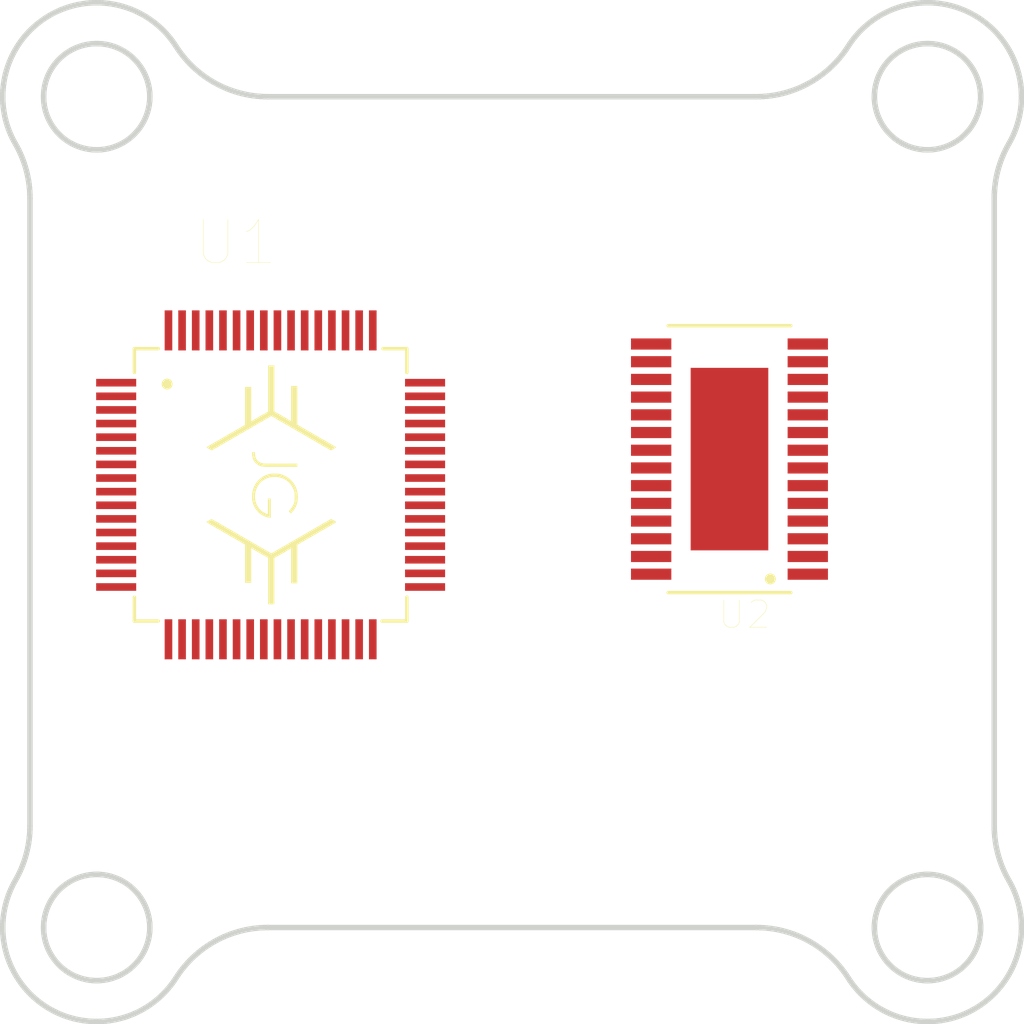
<source format=kicad_pcb>
(kicad_pcb (version 20171130) (host pcbnew "(5.1.5)-3")

  (general
    (thickness 1.2)
    (drawings 1264)
    (tracks 0)
    (zones 0)
    (modules 3)
    (nets 82)
  )

  (page A4)
  (layers
    (0 F.Cu signal)
    (31 B.Cu signal)
    (32 B.Adhes user)
    (33 F.Adhes user)
    (34 B.Paste user)
    (35 F.Paste user)
    (36 B.SilkS user)
    (37 F.SilkS user)
    (38 B.Mask user)
    (39 F.Mask user)
    (40 Dwgs.User user)
    (41 Cmts.User user)
    (42 Eco1.User user)
    (43 Eco2.User user)
    (44 Edge.Cuts user)
    (45 Margin user)
    (46 B.CrtYd user)
    (47 F.CrtYd user hide)
    (48 B.Fab user)
    (49 F.Fab user)
  )

  (setup
    (last_trace_width 0.25)
    (trace_clearance 0.2)
    (zone_clearance 0.508)
    (zone_45_only no)
    (trace_min 0.2)
    (via_size 0.8)
    (via_drill 0.4)
    (via_min_size 0.4)
    (via_min_drill 0.3)
    (uvia_size 0.3)
    (uvia_drill 0.1)
    (uvias_allowed no)
    (uvia_min_size 0.2)
    (uvia_min_drill 0.1)
    (edge_width 0.05)
    (segment_width 0.2)
    (pcb_text_width 0.3)
    (pcb_text_size 1.5 1.5)
    (mod_edge_width 0.12)
    (mod_text_size 1 1)
    (mod_text_width 0.15)
    (pad_size 1.524 1.524)
    (pad_drill 0.762)
    (pad_to_mask_clearance 0.051)
    (solder_mask_min_width 0.25)
    (aux_axis_origin 0 0)
    (visible_elements 7FFFFFFF)
    (pcbplotparams
      (layerselection 0x010fc_ffffffff)
      (usegerberextensions false)
      (usegerberattributes false)
      (usegerberadvancedattributes false)
      (creategerberjobfile false)
      (excludeedgelayer true)
      (linewidth 0.100000)
      (plotframeref false)
      (viasonmask false)
      (mode 1)
      (useauxorigin false)
      (hpglpennumber 1)
      (hpglpenspeed 20)
      (hpglpendiameter 15.000000)
      (psnegative false)
      (psa4output false)
      (plotreference true)
      (plotvalue true)
      (plotinvisibletext false)
      (padsonsilk false)
      (subtractmaskfromsilk false)
      (outputformat 1)
      (mirror false)
      (drillshape 1)
      (scaleselection 1)
      (outputdirectory ""))
  )

  (net 0 "")
  (net 1 "Net-(U1-Pad19)")
  (net 2 "Net-(U1-Pad47)")
  (net 3 "Net-(U1-Pad46)")
  (net 4 "Net-(U1-Pad45)")
  (net 5 "Net-(U1-Pad44)")
  (net 6 "Net-(U1-Pad43)")
  (net 7 "Net-(U1-Pad42)")
  (net 8 "Net-(U1-Pad41)")
  (net 9 "Net-(U1-Pad40)")
  (net 10 "Net-(U1-Pad39)")
  (net 11 "Net-(U1-Pad38)")
  (net 12 "Net-(U1-Pad37)")
  (net 13 "Net-(U1-Pad36)")
  (net 14 "Net-(U1-Pad35)")
  (net 15 "Net-(U1-Pad34)")
  (net 16 "Net-(U1-Pad33)")
  (net 17 "Net-(U1-Pad16)")
  (net 18 "Net-(U1-Pad15)")
  (net 19 "Net-(U1-Pad14)")
  (net 20 "Net-(U1-Pad13)")
  (net 21 "Net-(U1-Pad12)")
  (net 22 "Net-(U1-Pad11)")
  (net 23 "Net-(U1-Pad10)")
  (net 24 "Net-(U1-Pad9)")
  (net 25 "Net-(U1-Pad8)")
  (net 26 "Net-(U1-Pad7)")
  (net 27 "Net-(U1-Pad6)")
  (net 28 "Net-(U1-Pad5)")
  (net 29 "Net-(U1-Pad4)")
  (net 30 "Net-(U1-Pad3)")
  (net 31 "Net-(U1-Pad2)")
  (net 32 "Net-(U1-Pad1)")
  (net 33 "Net-(U1-Pad18)")
  (net 34 "Net-(U1-Pad62)")
  (net 35 "Net-(U1-Pad61)")
  (net 36 "Net-(U1-Pad60)")
  (net 37 "Net-(U1-Pad59)")
  (net 38 "Net-(U1-Pad58)")
  (net 39 "Net-(U1-Pad57)")
  (net 40 "Net-(U1-Pad56)")
  (net 41 "Net-(U1-Pad55)")
  (net 42 "Net-(U1-Pad54)")
  (net 43 "Net-(U1-Pad53)")
  (net 44 "Net-(U1-Pad52)")
  (net 45 "Net-(U1-Pad51)")
  (net 46 "Net-(U1-Pad50)")
  (net 47 "Net-(U1-Pad49)")
  (net 48 "Net-(U1-Pad31)")
  (net 49 "Net-(U1-Pad30)")
  (net 50 "Net-(U1-Pad29)")
  (net 51 "Net-(U1-Pad28)")
  (net 52 "Net-(U1-Pad27)")
  (net 53 "Net-(U1-Pad26)")
  (net 54 "Net-(U1-Pad25)")
  (net 55 "Net-(U1-Pad24)")
  (net 56 "Net-(U1-Pad23)")
  (net 57 "Net-(U1-Pad22)")
  (net 58 "Net-(U1-Pad21)")
  (net 59 "Net-(U1-Pad20)")
  (net 60 "Net-(U1-Pad17)")
  (net 61 "Net-(U2-Pad29)")
  (net 62 "Net-(U2-Pad26)")
  (net 63 "Net-(U2-Pad25)")
  (net 64 "Net-(U2-Pad24)")
  (net 65 "Net-(U2-Pad23)")
  (net 66 "Net-(U2-Pad22)")
  (net 67 "Net-(U2-Pad21)")
  (net 68 "Net-(U2-Pad20)")
  (net 69 "Net-(U2-Pad19)")
  (net 70 "Net-(U2-Pad18)")
  (net 71 "Net-(U2-Pad17)")
  (net 72 "Net-(U2-Pad12)")
  (net 73 "Net-(U2-Pad11)")
  (net 74 "Net-(U2-Pad10)")
  (net 75 "Net-(U2-Pad9)")
  (net 76 "Net-(U2-Pad8)")
  (net 77 "Net-(U2-Pad7)")
  (net 78 "Net-(U2-Pad6)")
  (net 79 "Net-(U2-Pad5)")
  (net 80 "Net-(U2-Pad4)")
  (net 81 "Net-(U2-Pad3)")

  (net_class Default "Esta es la clase de red por defecto."
    (clearance 0.2)
    (trace_width 0.25)
    (via_dia 0.8)
    (via_drill 0.4)
    (uvia_dia 0.3)
    (uvia_drill 0.1)
    (add_net "Net-(U1-Pad1)")
    (add_net "Net-(U1-Pad10)")
    (add_net "Net-(U1-Pad11)")
    (add_net "Net-(U1-Pad12)")
    (add_net "Net-(U1-Pad13)")
    (add_net "Net-(U1-Pad14)")
    (add_net "Net-(U1-Pad15)")
    (add_net "Net-(U1-Pad16)")
    (add_net "Net-(U1-Pad17)")
    (add_net "Net-(U1-Pad18)")
    (add_net "Net-(U1-Pad19)")
    (add_net "Net-(U1-Pad2)")
    (add_net "Net-(U1-Pad20)")
    (add_net "Net-(U1-Pad21)")
    (add_net "Net-(U1-Pad22)")
    (add_net "Net-(U1-Pad23)")
    (add_net "Net-(U1-Pad24)")
    (add_net "Net-(U1-Pad25)")
    (add_net "Net-(U1-Pad26)")
    (add_net "Net-(U1-Pad27)")
    (add_net "Net-(U1-Pad28)")
    (add_net "Net-(U1-Pad29)")
    (add_net "Net-(U1-Pad3)")
    (add_net "Net-(U1-Pad30)")
    (add_net "Net-(U1-Pad31)")
    (add_net "Net-(U1-Pad33)")
    (add_net "Net-(U1-Pad34)")
    (add_net "Net-(U1-Pad35)")
    (add_net "Net-(U1-Pad36)")
    (add_net "Net-(U1-Pad37)")
    (add_net "Net-(U1-Pad38)")
    (add_net "Net-(U1-Pad39)")
    (add_net "Net-(U1-Pad4)")
    (add_net "Net-(U1-Pad40)")
    (add_net "Net-(U1-Pad41)")
    (add_net "Net-(U1-Pad42)")
    (add_net "Net-(U1-Pad43)")
    (add_net "Net-(U1-Pad44)")
    (add_net "Net-(U1-Pad45)")
    (add_net "Net-(U1-Pad46)")
    (add_net "Net-(U1-Pad47)")
    (add_net "Net-(U1-Pad49)")
    (add_net "Net-(U1-Pad5)")
    (add_net "Net-(U1-Pad50)")
    (add_net "Net-(U1-Pad51)")
    (add_net "Net-(U1-Pad52)")
    (add_net "Net-(U1-Pad53)")
    (add_net "Net-(U1-Pad54)")
    (add_net "Net-(U1-Pad55)")
    (add_net "Net-(U1-Pad56)")
    (add_net "Net-(U1-Pad57)")
    (add_net "Net-(U1-Pad58)")
    (add_net "Net-(U1-Pad59)")
    (add_net "Net-(U1-Pad6)")
    (add_net "Net-(U1-Pad60)")
    (add_net "Net-(U1-Pad61)")
    (add_net "Net-(U1-Pad62)")
    (add_net "Net-(U1-Pad7)")
    (add_net "Net-(U1-Pad8)")
    (add_net "Net-(U1-Pad9)")
    (add_net "Net-(U2-Pad10)")
    (add_net "Net-(U2-Pad11)")
    (add_net "Net-(U2-Pad12)")
    (add_net "Net-(U2-Pad17)")
    (add_net "Net-(U2-Pad18)")
    (add_net "Net-(U2-Pad19)")
    (add_net "Net-(U2-Pad20)")
    (add_net "Net-(U2-Pad21)")
    (add_net "Net-(U2-Pad22)")
    (add_net "Net-(U2-Pad23)")
    (add_net "Net-(U2-Pad24)")
    (add_net "Net-(U2-Pad25)")
    (add_net "Net-(U2-Pad26)")
    (add_net "Net-(U2-Pad29)")
    (add_net "Net-(U2-Pad3)")
    (add_net "Net-(U2-Pad4)")
    (add_net "Net-(U2-Pad5)")
    (add_net "Net-(U2-Pad6)")
    (add_net "Net-(U2-Pad7)")
    (add_net "Net-(U2-Pad8)")
    (add_net "Net-(U2-Pad9)")
  )

  (module JesusGonfer:LogoJesusGonfer9x9 (layer F.Cu) (tedit 5E3B2E4D) (tstamp 5E3B7BF5)
    (at 123.19 72.39 270)
    (fp_text reference G*** (at 0 -5.08 90) (layer F.CrtYd)
      (effects (font (size 1.524 1.524) (thickness 0.3)))
    )
    (fp_text value LOGO (at 0.3 4.2 90) (layer F.CrtYd)
      (effects (font (size 1.524 1.524) (thickness 0.3)))
    )
    (fp_poly (pts (xy -1.371403 -2.390697) (xy -1.358161 -2.3718) (xy -1.340478 -2.343244) (xy -1.320246 -2.307935)
      (xy -1.319836 -2.307195) (xy -1.268949 -2.215128) (xy -1.3058 -2.152029) (xy -1.328984 -2.111566)
      (xy -1.354072 -2.066597) (xy -1.375225 -2.027621) (xy -1.39013 -2.000554) (xy -1.412035 -1.962072)
      (xy -1.438872 -1.915744) (xy -1.468571 -1.865142) (xy -1.499064 -1.813837) (xy -1.499544 -1.813034)
      (xy -1.530532 -1.760929) (xy -1.561236 -1.7087) (xy -1.58945 -1.660145) (xy -1.612967 -1.619059)
      (xy -1.629337 -1.58969) (xy -1.64627 -1.559156) (xy -1.669877 -1.517492) (xy -1.697899 -1.468635)
      (xy -1.72808 -1.416524) (xy -1.754853 -1.370724) (xy -1.788369 -1.313468) (xy -1.8249 -1.250723)
      (xy -1.861193 -1.188098) (xy -1.893994 -1.131201) (xy -1.912325 -1.099207) (xy -1.942894 -1.045826)
      (xy -1.978464 -0.983976) (xy -2.015199 -0.920312) (xy -2.049262 -0.86149) (xy -2.058721 -0.845207)
      (xy -2.08621 -0.797915) (xy -2.11287 -0.752019) (xy -2.136509 -0.711297) (xy -2.154933 -0.679526)
      (xy -2.162963 -0.665655) (xy -2.183575 -0.630471) (xy -2.205915 -0.593031) (xy -2.217653 -0.57369)
      (xy -2.233545 -0.546668) (xy -2.254246 -0.509952) (xy -2.276488 -0.46939) (xy -2.288655 -0.44669)
      (xy -2.310423 -0.406534) (xy -2.332693 -0.366878) (xy -2.352141 -0.333583) (xy -2.360695 -0.31969)
      (xy -2.374842 -0.296714) (xy -2.39539 -0.262362) (xy -2.420066 -0.220479) (xy -2.446599 -0.174908)
      (xy -2.460227 -0.151289) (xy -2.531881 -0.026681) (xy -2.460191 0.098332) (xy -2.433615 0.144378)
      (xy -2.407728 0.188703) (xy -2.384792 0.22747) (xy -2.36707 0.256841) (xy -2.360658 0.267138)
      (xy -2.344324 0.29418) (xy -2.323269 0.330925) (xy -2.300816 0.371512) (xy -2.288655 0.394138)
      (xy -2.267004 0.434268) (xy -2.245021 0.473901) (xy -2.225975 0.50719) (xy -2.217653 0.521138)
      (xy -2.197434 0.554615) (xy -2.174999 0.592467) (xy -2.162963 0.613104) (xy -2.149015 0.637173)
      (xy -2.128443 0.672604) (xy -2.103439 0.715619) (xy -2.076199 0.762444) (xy -2.058613 0.792655)
      (xy -2.026467 0.848021) (xy -1.990777 0.90975) (xy -1.955263 0.971395) (xy -1.923641 1.02651)
      (xy -1.914632 1.042276) (xy -1.884606 1.094589) (xy -1.84952 1.155249) (xy -1.813267 1.217548)
      (xy -1.779743 1.274778) (xy -1.772239 1.287517) (xy -1.741808 1.339542) (xy -1.709453 1.395587)
      (xy -1.678427 1.449972) (xy -1.651984 1.497015) (xy -1.644322 1.510862) (xy -1.622279 1.550202)
      (xy -1.593774 1.599997) (xy -1.561431 1.655724) (xy -1.527873 1.712859) (xy -1.499557 1.760483)
      (xy -1.469064 1.811769) (xy -1.439333 1.86241) (xy -1.412433 1.908832) (xy -1.390431 1.947468)
      (xy -1.375398 1.974744) (xy -1.375225 1.975069) (xy -1.353518 2.015056) (xy -1.328385 2.06008)
      (xy -1.306144 2.098882) (xy -1.269636 2.161385) (xy -1.32018 2.254023) (xy -1.340203 2.289858)
      (xy -1.357549 2.3193) (xy -1.370384 2.339343) (xy -1.376873 2.34698) (xy -1.376924 2.346986)
      (xy -1.384314 2.340196) (xy -1.396776 2.322369) (xy -1.406797 2.305707) (xy -1.418318 2.285694)
      (xy -1.437003 2.25351) (xy -1.461141 2.21209) (xy -1.489023 2.164365) (xy -1.518938 2.11327)
      (xy -1.528073 2.09769) (xy -1.558456 2.045651) (xy -1.587431 1.99559) (xy -1.613245 1.950569)
      (xy -1.634145 1.913649) (xy -1.648379 1.887893) (xy -1.650928 1.883104) (xy -1.66954 1.848677)
      (xy -1.689574 1.813219) (xy -1.700008 1.795517) (xy -1.722794 1.757425) (xy -1.751339 1.709095)
      (xy -1.78372 1.653843) (xy -1.818015 1.594982) (xy -1.8523 1.535827) (xy -1.884654 1.479692)
      (xy -1.913152 1.429891) (xy -1.935873 1.38974) (xy -1.946446 1.370724) (xy -1.965496 1.336714)
      (xy -1.991079 1.291986) (xy -2.020709 1.240838) (xy -2.051898 1.187569) (xy -2.075668 1.147379)
      (xy -2.10376 1.099848) (xy -2.129788 1.055296) (xy -2.152001 1.016761) (xy -2.168649 0.987277)
      (xy -2.177808 0.970233) (xy -2.194034 0.937603) (xy -2.892534 0.937388) (xy -3.591034 0.937172)
      (xy -3.591034 0.718207) (xy -2.321333 0.718207) (xy -2.361965 0.650328) (xy -2.395423 0.59416)
      (xy -2.431032 0.533912) (xy -2.466999 0.472655) (xy -2.501533 0.413461) (xy -2.532845 0.359402)
      (xy -2.559142 0.31355) (xy -2.578634 0.278977) (xy -2.581855 0.273147) (xy -2.60334 0.234138)
      (xy -2.627913 0.189672) (xy -2.649483 0.150761) (xy -2.684517 0.087703) (xy -3.531914 0.087645)
      (xy -4.37931 0.087586) (xy -4.37931 -0.131379) (xy -2.690702 -0.131379) (xy -2.618073 -0.260569)
      (xy -2.551438 -0.378468) (xy -2.49229 -0.481801) (xy -2.440789 -0.570289) (xy -2.397098 -0.643651)
      (xy -2.37698 -0.676603) (xy -2.329677 -0.753241) (xy -3.626069 -0.753241) (xy -3.626069 -0.972207)
      (xy -2.208458 -0.972207) (xy -2.179788 -1.022569) (xy -2.165301 -1.047645) (xy -2.144122 -1.083824)
      (xy -2.11856 -1.127182) (xy -2.090927 -1.173795) (xy -2.075364 -1.199931) (xy -2.045285 -1.2508)
      (xy -2.013882 -1.304657) (xy -1.98421 -1.356218) (xy -1.959323 -1.400195) (xy -1.951371 -1.414517)
      (xy -1.931427 -1.450183) (xy -1.904551 -1.49746) (xy -1.872748 -1.552895) (xy -1.83802 -1.613032)
      (xy -1.802372 -1.674415) (xy -1.767808 -1.733591) (xy -1.736329 -1.787103) (xy -1.709941 -1.831497)
      (xy -1.699965 -1.848069) (xy -1.685757 -1.872521) (xy -1.666348 -1.907244) (xy -1.644651 -1.946984)
      (xy -1.629608 -1.975069) (xy -1.609161 -2.012916) (xy -1.589995 -2.047191) (xy -1.574552 -2.073594)
      (xy -1.566638 -2.085989) (xy -1.557079 -2.100908) (xy -1.540559 -2.128151) (xy -1.518793 -2.164826)
      (xy -1.4935 -2.20804) (xy -1.46803 -2.252062) (xy -1.441849 -2.297009) (xy -1.418302 -2.336386)
      (xy -1.398878 -2.367785) (xy -1.385069 -2.388797) (xy -1.378363 -2.397015) (xy -1.378315 -2.397032)
      (xy -1.371403 -2.390697)) (layer F.SilkS) (width 0.01))
    (fp_poly (pts (xy 1.372904 -2.396297) (xy 1.373759 -2.395483) (xy 1.380679 -2.385354) (xy 1.394729 -2.362644)
      (xy 1.414337 -2.329971) (xy 1.437928 -2.289954) (xy 1.460606 -2.250965) (xy 1.489839 -2.200532)
      (xy 1.519697 -2.149248) (xy 1.54759 -2.101547) (xy 1.570928 -2.061862) (xy 1.581908 -2.043337)
      (xy 1.606807 -2.000778) (xy 1.634812 -1.951739) (xy 1.660805 -1.905204) (xy 1.666703 -1.894441)
      (xy 1.686563 -1.858391) (xy 1.708343 -1.819693) (xy 1.733366 -1.77607) (xy 1.762952 -1.725242)
      (xy 1.798422 -1.664931) (xy 1.841099 -1.592858) (xy 1.861191 -1.559034) (xy 1.887111 -1.514797)
      (xy 1.913981 -1.467881) (xy 1.938119 -1.424767) (xy 1.951817 -1.399571) (xy 1.968986 -1.368297)
      (xy 1.992685 -1.326449) (xy 2.020378 -1.27844) (xy 2.049528 -1.228683) (xy 2.065065 -1.202502)
      (xy 2.09307 -1.155419) (xy 2.120265 -1.10945) (xy 2.144382 -1.068447) (xy 2.163153 -1.036262)
      (xy 2.171029 -1.022569) (xy 2.199699 -0.972207) (xy 3.608552 -0.972207) (xy 3.608552 -0.753241)
      (xy 2.320844 -0.753241) (xy 2.362938 -0.685362) (xy 2.386591 -0.646496) (xy 2.416889 -0.595607)
      (xy 2.451936 -0.535966) (xy 2.489835 -0.470843) (xy 2.528689 -0.403509) (xy 2.566602 -0.337235)
      (xy 2.601678 -0.27529) (xy 2.627052 -0.229914) (xy 2.681739 -0.131379) (xy 4.37931 -0.131379)
      (xy 4.37931 0.087586) (xy 3.527535 0.087678) (xy 2.675759 0.087771) (xy 2.619311 0.190592)
      (xy 2.591458 0.240598) (xy 2.556465 0.302274) (xy 2.516255 0.372298) (xy 2.472749 0.44735)
      (xy 2.42787 0.524109) (xy 2.383542 0.599255) (xy 2.353146 0.650328) (xy 2.312574 0.718207)
      (xy 3.591035 0.718207) (xy 3.591035 0.937172) (xy 2.888155 0.937388) (xy 2.185276 0.937603)
      (xy 2.169072 0.970233) (xy 2.159365 0.988272) (xy 2.142425 1.018197) (xy 2.120057 1.056884)
      (xy 2.094063 1.101211) (xy 2.069917 1.14191) (xy 2.039854 1.192797) (xy 2.009647 1.244797)
      (xy 1.981792 1.293552) (xy 1.958784 1.334706) (xy 1.946986 1.356497) (xy 1.92794 1.391845)
      (xy 1.91025 1.423557) (xy 1.896598 1.446875) (xy 1.892101 1.453931) (xy 1.88297 1.468564)
      (xy 1.866949 1.495477) (xy 1.845776 1.531703) (xy 1.821185 1.574275) (xy 1.799833 1.611586)
      (xy 1.774142 1.65635) (xy 1.750804 1.696414) (xy 1.731445 1.729037) (xy 1.717691 1.751474)
      (xy 1.711624 1.760483) (xy 1.703303 1.773306) (xy 1.689099 1.797946) (xy 1.671132 1.83064)
      (xy 1.654876 1.861207) (xy 1.631859 1.904171) (xy 1.607317 1.948436) (xy 1.584891 1.987497)
      (xy 1.573968 2.005724) (xy 1.557848 2.032409) (xy 1.535255 2.070445) (xy 1.50845 2.115998)
      (xy 1.479691 2.165232) (xy 1.457893 2.202793) (xy 1.431434 2.247421) (xy 1.407047 2.286491)
      (xy 1.386368 2.317545) (xy 1.371027 2.338129) (xy 1.362825 2.345763) (xy 1.350793 2.343924)
      (xy 1.348828 2.339885) (xy 1.34468 2.329014) (xy 1.333511 2.30676) (xy 1.317229 2.276806)
      (xy 1.305035 2.255345) (xy 1.286458 2.222203) (xy 1.271792 2.194182) (xy 1.262957 2.175054)
      (xy 1.261248 2.169258) (xy 1.265505 2.157738) (xy 1.276954 2.135062) (xy 1.293622 2.105002)
      (xy 1.305568 2.084552) (xy 1.328231 2.045728) (xy 1.350638 2.006079) (xy 1.369084 1.972204)
      (xy 1.374431 1.961931) (xy 1.386643 1.939293) (xy 1.406044 1.904915) (xy 1.430758 1.86205)
      (xy 1.45891 1.813946) (xy 1.488625 1.763856) (xy 1.490641 1.760483) (xy 1.521164 1.709172)
      (xy 1.551008 1.65851) (xy 1.578088 1.612073) (xy 1.600321 1.573435) (xy 1.61562 1.546174)
      (xy 1.615771 1.545897) (xy 1.63678 1.50794) (xy 1.662971 1.461429) (xy 1.692599 1.409385)
      (xy 1.723917 1.354826) (xy 1.75518 1.300774) (xy 1.784641 1.250248) (xy 1.810555 1.206269)
      (xy 1.831176 1.171855) (xy 1.843636 1.151759) (xy 1.857235 1.12961) (xy 1.877295 1.095648)
      (xy 1.901781 1.053377) (xy 1.928659 1.006303) (xy 1.950356 0.967828) (xy 1.984688 0.90699)
      (xy 2.022974 0.83983) (xy 2.063208 0.76981) (xy 2.103385 0.700391) (xy 2.141499 0.635036)
      (xy 2.175544 0.577208) (xy 2.203516 0.530368) (xy 2.209107 0.521138) (xy 2.224905 0.49412)
      (xy 2.245531 0.45741) (xy 2.267728 0.416855) (xy 2.279897 0.394138) (xy 2.30166 0.353983)
      (xy 2.32392 0.314328) (xy 2.343354 0.281033) (xy 2.3519 0.267138) (xy 2.36602 0.244165)
      (xy 2.386528 0.209804) (xy 2.411159 0.167898) (xy 2.437646 0.122289) (xy 2.451316 0.098535)
      (xy 2.52289 -0.026276) (xy 2.451316 -0.151086) (xy 2.424757 -0.197103) (xy 2.398884 -0.241402)
      (xy 2.375963 -0.280141) (xy 2.358259 -0.309478) (xy 2.3519 -0.31969) (xy 2.335566 -0.346732)
      (xy 2.314511 -0.383477) (xy 2.292057 -0.424064) (xy 2.279897 -0.44669) (xy 2.258269 -0.486814)
      (xy 2.236344 -0.526443) (xy 2.217381 -0.559731) (xy 2.209107 -0.57369) (xy 2.182894 -0.617374)
      (xy 2.150125 -0.672878) (xy 2.112805 -0.73674) (xy 2.072941 -0.805499) (xy 2.032538 -0.875691)
      (xy 1.993601 -0.943854) (xy 1.958136 -1.006526) (xy 1.950356 -1.020379) (xy 1.923027 -1.06877)
      (xy 1.896475 -1.115142) (xy 1.872735 -1.155989) (xy 1.85384 -1.187805) (xy 1.843636 -1.20431)
      (xy 1.829177 -1.227703) (xy 1.807874 -1.263342) (xy 1.781475 -1.308208) (xy 1.751724 -1.359281)
      (xy 1.720368 -1.413541) (xy 1.689152 -1.467967) (xy 1.659824 -1.51954) (xy 1.634128 -1.56524)
      (xy 1.615771 -1.598448) (xy 1.600509 -1.625665) (xy 1.578313 -1.664266) (xy 1.55129 -1.710631)
      (xy 1.521551 -1.761142) (xy 1.491843 -1.81111) (xy 1.461446 -1.862334) (xy 1.431699 -1.913125)
      (xy 1.404718 -1.95982) (xy 1.382621 -1.998753) (xy 1.367826 -2.025696) (xy 1.345913 -2.066065)
      (xy 1.320396 -2.111723) (xy 1.296708 -2.15295) (xy 1.296176 -2.153859) (xy 1.258081 -2.218786)
      (xy 1.296885 -2.29173) (xy 1.322143 -2.33809) (xy 1.341201 -2.370143) (xy 1.355231 -2.389473)
      (xy 1.365408 -2.397663) (xy 1.372904 -2.396297)) (layer F.SilkS) (width 0.01))
    (fp_poly (pts (xy -0.665807 -0.356914) (xy -0.665854 -0.231197) (xy -0.665995 -0.12167) (xy -0.666325 -0.027005)
      (xy -0.666943 0.054125) (xy -0.667946 0.123047) (xy -0.669431 0.181089) (xy -0.671496 0.229579)
      (xy -0.674238 0.269844) (xy -0.677753 0.303211) (xy -0.68214 0.331008) (xy -0.687496 0.354562)
      (xy -0.693918 0.375201) (xy -0.701504 0.394252) (xy -0.71035 0.413043) (xy -0.720554 0.432901)
      (xy -0.724218 0.43988) (xy -0.771453 0.512959) (xy -0.829216 0.572282) (xy -0.8977 0.617952)
      (xy -0.977095 0.650075) (xy -1.067594 0.668754) (xy -1.153948 0.674143) (xy -1.199931 0.674414)
      (xy -1.199931 0.580702) (xy -1.110155 0.574958) (xy -1.064295 0.571223) (xy -1.030014 0.565993)
      (xy -1.001376 0.557936) (xy -0.972442 0.545723) (xy -0.966099 0.542665) (xy -0.907919 0.504764)
      (xy -0.858097 0.453199) (xy -0.818393 0.390532) (xy -0.790566 0.319326) (xy -0.77997 0.271517)
      (xy -0.778089 0.250559) (xy -0.776395 0.212995) (xy -0.774901 0.159739) (xy -0.773619 0.091701)
      (xy -0.772563 0.009794) (xy -0.771745 -0.08507) (xy -0.771178 -0.191981) (xy -0.770874 -0.310026)
      (xy -0.770825 -0.37881) (xy -0.770759 -0.972207) (xy -0.665655 -0.972207) (xy -0.665807 -0.356914)) (layer F.SilkS) (width 0.01))
    (fp_poly (pts (xy 0.501896 -0.989222) (xy 0.556912 -0.986478) (xy 0.601135 -0.981808) (xy 0.60708 -0.980839)
      (xy 0.718759 -0.953111) (xy 0.822216 -0.910586) (xy 0.916297 -0.853839) (xy 0.995632 -0.787575)
      (xy 1.042976 -0.741559) (xy 1.010193 -0.707987) (xy 0.990474 -0.689177) (xy 0.975104 -0.676995)
      (xy 0.969583 -0.674414) (xy 0.959955 -0.679967) (xy 0.941071 -0.694769) (xy 0.916407 -0.716036)
      (xy 0.906741 -0.724776) (xy 0.8222 -0.790909) (xy 0.729748 -0.841541) (xy 0.670035 -0.86474)
      (xy 0.643161 -0.873347) (xy 0.619403 -0.879567) (xy 0.595065 -0.883793) (xy 0.566452 -0.88642)
      (xy 0.529865 -0.887844) (xy 0.48161 -0.88846) (xy 0.44669 -0.888602) (xy 0.389008 -0.888525)
      (xy 0.345167 -0.887726) (xy 0.311492 -0.885867) (xy 0.284311 -0.88261) (xy 0.259951 -0.877617)
      (xy 0.234738 -0.870549) (xy 0.228033 -0.86847) (xy 0.118922 -0.825594) (xy 0.020774 -0.769289)
      (xy -0.065742 -0.700302) (xy -0.139954 -0.61938) (xy -0.201192 -0.527268) (xy -0.248785 -0.424715)
      (xy -0.282062 -0.312465) (xy -0.285346 -0.296981) (xy -0.292702 -0.243128) (xy -0.295942 -0.178977)
      (xy -0.295234 -0.110437) (xy -0.290748 -0.04342) (xy -0.282652 0.016162) (xy -0.275514 0.048172)
      (xy -0.237241 0.156994) (xy -0.185422 0.25495) (xy -0.120718 0.341419) (xy -0.043793 0.415781)
      (xy 0.044691 0.477414) (xy 0.144071 0.525697) (xy 0.253684 0.56001) (xy 0.275897 0.564958)
      (xy 0.335623 0.573685) (xy 0.404286 0.577705) (xy 0.475635 0.577101) (xy 0.543414 0.571954)
      (xy 0.601372 0.562345) (xy 0.608446 0.560623) (xy 0.709016 0.526307) (xy 0.802756 0.477156)
      (xy 0.887175 0.414723) (xy 0.957314 0.343515) (xy 0.982958 0.309017) (xy 1.009642 0.266582)
      (xy 1.034784 0.221043) (xy 1.055804 0.177237) (xy 1.070121 0.14) (xy 1.074064 0.12481)
      (xy 1.0795 0.096345) (xy 0.508 0.096345) (xy 0.508 0) (xy 1.20235 0)
      (xy 1.196622 0.055908) (xy 1.19032 0.096524) (xy 1.180242 0.141187) (xy 1.17265 0.167392)
      (xy 1.130155 0.269416) (xy 1.073081 0.362875) (xy 1.002746 0.446565) (xy 0.920469 0.519281)
      (xy 0.827565 0.579818) (xy 0.725352 0.626972) (xy 0.641058 0.653422) (xy 0.60216 0.662491)
      (xy 0.566773 0.66851) (xy 0.529504 0.672006) (xy 0.484958 0.673507) (xy 0.434618 0.673591)
      (xy 0.38386 0.672437) (xy 0.333813 0.669874) (xy 0.289833 0.666264) (xy 0.257278 0.661971)
      (xy 0.254 0.661349) (xy 0.135422 0.629237) (xy 0.025814 0.582711) (xy -0.073902 0.522623)
      (xy -0.162803 0.449824) (xy -0.239969 0.365165) (xy -0.304478 0.269496) (xy -0.355409 0.163669)
      (xy -0.38635 0.070065) (xy -0.394273 0.037854) (xy -0.399863 0.007125) (xy -0.403515 -0.026358)
      (xy -0.405622 -0.066828) (xy -0.406579 -0.118518) (xy -0.406747 -0.148896) (xy -0.40658 -0.206721)
      (xy -0.405449 -0.251196) (xy -0.402981 -0.286481) (xy -0.398803 -0.316732) (xy -0.392544 -0.346108)
      (xy -0.387257 -0.366431) (xy -0.347372 -0.480498) (xy -0.292852 -0.586085) (xy -0.224936 -0.682061)
      (xy -0.144863 -0.767299) (xy -0.053872 -0.840666) (xy 0.046796 -0.901035) (xy 0.155904 -0.947274)
      (xy 0.272212 -0.978255) (xy 0.286715 -0.980915) (xy 0.328496 -0.985887) (xy 0.382048 -0.988928)
      (xy 0.441728 -0.990039) (xy 0.501896 -0.989222)) (layer F.SilkS) (width 0.01))
  )

  (module Package_QFP:QFP50P1200X1200X160-64N (layer F.Cu) (tedit 5E3B0C60) (tstamp 5E3B6343)
    (at 123.19 72.39)
    (path /5E3B0E09)
    (fp_text reference U1 (at -1.27 -8.89) (layer F.SilkS)
      (effects (font (size 1.575055 1.575055) (thickness 0.015)))
    )
    (fp_text value STM32F405RGT6 (at 0.1 8.578895) (layer F.Fab)
      (effects (font (size 1.576921 1.576921) (thickness 0.015)))
    )
    (fp_line (start 6.655 6.655) (end 6.655 -6.655) (layer F.CrtYd) (width 0.05))
    (fp_line (start -6.655 6.655) (end -6.655 -6.655) (layer F.CrtYd) (width 0.05))
    (fp_line (start -6.655 -6.655) (end 6.655 -6.655) (layer F.CrtYd) (width 0.05))
    (fp_line (start -6.655 6.655) (end 6.655 6.655) (layer F.CrtYd) (width 0.05))
    (fp_line (start 5 -5) (end 5 -4.125) (layer F.SilkS) (width 0.127))
    (fp_line (start 5 5) (end 5 4.125) (layer F.SilkS) (width 0.127))
    (fp_line (start -5 -5) (end -5 -4.125) (layer F.SilkS) (width 0.127))
    (fp_line (start -5 5) (end -5 4.125) (layer F.SilkS) (width 0.127))
    (fp_line (start 5 -5) (end 4.125 -5) (layer F.SilkS) (width 0.127))
    (fp_line (start 5 5) (end 4.0925 5) (layer F.SilkS) (width 0.127))
    (fp_line (start -5 -5) (end -4.125 -5) (layer F.SilkS) (width 0.127))
    (fp_line (start -5 5) (end -4.125 5) (layer F.SilkS) (width 0.127))
    (fp_line (start 5 5) (end 5 -5) (layer F.Fab) (width 0.127))
    (fp_line (start -5 5) (end -5 -5) (layer F.Fab) (width 0.127))
    (fp_line (start -5 -5) (end 5 -5) (layer F.Fab) (width 0.127))
    (fp_line (start -5 5) (end 5 5) (layer F.Fab) (width 0.127))
    (fp_circle (center -4.36 -3.9) (end -4.26 -3.9) (layer F.Fab) (width 0.2))
    (fp_circle (center -3.8 -3.7) (end -3.8 -3.8) (layer F.SilkS) (width 0.2))
    (pad 48 smd rect (at 5.67 -3.75) (size 1.47 0.28) (layers F.Cu F.Paste F.Mask)
      (net 1 "Net-(U1-Pad19)"))
    (pad 47 smd rect (at 5.67 -3.25) (size 1.47 0.28) (layers F.Cu F.Paste F.Mask)
      (net 2 "Net-(U1-Pad47)"))
    (pad 46 smd rect (at 5.67 -2.75) (size 1.47 0.28) (layers F.Cu F.Paste F.Mask)
      (net 3 "Net-(U1-Pad46)"))
    (pad 45 smd rect (at 5.67 -2.25) (size 1.47 0.28) (layers F.Cu F.Paste F.Mask)
      (net 4 "Net-(U1-Pad45)"))
    (pad 44 smd rect (at 5.67 -1.75) (size 1.47 0.28) (layers F.Cu F.Paste F.Mask)
      (net 5 "Net-(U1-Pad44)"))
    (pad 43 smd rect (at 5.67 -1.25) (size 1.47 0.28) (layers F.Cu F.Paste F.Mask)
      (net 6 "Net-(U1-Pad43)"))
    (pad 42 smd rect (at 5.67 -0.75) (size 1.47 0.28) (layers F.Cu F.Paste F.Mask)
      (net 7 "Net-(U1-Pad42)"))
    (pad 41 smd rect (at 5.67 -0.25) (size 1.47 0.28) (layers F.Cu F.Paste F.Mask)
      (net 8 "Net-(U1-Pad41)"))
    (pad 40 smd rect (at 5.67 0.25) (size 1.47 0.28) (layers F.Cu F.Paste F.Mask)
      (net 9 "Net-(U1-Pad40)"))
    (pad 39 smd rect (at 5.67 0.75) (size 1.47 0.28) (layers F.Cu F.Paste F.Mask)
      (net 10 "Net-(U1-Pad39)"))
    (pad 38 smd rect (at 5.67 1.25) (size 1.47 0.28) (layers F.Cu F.Paste F.Mask)
      (net 11 "Net-(U1-Pad38)"))
    (pad 37 smd rect (at 5.67 1.75) (size 1.47 0.28) (layers F.Cu F.Paste F.Mask)
      (net 12 "Net-(U1-Pad37)"))
    (pad 36 smd rect (at 5.67 2.25) (size 1.47 0.28) (layers F.Cu F.Paste F.Mask)
      (net 13 "Net-(U1-Pad36)"))
    (pad 35 smd rect (at 5.67 2.75) (size 1.47 0.28) (layers F.Cu F.Paste F.Mask)
      (net 14 "Net-(U1-Pad35)"))
    (pad 34 smd rect (at 5.67 3.25) (size 1.47 0.28) (layers F.Cu F.Paste F.Mask)
      (net 15 "Net-(U1-Pad34)"))
    (pad 33 smd rect (at 5.67 3.75) (size 1.47 0.28) (layers F.Cu F.Paste F.Mask)
      (net 16 "Net-(U1-Pad33)"))
    (pad 16 smd rect (at -5.67 3.75) (size 1.47 0.28) (layers F.Cu F.Paste F.Mask)
      (net 17 "Net-(U1-Pad16)"))
    (pad 15 smd rect (at -5.67 3.25) (size 1.47 0.28) (layers F.Cu F.Paste F.Mask)
      (net 18 "Net-(U1-Pad15)"))
    (pad 14 smd rect (at -5.67 2.75) (size 1.47 0.28) (layers F.Cu F.Paste F.Mask)
      (net 19 "Net-(U1-Pad14)"))
    (pad 13 smd rect (at -5.67 2.25) (size 1.47 0.28) (layers F.Cu F.Paste F.Mask)
      (net 20 "Net-(U1-Pad13)"))
    (pad 12 smd rect (at -5.67 1.75) (size 1.47 0.28) (layers F.Cu F.Paste F.Mask)
      (net 21 "Net-(U1-Pad12)"))
    (pad 11 smd rect (at -5.67 1.25) (size 1.47 0.28) (layers F.Cu F.Paste F.Mask)
      (net 22 "Net-(U1-Pad11)"))
    (pad 10 smd rect (at -5.67 0.75) (size 1.47 0.28) (layers F.Cu F.Paste F.Mask)
      (net 23 "Net-(U1-Pad10)"))
    (pad 9 smd rect (at -5.67 0.25) (size 1.47 0.28) (layers F.Cu F.Paste F.Mask)
      (net 24 "Net-(U1-Pad9)"))
    (pad 8 smd rect (at -5.67 -0.25) (size 1.47 0.28) (layers F.Cu F.Paste F.Mask)
      (net 25 "Net-(U1-Pad8)"))
    (pad 7 smd rect (at -5.67 -0.75) (size 1.47 0.28) (layers F.Cu F.Paste F.Mask)
      (net 26 "Net-(U1-Pad7)"))
    (pad 6 smd rect (at -5.67 -1.25) (size 1.47 0.28) (layers F.Cu F.Paste F.Mask)
      (net 27 "Net-(U1-Pad6)"))
    (pad 5 smd rect (at -5.67 -1.75) (size 1.47 0.28) (layers F.Cu F.Paste F.Mask)
      (net 28 "Net-(U1-Pad5)"))
    (pad 4 smd rect (at -5.67 -2.25) (size 1.47 0.28) (layers F.Cu F.Paste F.Mask)
      (net 29 "Net-(U1-Pad4)"))
    (pad 3 smd rect (at -5.67 -2.75) (size 1.47 0.28) (layers F.Cu F.Paste F.Mask)
      (net 30 "Net-(U1-Pad3)"))
    (pad 2 smd rect (at -5.67 -3.25) (size 1.47 0.28) (layers F.Cu F.Paste F.Mask)
      (net 31 "Net-(U1-Pad2)"))
    (pad 1 smd rect (at -5.67 -3.75) (size 1.47 0.28) (layers F.Cu F.Paste F.Mask)
      (net 32 "Net-(U1-Pad1)"))
    (pad 64 smd rect (at -3.75 -5.67) (size 0.28 1.47) (layers F.Cu F.Paste F.Mask)
      (net 1 "Net-(U1-Pad19)"))
    (pad 63 smd rect (at -3.25 -5.67) (size 0.28 1.47) (layers F.Cu F.Paste F.Mask)
      (net 33 "Net-(U1-Pad18)"))
    (pad 62 smd rect (at -2.75 -5.67) (size 0.28 1.47) (layers F.Cu F.Paste F.Mask)
      (net 34 "Net-(U1-Pad62)"))
    (pad 61 smd rect (at -2.25 -5.67) (size 0.28 1.47) (layers F.Cu F.Paste F.Mask)
      (net 35 "Net-(U1-Pad61)"))
    (pad 60 smd rect (at -1.75 -5.67) (size 0.28 1.47) (layers F.Cu F.Paste F.Mask)
      (net 36 "Net-(U1-Pad60)"))
    (pad 59 smd rect (at -1.25 -5.67) (size 0.28 1.47) (layers F.Cu F.Paste F.Mask)
      (net 37 "Net-(U1-Pad59)"))
    (pad 58 smd rect (at -0.75 -5.67) (size 0.28 1.47) (layers F.Cu F.Paste F.Mask)
      (net 38 "Net-(U1-Pad58)"))
    (pad 57 smd rect (at -0.25 -5.67) (size 0.28 1.47) (layers F.Cu F.Paste F.Mask)
      (net 39 "Net-(U1-Pad57)"))
    (pad 56 smd rect (at 0.25 -5.67) (size 0.28 1.47) (layers F.Cu F.Paste F.Mask)
      (net 40 "Net-(U1-Pad56)"))
    (pad 55 smd rect (at 0.75 -5.67) (size 0.28 1.47) (layers F.Cu F.Paste F.Mask)
      (net 41 "Net-(U1-Pad55)"))
    (pad 54 smd rect (at 1.25 -5.67) (size 0.28 1.47) (layers F.Cu F.Paste F.Mask)
      (net 42 "Net-(U1-Pad54)"))
    (pad 53 smd rect (at 1.75 -5.67) (size 0.28 1.47) (layers F.Cu F.Paste F.Mask)
      (net 43 "Net-(U1-Pad53)"))
    (pad 52 smd rect (at 2.25 -5.67) (size 0.28 1.47) (layers F.Cu F.Paste F.Mask)
      (net 44 "Net-(U1-Pad52)"))
    (pad 51 smd rect (at 2.75 -5.67) (size 0.28 1.47) (layers F.Cu F.Paste F.Mask)
      (net 45 "Net-(U1-Pad51)"))
    (pad 50 smd rect (at 3.25 -5.67) (size 0.28 1.47) (layers F.Cu F.Paste F.Mask)
      (net 46 "Net-(U1-Pad50)"))
    (pad 49 smd rect (at 3.75 -5.67) (size 0.28 1.47) (layers F.Cu F.Paste F.Mask)
      (net 47 "Net-(U1-Pad49)"))
    (pad 32 smd rect (at 3.75 5.67) (size 0.28 1.47) (layers F.Cu F.Paste F.Mask)
      (net 1 "Net-(U1-Pad19)"))
    (pad 31 smd rect (at 3.25 5.67) (size 0.28 1.47) (layers F.Cu F.Paste F.Mask)
      (net 48 "Net-(U1-Pad31)"))
    (pad 30 smd rect (at 2.75 5.67) (size 0.28 1.47) (layers F.Cu F.Paste F.Mask)
      (net 49 "Net-(U1-Pad30)"))
    (pad 29 smd rect (at 2.25 5.67) (size 0.28 1.47) (layers F.Cu F.Paste F.Mask)
      (net 50 "Net-(U1-Pad29)"))
    (pad 28 smd rect (at 1.75 5.67) (size 0.28 1.47) (layers F.Cu F.Paste F.Mask)
      (net 51 "Net-(U1-Pad28)"))
    (pad 27 smd rect (at 1.25 5.67) (size 0.28 1.47) (layers F.Cu F.Paste F.Mask)
      (net 52 "Net-(U1-Pad27)"))
    (pad 26 smd rect (at 0.75 5.67) (size 0.28 1.47) (layers F.Cu F.Paste F.Mask)
      (net 53 "Net-(U1-Pad26)"))
    (pad 25 smd rect (at 0.25 5.67) (size 0.28 1.47) (layers F.Cu F.Paste F.Mask)
      (net 54 "Net-(U1-Pad25)"))
    (pad 24 smd rect (at -0.25 5.67) (size 0.28 1.47) (layers F.Cu F.Paste F.Mask)
      (net 55 "Net-(U1-Pad24)"))
    (pad 23 smd rect (at -0.75 5.67) (size 0.28 1.47) (layers F.Cu F.Paste F.Mask)
      (net 56 "Net-(U1-Pad23)"))
    (pad 22 smd rect (at -1.25 5.67) (size 0.28 1.47) (layers F.Cu F.Paste F.Mask)
      (net 57 "Net-(U1-Pad22)"))
    (pad 21 smd rect (at -1.75 5.67) (size 0.28 1.47) (layers F.Cu F.Paste F.Mask)
      (net 58 "Net-(U1-Pad21)"))
    (pad 20 smd rect (at -2.25 5.67) (size 0.28 1.47) (layers F.Cu F.Paste F.Mask)
      (net 59 "Net-(U1-Pad20)"))
    (pad 19 smd rect (at -2.75 5.67) (size 0.28 1.47) (layers F.Cu F.Paste F.Mask)
      (net 1 "Net-(U1-Pad19)"))
    (pad 18 smd rect (at -3.25 5.67) (size 0.28 1.47) (layers F.Cu F.Paste F.Mask)
      (net 33 "Net-(U1-Pad18)"))
    (pad 17 smd rect (at -3.75 5.67) (size 0.28 1.47) (layers F.Cu F.Paste F.Mask)
      (net 60 "Net-(U1-Pad17)"))
  )

  (module Package_SO:MAX7456 (layer F.Cu) (tedit 5E3B0FD5) (tstamp 5E3B6E5A)
    (at 140.035 71.445 180)
    (path /5E3B414B)
    (fp_text reference U2 (at -0.555 -5.712) (layer F.SilkS)
      (effects (font (size 1 1) (thickness 0.015)))
    )
    (fp_text value MAX7456EUI+ (at 7.065 5.712) (layer F.Fab)
      (effects (font (size 1 1) (thickness 0.015)))
    )
    (fp_line (start 3.865 -5.15) (end 3.865 5.15) (layer F.CrtYd) (width 0.05))
    (fp_line (start -3.865 -5.15) (end -3.865 5.15) (layer F.CrtYd) (width 0.05))
    (fp_line (start -3.865 5.15) (end 3.865 5.15) (layer F.CrtYd) (width 0.05))
    (fp_line (start -3.865 -5.15) (end 3.865 -5.15) (layer F.CrtYd) (width 0.05))
    (fp_line (start 2.25 -4.9) (end 2.25 4.9) (layer F.Fab) (width 0.127))
    (fp_line (start -2.25 -4.9) (end -2.25 4.9) (layer F.Fab) (width 0.127))
    (fp_line (start -2.25 4.9) (end 2.25 4.9) (layer F.SilkS) (width 0.127))
    (fp_line (start -2.25 -4.9) (end 2.25 -4.9) (layer F.SilkS) (width 0.127))
    (fp_line (start -2.25 4.9) (end 2.25 4.9) (layer F.Fab) (width 0.127))
    (fp_line (start -2.25 -4.9) (end 2.25 -4.9) (layer F.Fab) (width 0.127))
    (fp_circle (center -1.5 -4.4) (end -1.4 -4.4) (layer F.Fab) (width 0.2))
    (fp_circle (center -1.5 -4.4) (end -1.4 -4.4) (layer F.SilkS) (width 0.2))
    (fp_poly (pts (xy -0.713 -1.675) (xy 0.713 -1.675) (xy 0.713 1.675) (xy -0.713 1.675)) (layer F.Paste) (width 0.01))
    (pad 29 smd rect (at 0 0 180) (size 2.85 6.7) (layers F.Cu F.Mask)
      (net 61 "Net-(U2-Pad29)"))
    (pad 28 smd rect (at 2.875 -4.225 180) (size 1.48 0.41) (layers F.Cu F.Paste F.Mask))
    (pad 27 smd rect (at 2.875 -3.575 180) (size 1.48 0.41) (layers F.Cu F.Paste F.Mask))
    (pad 26 smd rect (at 2.875 -2.925 180) (size 1.48 0.41) (layers F.Cu F.Paste F.Mask)
      (net 62 "Net-(U2-Pad26)"))
    (pad 25 smd rect (at 2.875 -2.275 180) (size 1.48 0.41) (layers F.Cu F.Paste F.Mask)
      (net 63 "Net-(U2-Pad25)"))
    (pad 24 smd rect (at 2.875 -1.625 180) (size 1.48 0.41) (layers F.Cu F.Paste F.Mask)
      (net 64 "Net-(U2-Pad24)"))
    (pad 23 smd rect (at 2.875 -0.975 180) (size 1.48 0.41) (layers F.Cu F.Paste F.Mask)
      (net 65 "Net-(U2-Pad23)"))
    (pad 22 smd rect (at 2.875 -0.325 180) (size 1.48 0.41) (layers F.Cu F.Paste F.Mask)
      (net 66 "Net-(U2-Pad22)"))
    (pad 21 smd rect (at 2.875 0.325 180) (size 1.48 0.41) (layers F.Cu F.Paste F.Mask)
      (net 67 "Net-(U2-Pad21)"))
    (pad 20 smd rect (at 2.875 0.975 180) (size 1.48 0.41) (layers F.Cu F.Paste F.Mask)
      (net 68 "Net-(U2-Pad20)"))
    (pad 19 smd rect (at 2.875 1.625 180) (size 1.48 0.41) (layers F.Cu F.Paste F.Mask)
      (net 69 "Net-(U2-Pad19)"))
    (pad 18 smd rect (at 2.875 2.275 180) (size 1.48 0.41) (layers F.Cu F.Paste F.Mask)
      (net 70 "Net-(U2-Pad18)"))
    (pad 17 smd rect (at 2.875 2.925 180) (size 1.48 0.41) (layers F.Cu F.Paste F.Mask)
      (net 71 "Net-(U2-Pad17)"))
    (pad 16 smd rect (at 2.875 3.575 180) (size 1.48 0.41) (layers F.Cu F.Paste F.Mask))
    (pad 15 smd rect (at 2.875 4.225 180) (size 1.48 0.41) (layers F.Cu F.Paste F.Mask))
    (pad 14 smd rect (at -2.875 4.225 180) (size 1.48 0.41) (layers F.Cu F.Paste F.Mask))
    (pad 13 smd rect (at -2.875 3.575 180) (size 1.48 0.41) (layers F.Cu F.Paste F.Mask))
    (pad 12 smd rect (at -2.875 2.925 180) (size 1.48 0.41) (layers F.Cu F.Paste F.Mask)
      (net 72 "Net-(U2-Pad12)"))
    (pad 11 smd rect (at -2.875 2.275 180) (size 1.48 0.41) (layers F.Cu F.Paste F.Mask)
      (net 73 "Net-(U2-Pad11)"))
    (pad 10 smd rect (at -2.875 1.625 180) (size 1.48 0.41) (layers F.Cu F.Paste F.Mask)
      (net 74 "Net-(U2-Pad10)"))
    (pad 9 smd rect (at -2.875 0.975 180) (size 1.48 0.41) (layers F.Cu F.Paste F.Mask)
      (net 75 "Net-(U2-Pad9)"))
    (pad 8 smd rect (at -2.875 0.325 180) (size 1.48 0.41) (layers F.Cu F.Paste F.Mask)
      (net 76 "Net-(U2-Pad8)"))
    (pad 7 smd rect (at -2.875 -0.325 180) (size 1.48 0.41) (layers F.Cu F.Paste F.Mask)
      (net 77 "Net-(U2-Pad7)"))
    (pad 6 smd rect (at -2.875 -0.975 180) (size 1.48 0.41) (layers F.Cu F.Paste F.Mask)
      (net 78 "Net-(U2-Pad6)"))
    (pad 5 smd rect (at -2.875 -1.625 180) (size 1.48 0.41) (layers F.Cu F.Paste F.Mask)
      (net 79 "Net-(U2-Pad5)"))
    (pad 4 smd rect (at -2.875 -2.275 180) (size 1.48 0.41) (layers F.Cu F.Paste F.Mask)
      (net 80 "Net-(U2-Pad4)"))
    (pad 3 smd rect (at -2.875 -2.925 180) (size 1.48 0.41) (layers F.Cu F.Paste F.Mask)
      (net 81 "Net-(U2-Pad3)"))
    (pad 2 smd rect (at -2.875 -3.575 180) (size 1.48 0.41) (layers F.Cu F.Paste F.Mask))
    (pad 1 smd rect (at -2.875 -4.225 180) (size 1.48 0.41) (layers F.Cu F.Paste F.Mask))
  )

  (gr_line (start 118.698018 89.110091) (end 118.713162 89.044118) (layer Edge.Cuts) (width 0.2))
  (gr_line (start 118.346316 89.835799) (end 118.386859 89.781595) (layer Edge.Cuts) (width 0.2))
  (gr_line (start 117.67093 90.388237) (end 117.731053 90.357141) (layer Edge.Cuts) (width 0.2))
  (gr_line (start 118.303917 89.888562) (end 118.346316 89.835799) (layer Edge.Cuts) (width 0.2))
  (gr_line (start 118.462181 89.669132) (end 118.496869 89.611008) (layer Edge.Cuts) (width 0.2))
  (gr_line (start 117.547629 90.444077) (end 117.609764 90.417227) (layer Edge.Cuts) (width 0.2))
  (gr_line (start 117.225069 90.545182) (end 117.290907 90.529466) (layer Edge.Cuts) (width 0.2))
  (gr_line (start 117.356161 90.511475) (end 117.420751 90.491229) (layer Edge.Cuts) (width 0.2))
  (gr_line (start 118.496869 89.611008) (end 118.52952 89.551715) (layer Edge.Cuts) (width 0.2))
  (gr_line (start 118.66091 89.240261) (end 118.680594 89.175498) (layer Edge.Cuts) (width 0.2))
  (gr_line (start 118.259711 89.939823) (end 118.303917 89.888562) (layer Edge.Cuts) (width 0.2))
  (gr_line (start 118.425496 89.726018) (end 118.462181 89.669132) (layer Edge.Cuts) (width 0.2))
  (gr_line (start 117.959687 90.212491) (end 118.013536 90.171479) (layer Edge.Cuts) (width 0.2))
  (gr_line (start 117.290907 90.529466) (end 117.356161 90.511475) (layer Edge.Cuts) (width 0.2))
  (gr_line (start 117.731053 90.357141) (end 117.790061 90.323978) (layer Edge.Cuts) (width 0.2))
  (gr_line (start 118.213754 89.989518) (end 118.259711 89.939823) (layer Edge.Cuts) (width 0.2))
  (gr_line (start 118.754132 88.708576) (end 118.755307 88.640898) (layer Edge.Cuts) (width 0.2))
  (gr_line (start 118.166099 90.037588) (end 118.213754 89.989518) (layer Edge.Cuts) (width 0.2))
  (gr_line (start 118.744742 88.843606) (end 118.750609 88.776172) (layer Edge.Cuts) (width 0.2))
  (gr_line (start 118.560093 89.491324) (end 118.588551 89.429909) (layer Edge.Cuts) (width 0.2))
  (gr_line (start 118.63899 89.304302) (end 118.66091 89.240261) (layer Edge.Cuts) (width 0.2))
  (gr_line (start 118.588551 89.429909) (end 118.614861 89.367543) (layer Edge.Cuts) (width 0.2))
  (gr_line (start 117.484599 90.468755) (end 117.547629 90.444077) (layer Edge.Cuts) (width 0.2))
  (gr_line (start 118.386859 89.781595) (end 118.425496 89.726018) (layer Edge.Cuts) (width 0.2))
  (gr_line (start 118.06593 90.128624) (end 118.116804 90.083975) (layer Edge.Cuts) (width 0.2))
  (gr_line (start 117.790061 90.323978) (end 117.847882 90.288786) (layer Edge.Cuts) (width 0.2))
  (gr_line (start 117.847882 90.288786) (end 117.904446 90.251609) (layer Edge.Cuts) (width 0.2))
  (gr_line (start 117.420751 90.491229) (end 117.484599 90.468755) (layer Edge.Cuts) (width 0.2))
  (gr_line (start 117.609764 90.417227) (end 117.67093 90.388237) (layer Edge.Cuts) (width 0.2))
  (gr_line (start 118.614861 89.367543) (end 118.63899 89.304302) (layer Edge.Cuts) (width 0.2))
  (gr_line (start 118.750609 88.776172) (end 118.754132 88.708576) (layer Edge.Cuts) (width 0.2))
  (gr_line (start 118.713162 89.044118) (end 118.726007 88.97766) (layer Edge.Cuts) (width 0.2))
  (gr_line (start 118.680594 89.175498) (end 118.698018 89.110091) (layer Edge.Cuts) (width 0.2))
  (gr_line (start 118.52952 89.551715) (end 118.560093 89.491324) (layer Edge.Cuts) (width 0.2))
  (gr_line (start 117.091954 90.569714) (end 117.158724 90.558603) (layer Edge.Cuts) (width 0.2))
  (gr_line (start 117.904446 90.251609) (end 117.959687 90.212491) (layer Edge.Cuts) (width 0.2))
  (gr_line (start 117.158724 90.558603) (end 117.225069 90.545182) (layer Edge.Cuts) (width 0.2))
  (gr_line (start 118.116804 90.083975) (end 118.166099 90.037588) (layer Edge.Cuts) (width 0.2))
  (gr_line (start 118.726007 88.97766) (end 118.736538 88.910795) (layer Edge.Cuts) (width 0.2))
  (gr_line (start 118.013536 90.171479) (end 118.06593 90.128624) (layer Edge.Cuts) (width 0.2))
  (gr_line (start 118.736538 88.910795) (end 118.744742 88.843606) (layer Edge.Cuts) (width 0.2))
  (gr_line (start 116.352558 90.53761) (end 116.418659 90.552181) (layer Edge.Cuts) (width 0.2))
  (gr_line (start 115.328578 89.914384) (end 115.373666 89.96487) (layer Edge.Cuts) (width 0.2))
  (gr_line (start 115.008638 89.39884) (end 115.036026 89.46074) (layer Edge.Cuts) (width 0.2))
  (gr_line (start 114.855601 88.607054) (end 114.855601 88.674742) (layer Edge.Cuts) (width 0.2))
  (gr_line (start 114.879051 88.337523) (end 114.869683 88.40456) (layer Edge.Cuts) (width 0.2))
  (gr_line (start 115.734289 90.270443) (end 115.79149 90.306633) (layer Edge.Cuts) (width 0.2))
  (gr_line (start 116.287002 90.520754) (end 116.352558 90.53761) (layer Edge.Cuts) (width 0.2))
  (gr_line (start 114.879051 88.944273) (end 114.890741 89.010944) (layer Edge.Cuts) (width 0.2))
  (gr_line (start 116.031801 90.430922) (end 116.094393 90.45669) (layer Edge.Cuts) (width 0.2))
  (gr_line (start 115.970141 90.402998) (end 116.031801 90.430922) (layer Edge.Cuts) (width 0.2))
  (gr_line (start 115.204195 89.753974) (end 115.243791 89.808873) (layer Edge.Cuts) (width 0.2))
  (gr_line (start 114.862646 88.471881) (end 114.85795 88.539407) (layer Edge.Cuts) (width 0.2))
  (gr_line (start 114.939581 88.073831) (end 114.921024 88.138926) (layer Edge.Cuts) (width 0.2))
  (gr_line (start 115.623825 90.192219) (end 115.678378 90.23229) (layer Edge.Cuts) (width 0.2))
  (gr_line (start 115.097162 89.581503) (end 115.130837 89.640221) (layer Edge.Cuts) (width 0.2))
  (gr_line (start 115.468961 90.060995) (end 115.519053 90.10652) (layer Edge.Cuts) (width 0.2))
  (gr_line (start 114.890741 89.010944) (end 114.904737 89.07717) (layer Edge.Cuts) (width 0.2))
  (gr_line (start 115.849913 90.340816) (end 115.909488 90.37295) (layer Edge.Cuts) (width 0.2))
  (gr_line (start 116.157842 90.480269) (end 116.22207 90.501632) (layer Edge.Cuts) (width 0.2))
  (gr_line (start 116.22207 90.501632) (end 116.287002 90.520754) (layer Edge.Cuts) (width 0.2))
  (gr_line (start 115.285269 89.862365) (end 115.328578 89.914384) (layer Edge.Cuts) (width 0.2))
  (gr_line (start 115.243791 89.808873) (end 115.285269 89.862365) (layer Edge.Cuts) (width 0.2))
  (gr_line (start 115.036026 89.46074) (end 115.065546 89.521652) (layer Edge.Cuts) (width 0.2))
  (gr_line (start 114.869683 88.877236) (end 114.879051 88.944273) (layer Edge.Cuts) (width 0.2))
  (gr_line (start 117.024838 90.578501) (end 117.091954 90.569714) (layer Edge.Cuts) (width 0.2))
  (gr_line (start 116.957458 90.584953) (end 117.024838 90.578501) (layer Edge.Cuts) (width 0.2))
  (gr_line (start 115.065546 89.521652) (end 115.097162 89.581503) (layer Edge.Cuts) (width 0.2))
  (gr_line (start 116.889895 90.589062) (end 116.957458 90.584953) (layer Edge.Cuts) (width 0.2))
  (gr_line (start 115.130837 89.640221) (end 115.166529 89.697734) (layer Edge.Cuts) (width 0.2))
  (gr_line (start 115.008638 87.882956) (end 114.983414 87.945769) (layer Edge.Cuts) (width 0.2))
  (gr_line (start 116.822229 90.590824) (end 116.889895 90.589062) (layer Edge.Cuts) (width 0.2))
  (gr_line (start 114.85795 88.742389) (end 114.862646 88.809915) (layer Edge.Cuts) (width 0.2))
  (gr_line (start 114.939581 89.207965) (end 114.960386 89.272376) (layer Edge.Cuts) (width 0.2))
  (gr_line (start 114.890741 88.270852) (end 114.879051 88.337523) (layer Edge.Cuts) (width 0.2))
  (gr_line (start 116.754544 90.590237) (end 116.822229 90.590824) (layer Edge.Cuts) (width 0.2))
  (gr_line (start 115.373666 89.96487) (end 115.420479 90.01376) (layer Edge.Cuts) (width 0.2))
  (gr_line (start 116.55218 90.574399) (end 116.619438 90.582019) (layer Edge.Cuts) (width 0.2))
  (gr_line (start 114.869683 88.40456) (end 114.862646 88.471881) (layer Edge.Cuts) (width 0.2))
  (gr_line (start 114.983414 89.336027) (end 115.008638 89.39884) (layer Edge.Cuts) (width 0.2))
  (gr_line (start 114.904737 88.204626) (end 114.890741 88.270852) (layer Edge.Cuts) (width 0.2))
  (gr_line (start 115.036026 87.821056) (end 115.008638 87.882956) (layer Edge.Cuts) (width 0.2))
  (gr_line (start 116.418659 90.552181) (end 116.485227 90.564448) (layer Edge.Cuts) (width 0.2))
  (gr_line (start 115.909488 90.37295) (end 115.970141 90.402998) (layer Edge.Cuts) (width 0.2))
  (gr_line (start 115.519053 90.10652) (end 115.570695 90.150279) (layer Edge.Cuts) (width 0.2))
  (gr_line (start 114.960386 88.00942) (end 114.939581 88.073831) (layer Edge.Cuts) (width 0.2))
  (gr_line (start 115.065546 87.760144) (end 115.036026 87.821056) (layer Edge.Cuts) (width 0.2))
  (gr_line (start 116.68692 90.5873) (end 116.754544 90.590237) (layer Edge.Cuts) (width 0.2))
  (gr_line (start 116.619438 90.582019) (end 116.68692 90.5873) (layer Edge.Cuts) (width 0.2))
  (gr_line (start 115.420479 90.01376) (end 115.468961 90.060995) (layer Edge.Cuts) (width 0.2))
  (gr_line (start 114.921024 89.14287) (end 114.939581 89.207965) (layer Edge.Cuts) (width 0.2))
  (gr_line (start 115.570695 90.150279) (end 115.623825 90.192219) (layer Edge.Cuts) (width 0.2))
  (gr_line (start 114.904737 89.07717) (end 114.921024 89.14287) (layer Edge.Cuts) (width 0.2))
  (gr_line (start 115.678378 90.23229) (end 115.734289 90.270443) (layer Edge.Cuts) (width 0.2))
  (gr_line (start 116.094393 90.45669) (end 116.157842 90.480269) (layer Edge.Cuts) (width 0.2))
  (gr_line (start 115.79149 90.306633) (end 115.849913 90.340816) (layer Edge.Cuts) (width 0.2))
  (gr_line (start 114.855601 88.674742) (end 114.85795 88.742389) (layer Edge.Cuts) (width 0.2))
  (gr_line (start 115.166529 89.697734) (end 115.204195 89.753974) (layer Edge.Cuts) (width 0.2))
  (gr_line (start 114.960386 89.272376) (end 114.983414 89.336027) (layer Edge.Cuts) (width 0.2))
  (gr_line (start 115.097162 87.700293) (end 115.065546 87.760144) (layer Edge.Cuts) (width 0.2))
  (gr_line (start 114.862646 88.809915) (end 114.869683 88.877236) (layer Edge.Cuts) (width 0.2))
  (gr_line (start 114.921024 88.138926) (end 114.904737 88.204626) (layer Edge.Cuts) (width 0.2))
  (gr_line (start 114.983414 87.945769) (end 114.960386 88.00942) (layer Edge.Cuts) (width 0.2))
  (gr_line (start 116.485227 90.564448) (end 116.55218 90.574399) (layer Edge.Cuts) (width 0.2))
  (gr_line (start 114.85795 88.539407) (end 114.855601 88.607054) (layer Edge.Cuts) (width 0.2))
  (gr_line (start 115.204195 87.527822) (end 115.166529 87.584062) (layer Edge.Cuts) (width 0.2))
  (gr_line (start 115.243791 87.472923) (end 115.204195 87.527822) (layer Edge.Cuts) (width 0.2))
  (gr_line (start 118.303917 87.393234) (end 118.259711 87.341973) (layer Edge.Cuts) (width 0.2))
  (gr_line (start 118.386859 87.500201) (end 118.346316 87.445997) (layer Edge.Cuts) (width 0.2))
  (gr_line (start 115.570695 87.131517) (end 115.519053 87.175276) (layer Edge.Cuts) (width 0.2))
  (gr_line (start 116.889895 86.692734) (end 116.822229 86.690972) (layer Edge.Cuts) (width 0.2))
  (gr_line (start 118.346316 87.445997) (end 118.303917 87.393234) (layer Edge.Cuts) (width 0.2))
  (gr_line (start 118.116804 87.197821) (end 118.06593 87.153172) (layer Edge.Cuts) (width 0.2))
  (gr_line (start 115.285269 87.419431) (end 115.243791 87.472923) (layer Edge.Cuts) (width 0.2))
  (gr_line (start 115.328578 87.367412) (end 115.285269 87.419431) (layer Edge.Cuts) (width 0.2))
  (gr_line (start 116.957458 86.696843) (end 116.889895 86.692734) (layer Edge.Cuts) (width 0.2))
  (gr_line (start 117.225069 86.736614) (end 117.158724 86.723193) (layer Edge.Cuts) (width 0.2))
  (gr_line (start 118.52952 87.730081) (end 118.496869 87.670788) (layer Edge.Cuts) (width 0.2))
  (gr_line (start 115.373666 87.316926) (end 115.328578 87.367412) (layer Edge.Cuts) (width 0.2))
  (gr_line (start 115.420479 87.268036) (end 115.373666 87.316926) (layer Edge.Cuts) (width 0.2))
  (gr_line (start 116.094393 86.825106) (end 116.031801 86.850874) (layer Edge.Cuts) (width 0.2))
  (gr_line (start 118.425496 87.555778) (end 118.386859 87.500201) (layer Edge.Cuts) (width 0.2))
  (gr_line (start 116.031801 86.850874) (end 115.970141 86.878798) (layer Edge.Cuts) (width 0.2))
  (gr_line (start 116.754544 86.691559) (end 116.68692 86.694496) (layer Edge.Cuts) (width 0.2))
  (gr_line (start 117.158724 86.723193) (end 117.091954 86.712082) (layer Edge.Cuts) (width 0.2))
  (gr_line (start 117.904446 87.030187) (end 117.847882 86.99301) (layer Edge.Cuts) (width 0.2))
  (gr_line (start 116.418659 86.729615) (end 116.352558 86.744186) (layer Edge.Cuts) (width 0.2))
  (gr_line (start 116.55218 86.707397) (end 116.485227 86.717348) (layer Edge.Cuts) (width 0.2))
  (gr_line (start 118.166099 87.244208) (end 118.116804 87.197821) (layer Edge.Cuts) (width 0.2))
  (gr_line (start 115.468961 87.220801) (end 115.420479 87.268036) (layer Edge.Cuts) (width 0.2))
  (gr_line (start 115.623825 87.089577) (end 115.570695 87.131517) (layer Edge.Cuts) (width 0.2))
  (gr_line (start 115.79149 86.975163) (end 115.734289 87.011353) (layer Edge.Cuts) (width 0.2))
  (gr_line (start 116.352558 86.744186) (end 116.287002 86.761042) (layer Edge.Cuts) (width 0.2))
  (gr_line (start 117.484599 86.813041) (end 117.420751 86.790567) (layer Edge.Cuts) (width 0.2))
  (gr_line (start 118.496869 87.670788) (end 118.462181 87.612664) (layer Edge.Cuts) (width 0.2))
  (gr_line (start 115.678378 87.049506) (end 115.623825 87.089577) (layer Edge.Cuts) (width 0.2))
  (gr_line (start 116.68692 86.694496) (end 116.619438 86.699777) (layer Edge.Cuts) (width 0.2))
  (gr_line (start 115.970141 86.878798) (end 115.909488 86.908846) (layer Edge.Cuts) (width 0.2))
  (gr_line (start 117.731053 86.924655) (end 117.67093 86.893559) (layer Edge.Cuts) (width 0.2))
  (gr_line (start 118.213754 87.292278) (end 118.166099 87.244208) (layer Edge.Cuts) (width 0.2))
  (gr_line (start 118.588551 87.851887) (end 118.560093 87.790472) (layer Edge.Cuts) (width 0.2))
  (gr_line (start 115.519053 87.175276) (end 115.468961 87.220801) (layer Edge.Cuts) (width 0.2))
  (gr_line (start 116.619438 86.699777) (end 116.55218 86.707397) (layer Edge.Cuts) (width 0.2))
  (gr_line (start 116.22207 86.780164) (end 116.157842 86.801527) (layer Edge.Cuts) (width 0.2))
  (gr_line (start 117.024838 86.703295) (end 116.957458 86.696843) (layer Edge.Cuts) (width 0.2))
  (gr_line (start 117.091954 86.712082) (end 117.024838 86.703295) (layer Edge.Cuts) (width 0.2))
  (gr_line (start 117.290907 86.75233) (end 117.225069 86.736614) (layer Edge.Cuts) (width 0.2))
  (gr_line (start 117.420751 86.790567) (end 117.356161 86.770321) (layer Edge.Cuts) (width 0.2))
  (gr_line (start 117.959687 87.069305) (end 117.904446 87.030187) (layer Edge.Cuts) (width 0.2))
  (gr_line (start 117.547629 86.837719) (end 117.484599 86.813041) (layer Edge.Cuts) (width 0.2))
  (gr_line (start 118.013536 87.110317) (end 117.959687 87.069305) (layer Edge.Cuts) (width 0.2))
  (gr_line (start 118.259711 87.341973) (end 118.213754 87.292278) (layer Edge.Cuts) (width 0.2))
  (gr_line (start 117.790061 86.957818) (end 117.731053 86.924655) (layer Edge.Cuts) (width 0.2))
  (gr_line (start 116.822229 86.690972) (end 116.754544 86.691559) (layer Edge.Cuts) (width 0.2))
  (gr_line (start 118.06593 87.153172) (end 118.013536 87.110317) (layer Edge.Cuts) (width 0.2))
  (gr_line (start 118.462181 87.612664) (end 118.425496 87.555778) (layer Edge.Cuts) (width 0.2))
  (gr_line (start 118.560093 87.790472) (end 118.52952 87.730081) (layer Edge.Cuts) (width 0.2))
  (gr_line (start 117.356161 86.770321) (end 117.290907 86.75233) (layer Edge.Cuts) (width 0.2))
  (gr_line (start 115.734289 87.011353) (end 115.678378 87.049506) (layer Edge.Cuts) (width 0.2))
  (gr_line (start 115.849913 86.94098) (end 115.79149 86.975163) (layer Edge.Cuts) (width 0.2))
  (gr_line (start 115.909488 86.908846) (end 115.849913 86.94098) (layer Edge.Cuts) (width 0.2))
  (gr_line (start 117.847882 86.99301) (end 117.790061 86.957818) (layer Edge.Cuts) (width 0.2))
  (gr_line (start 117.609764 86.864569) (end 117.547629 86.837719) (layer Edge.Cuts) (width 0.2))
  (gr_line (start 116.287002 86.761042) (end 116.22207 86.780164) (layer Edge.Cuts) (width 0.2))
  (gr_line (start 116.485227 86.717348) (end 116.418659 86.729615) (layer Edge.Cuts) (width 0.2))
  (gr_line (start 117.67093 86.893559) (end 117.609764 86.864569) (layer Edge.Cuts) (width 0.2))
  (gr_line (start 115.130837 87.641575) (end 115.097162 87.700293) (layer Edge.Cuts) (width 0.2))
  (gr_line (start 115.166529 87.584062) (end 115.130837 87.641575) (layer Edge.Cuts) (width 0.2))
  (gr_line (start 116.157842 86.801527) (end 116.094393 86.825106) (layer Edge.Cuts) (width 0.2))
  (gr_line (start 118.736538 88.371001) (end 118.726007 88.304136) (layer Edge.Cuts) (width 0.2))
  (gr_line (start 149.16091 89.240261) (end 149.180594 89.175498) (layer Edge.Cuts) (width 0.2))
  (gr_line (start 118.744742 88.43819) (end 118.736538 88.371001) (layer Edge.Cuts) (width 0.2))
  (gr_line (start 149.114861 89.367543) (end 149.13899 89.304302) (layer Edge.Cuts) (width 0.2))
  (gr_line (start 148.56593 90.128624) (end 148.616804 90.083975) (layer Edge.Cuts) (width 0.2))
  (gr_line (start 147.725069 90.545182) (end 147.790907 90.529466) (layer Edge.Cuts) (width 0.2))
  (gr_line (start 148.962181 89.669132) (end 148.996869 89.611008) (layer Edge.Cuts) (width 0.2))
  (gr_line (start 149.02952 89.551715) (end 149.060093 89.491324) (layer Edge.Cuts) (width 0.2))
  (gr_line (start 148.347882 90.288786) (end 148.404446 90.251609) (layer Edge.Cuts) (width 0.2))
  (gr_line (start 118.750609 88.505624) (end 118.744742 88.43819) (layer Edge.Cuts) (width 0.2))
  (gr_line (start 148.846316 89.835799) (end 148.886859 89.781595) (layer Edge.Cuts) (width 0.2))
  (gr_line (start 147.984599 90.468755) (end 148.047629 90.444077) (layer Edge.Cuts) (width 0.2))
  (gr_line (start 148.047629 90.444077) (end 148.109764 90.417227) (layer Edge.Cuts) (width 0.2))
  (gr_line (start 147.591954 90.569714) (end 147.658724 90.558603) (layer Edge.Cuts) (width 0.2))
  (gr_line (start 147.389895 90.589062) (end 147.457458 90.584953) (layer Edge.Cuts) (width 0.2))
  (gr_line (start 147.856161 90.511475) (end 147.920751 90.491229) (layer Edge.Cuts) (width 0.2))
  (gr_line (start 148.17093 90.388237) (end 148.231053 90.357141) (layer Edge.Cuts) (width 0.2))
  (gr_line (start 148.231053 90.357141) (end 148.290061 90.323978) (layer Edge.Cuts) (width 0.2))
  (gr_line (start 118.713162 88.237678) (end 118.698018 88.171705) (layer Edge.Cuts) (width 0.2))
  (gr_line (start 148.290061 90.323978) (end 148.347882 90.288786) (layer Edge.Cuts) (width 0.2))
  (gr_line (start 149.236538 88.910795) (end 149.244742 88.843606) (layer Edge.Cuts) (width 0.2))
  (gr_line (start 149.180594 89.175498) (end 149.198018 89.110091) (layer Edge.Cuts) (width 0.2))
  (gr_line (start 148.996869 89.611008) (end 149.02952 89.551715) (layer Edge.Cuts) (width 0.2))
  (gr_line (start 118.754132 88.57322) (end 118.750609 88.505624) (layer Edge.Cuts) (width 0.2))
  (gr_line (start 118.726007 88.304136) (end 118.713162 88.237678) (layer Edge.Cuts) (width 0.2))
  (gr_line (start 118.755307 88.640898) (end 118.754132 88.57322) (layer Edge.Cuts) (width 0.2))
  (gr_line (start 149.250609 88.776172) (end 149.254132 88.708576) (layer Edge.Cuts) (width 0.2))
  (gr_line (start 148.803917 89.888562) (end 148.846316 89.835799) (layer Edge.Cuts) (width 0.2))
  (gr_line (start 149.213162 89.044118) (end 149.226007 88.97766) (layer Edge.Cuts) (width 0.2))
  (gr_line (start 149.198018 89.110091) (end 149.213162 89.044118) (layer Edge.Cuts) (width 0.2))
  (gr_line (start 149.088551 89.429909) (end 149.114861 89.367543) (layer Edge.Cuts) (width 0.2))
  (gr_line (start 148.759711 89.939823) (end 148.803917 89.888562) (layer Edge.Cuts) (width 0.2))
  (gr_line (start 148.666099 90.037588) (end 148.713754 89.989518) (layer Edge.Cuts) (width 0.2))
  (gr_line (start 148.513536 90.171479) (end 148.56593 90.128624) (layer Edge.Cuts) (width 0.2))
  (gr_line (start 149.13899 89.304302) (end 149.16091 89.240261) (layer Edge.Cuts) (width 0.2))
  (gr_line (start 149.060093 89.491324) (end 149.088551 89.429909) (layer Edge.Cuts) (width 0.2))
  (gr_line (start 148.713754 89.989518) (end 148.759711 89.939823) (layer Edge.Cuts) (width 0.2))
  (gr_line (start 147.920751 90.491229) (end 147.984599 90.468755) (layer Edge.Cuts) (width 0.2))
  (gr_line (start 148.404446 90.251609) (end 148.459687 90.212491) (layer Edge.Cuts) (width 0.2))
  (gr_line (start 147.457458 90.584953) (end 147.524838 90.578501) (layer Edge.Cuts) (width 0.2))
  (gr_line (start 148.616804 90.083975) (end 148.666099 90.037588) (layer Edge.Cuts) (width 0.2))
  (gr_line (start 149.254132 88.708576) (end 149.255307 88.640898) (layer Edge.Cuts) (width 0.2))
  (gr_line (start 149.226007 88.97766) (end 149.236538 88.910795) (layer Edge.Cuts) (width 0.2))
  (gr_line (start 147.322229 90.590824) (end 147.389895 90.589062) (layer Edge.Cuts) (width 0.2))
  (gr_line (start 148.886859 89.781595) (end 148.925496 89.726018) (layer Edge.Cuts) (width 0.2))
  (gr_line (start 147.658724 90.558603) (end 147.725069 90.545182) (layer Edge.Cuts) (width 0.2))
  (gr_line (start 147.524838 90.578501) (end 147.591954 90.569714) (layer Edge.Cuts) (width 0.2))
  (gr_line (start 148.925496 89.726018) (end 148.962181 89.669132) (layer Edge.Cuts) (width 0.2))
  (gr_line (start 148.109764 90.417227) (end 148.17093 90.388237) (layer Edge.Cuts) (width 0.2))
  (gr_line (start 118.614861 87.914253) (end 118.588551 87.851887) (layer Edge.Cuts) (width 0.2))
  (gr_line (start 147.790907 90.529466) (end 147.856161 90.511475) (layer Edge.Cuts) (width 0.2))
  (gr_line (start 118.63899 87.977494) (end 118.614861 87.914253) (layer Edge.Cuts) (width 0.2))
  (gr_line (start 149.244742 88.843606) (end 149.250609 88.776172) (layer Edge.Cuts) (width 0.2))
  (gr_line (start 118.66091 88.041535) (end 118.63899 87.977494) (layer Edge.Cuts) (width 0.2))
  (gr_line (start 118.680594 88.106298) (end 118.66091 88.041535) (layer Edge.Cuts) (width 0.2))
  (gr_line (start 118.698018 88.171705) (end 118.680594 88.106298) (layer Edge.Cuts) (width 0.2))
  (gr_line (start 148.459687 90.212491) (end 148.513536 90.171479) (layer Edge.Cuts) (width 0.2))
  (gr_line (start 147.119437 90.582019) (end 147.186919 90.5873) (layer Edge.Cuts) (width 0.2))
  (gr_line (start 146.594392 90.45669) (end 146.657841 90.480269) (layer Edge.Cuts) (width 0.2))
  (gr_line (start 145.666528 87.584062) (end 145.630836 87.641575) (layer Edge.Cuts) (width 0.2))
  (gr_line (start 145.920478 90.01376) (end 145.96896 90.060995) (layer Edge.Cuts) (width 0.2))
  (gr_line (start 147.052179 90.574399) (end 147.119437 90.582019) (layer Edge.Cuts) (width 0.2))
  (gr_line (start 146.178377 90.23229) (end 146.234288 90.270443) (layer Edge.Cuts) (width 0.2))
  (gr_line (start 145.43958 89.207965) (end 145.460385 89.272376) (layer Edge.Cuts) (width 0.2))
  (gr_line (start 145.3556 88.607054) (end 145.3556 88.674742) (layer Edge.Cuts) (width 0.2))
  (gr_line (start 146.985226 90.564448) (end 147.052179 90.574399) (layer Edge.Cuts) (width 0.2))
  (gr_line (start 145.828577 89.914384) (end 145.873665 89.96487) (layer Edge.Cuts) (width 0.2))
  (gr_line (start 145.666528 89.697734) (end 145.704194 89.753974) (layer Edge.Cuts) (width 0.2))
  (gr_line (start 145.37905 88.944273) (end 145.39074 89.010944) (layer Edge.Cuts) (width 0.2))
  (gr_line (start 145.404736 89.07717) (end 145.421023 89.14287) (layer Edge.Cuts) (width 0.2))
  (gr_line (start 146.852557 90.53761) (end 146.918658 90.552181) (layer Edge.Cuts) (width 0.2))
  (gr_line (start 146.787001 90.520754) (end 146.852557 90.53761) (layer Edge.Cuts) (width 0.2))
  (gr_line (start 146.722069 90.501632) (end 146.787001 90.520754) (layer Edge.Cuts) (width 0.2))
  (gr_line (start 146.234288 90.270443) (end 146.291489 90.306633) (layer Edge.Cuts) (width 0.2))
  (gr_line (start 145.421023 89.14287) (end 145.43958 89.207965) (layer Edge.Cuts) (width 0.2))
  (gr_line (start 146.657841 90.480269) (end 146.722069 90.501632) (layer Edge.Cuts) (width 0.2))
  (gr_line (start 146.409487 90.37295) (end 146.47014 90.402998) (layer Edge.Cuts) (width 0.2))
  (gr_line (start 146.123824 90.192219) (end 146.178377 90.23229) (layer Edge.Cuts) (width 0.2))
  (gr_line (start 145.43958 88.073831) (end 145.421023 88.138926) (layer Edge.Cuts) (width 0.2))
  (gr_line (start 146.019052 90.10652) (end 146.070694 90.150279) (layer Edge.Cuts) (width 0.2))
  (gr_line (start 145.785268 89.862365) (end 145.828577 89.914384) (layer Edge.Cuts) (width 0.2))
  (gr_line (start 145.536025 87.821056) (end 145.508637 87.882956) (layer Edge.Cuts) (width 0.2))
  (gr_line (start 145.565545 89.521652) (end 145.597161 89.581503) (layer Edge.Cuts) (width 0.2))
  (gr_line (start 145.37905 88.337523) (end 145.369682 88.40456) (layer Edge.Cuts) (width 0.2))
  (gr_line (start 145.39074 89.010944) (end 145.404736 89.07717) (layer Edge.Cuts) (width 0.2))
  (gr_line (start 145.357949 88.742389) (end 145.362645 88.809915) (layer Edge.Cuts) (width 0.2))
  (gr_line (start 145.357949 88.539407) (end 145.3556 88.607054) (layer Edge.Cuts) (width 0.2))
  (gr_line (start 145.362645 88.471881) (end 145.357949 88.539407) (layer Edge.Cuts) (width 0.2))
  (gr_line (start 145.565545 87.760144) (end 145.536025 87.821056) (layer Edge.Cuts) (width 0.2))
  (gr_line (start 145.460385 89.272376) (end 145.483413 89.336027) (layer Edge.Cuts) (width 0.2))
  (gr_line (start 145.421023 88.138926) (end 145.404736 88.204626) (layer Edge.Cuts) (width 0.2))
  (gr_line (start 145.369682 88.877236) (end 145.37905 88.944273) (layer Edge.Cuts) (width 0.2))
  (gr_line (start 145.508637 87.882956) (end 145.483413 87.945769) (layer Edge.Cuts) (width 0.2))
  (gr_line (start 145.630836 87.641575) (end 145.597161 87.700293) (layer Edge.Cuts) (width 0.2))
  (gr_line (start 146.5318 90.430922) (end 146.594392 90.45669) (layer Edge.Cuts) (width 0.2))
  (gr_line (start 145.74379 89.808873) (end 145.785268 89.862365) (layer Edge.Cuts) (width 0.2))
  (gr_line (start 145.536025 89.46074) (end 145.565545 89.521652) (layer Edge.Cuts) (width 0.2))
  (gr_line (start 145.3556 88.674742) (end 145.357949 88.742389) (layer Edge.Cuts) (width 0.2))
  (gr_line (start 147.254543 90.590237) (end 147.322229 90.590824) (layer Edge.Cuts) (width 0.2))
  (gr_line (start 146.918658 90.552181) (end 146.985226 90.564448) (layer Edge.Cuts) (width 0.2))
  (gr_line (start 146.47014 90.402998) (end 146.5318 90.430922) (layer Edge.Cuts) (width 0.2))
  (gr_line (start 145.630836 89.640221) (end 145.666528 89.697734) (layer Edge.Cuts) (width 0.2))
  (gr_line (start 145.508637 89.39884) (end 145.536025 89.46074) (layer Edge.Cuts) (width 0.2))
  (gr_line (start 146.349912 90.340816) (end 146.409487 90.37295) (layer Edge.Cuts) (width 0.2))
  (gr_line (start 146.291489 90.306633) (end 146.349912 90.340816) (layer Edge.Cuts) (width 0.2))
  (gr_line (start 146.070694 90.150279) (end 146.123824 90.192219) (layer Edge.Cuts) (width 0.2))
  (gr_line (start 145.597161 87.700293) (end 145.565545 87.760144) (layer Edge.Cuts) (width 0.2))
  (gr_line (start 145.74379 87.472923) (end 145.704194 87.527822) (layer Edge.Cuts) (width 0.2))
  (gr_line (start 145.96896 90.060995) (end 146.019052 90.10652) (layer Edge.Cuts) (width 0.2))
  (gr_line (start 145.362645 88.809915) (end 145.369682 88.877236) (layer Edge.Cuts) (width 0.2))
  (gr_line (start 145.704194 89.753974) (end 145.74379 89.808873) (layer Edge.Cuts) (width 0.2))
  (gr_line (start 145.483413 89.336027) (end 145.508637 89.39884) (layer Edge.Cuts) (width 0.2))
  (gr_line (start 145.39074 88.270852) (end 145.37905 88.337523) (layer Edge.Cuts) (width 0.2))
  (gr_line (start 145.369682 88.40456) (end 145.362645 88.471881) (layer Edge.Cuts) (width 0.2))
  (gr_line (start 145.404736 88.204626) (end 145.39074 88.270852) (layer Edge.Cuts) (width 0.2))
  (gr_line (start 145.483413 87.945769) (end 145.460385 88.00942) (layer Edge.Cuts) (width 0.2))
  (gr_line (start 145.704194 87.527822) (end 145.666528 87.584062) (layer Edge.Cuts) (width 0.2))
  (gr_line (start 145.460385 88.00942) (end 145.43958 88.073831) (layer Edge.Cuts) (width 0.2))
  (gr_line (start 145.597161 89.581503) (end 145.630836 89.640221) (layer Edge.Cuts) (width 0.2))
  (gr_line (start 147.186919 90.5873) (end 147.254543 90.590237) (layer Edge.Cuts) (width 0.2))
  (gr_line (start 145.873665 89.96487) (end 145.920478 90.01376) (layer Edge.Cuts) (width 0.2))
  (gr_line (start 146.409487 86.908846) (end 146.349912 86.94098) (layer Edge.Cuts) (width 0.2))
  (gr_line (start 146.47014 86.878798) (end 146.409487 86.908846) (layer Edge.Cuts) (width 0.2))
  (gr_line (start 147.254543 86.691559) (end 147.186919 86.694496) (layer Edge.Cuts) (width 0.2))
  (gr_line (start 147.389895 86.692734) (end 147.322229 86.690972) (layer Edge.Cuts) (width 0.2))
  (gr_line (start 149.180594 88.106298) (end 149.16091 88.041535) (layer Edge.Cuts) (width 0.2))
  (gr_line (start 148.962181 87.612664) (end 148.925496 87.555778) (layer Edge.Cuts) (width 0.2))
  (gr_line (start 147.725069 86.736614) (end 147.658724 86.723193) (layer Edge.Cuts) (width 0.2))
  (gr_line (start 148.290061 86.957818) (end 148.231053 86.924655) (layer Edge.Cuts) (width 0.2))
  (gr_line (start 148.513536 87.110317) (end 148.459687 87.069305) (layer Edge.Cuts) (width 0.2))
  (gr_line (start 147.591954 86.712082) (end 147.524838 86.703295) (layer Edge.Cuts) (width 0.2))
  (gr_line (start 146.178377 87.049506) (end 146.123824 87.089577) (layer Edge.Cuts) (width 0.2))
  (gr_line (start 147.920751 86.790567) (end 147.856161 86.770321) (layer Edge.Cuts) (width 0.2))
  (gr_line (start 148.803917 87.393234) (end 148.759711 87.341973) (layer Edge.Cuts) (width 0.2))
  (gr_line (start 148.759711 87.341973) (end 148.713754 87.292278) (layer Edge.Cuts) (width 0.2))
  (gr_line (start 149.02952 87.730081) (end 148.996869 87.670788) (layer Edge.Cuts) (width 0.2))
  (gr_line (start 149.114861 87.914253) (end 149.088551 87.851887) (layer Edge.Cuts) (width 0.2))
  (gr_line (start 146.019052 87.175276) (end 145.96896 87.220801) (layer Edge.Cuts) (width 0.2))
  (gr_line (start 148.886859 87.500201) (end 148.846316 87.445997) (layer Edge.Cuts) (width 0.2))
  (gr_line (start 148.666099 87.244208) (end 148.616804 87.197821) (layer Edge.Cuts) (width 0.2))
  (gr_line (start 148.616804 87.197821) (end 148.56593 87.153172) (layer Edge.Cuts) (width 0.2))
  (gr_line (start 146.5318 86.850874) (end 146.47014 86.878798) (layer Edge.Cuts) (width 0.2))
  (gr_line (start 148.56593 87.153172) (end 148.513536 87.110317) (layer Edge.Cuts) (width 0.2))
  (gr_line (start 146.070694 87.131517) (end 146.019052 87.175276) (layer Edge.Cuts) (width 0.2))
  (gr_line (start 146.291489 86.975163) (end 146.234288 87.011353) (layer Edge.Cuts) (width 0.2))
  (gr_line (start 146.918658 86.729615) (end 146.852557 86.744186) (layer Edge.Cuts) (width 0.2))
  (gr_line (start 147.658724 86.723193) (end 147.591954 86.712082) (layer Edge.Cuts) (width 0.2))
  (gr_line (start 147.186919 86.694496) (end 147.119437 86.699777) (layer Edge.Cuts) (width 0.2))
  (gr_line (start 146.594392 86.825106) (end 146.5318 86.850874) (layer Edge.Cuts) (width 0.2))
  (gr_line (start 146.349912 86.94098) (end 146.291489 86.975163) (layer Edge.Cuts) (width 0.2))
  (gr_line (start 146.657841 86.801527) (end 146.594392 86.825106) (layer Edge.Cuts) (width 0.2))
  (gr_line (start 146.787001 86.761042) (end 146.722069 86.780164) (layer Edge.Cuts) (width 0.2))
  (gr_line (start 147.984599 86.813041) (end 147.920751 86.790567) (layer Edge.Cuts) (width 0.2))
  (gr_line (start 147.052179 86.707397) (end 146.985226 86.717348) (layer Edge.Cuts) (width 0.2))
  (gr_line (start 147.119437 86.699777) (end 147.052179 86.707397) (layer Edge.Cuts) (width 0.2))
  (gr_line (start 147.457458 86.696843) (end 147.389895 86.692734) (layer Edge.Cuts) (width 0.2))
  (gr_line (start 149.16091 88.041535) (end 149.13899 87.977494) (layer Edge.Cuts) (width 0.2))
  (gr_line (start 148.047629 86.837719) (end 147.984599 86.813041) (layer Edge.Cuts) (width 0.2))
  (gr_line (start 148.17093 86.893559) (end 148.109764 86.864569) (layer Edge.Cuts) (width 0.2))
  (gr_line (start 148.347882 86.99301) (end 148.290061 86.957818) (layer Edge.Cuts) (width 0.2))
  (gr_line (start 147.524838 86.703295) (end 147.457458 86.696843) (layer Edge.Cuts) (width 0.2))
  (gr_line (start 148.109764 86.864569) (end 148.047629 86.837719) (layer Edge.Cuts) (width 0.2))
  (gr_line (start 148.459687 87.069305) (end 148.404446 87.030187) (layer Edge.Cuts) (width 0.2))
  (gr_line (start 148.846316 87.445997) (end 148.803917 87.393234) (layer Edge.Cuts) (width 0.2))
  (gr_line (start 149.088551 87.851887) (end 149.060093 87.790472) (layer Edge.Cuts) (width 0.2))
  (gr_line (start 147.322229 86.690972) (end 147.254543 86.691559) (layer Edge.Cuts) (width 0.2))
  (gr_line (start 146.123824 87.089577) (end 146.070694 87.131517) (layer Edge.Cuts) (width 0.2))
  (gr_line (start 148.231053 86.924655) (end 148.17093 86.893559) (layer Edge.Cuts) (width 0.2))
  (gr_line (start 146.722069 86.780164) (end 146.657841 86.801527) (layer Edge.Cuts) (width 0.2))
  (gr_line (start 149.13899 87.977494) (end 149.114861 87.914253) (layer Edge.Cuts) (width 0.2))
  (gr_line (start 146.985226 86.717348) (end 146.918658 86.729615) (layer Edge.Cuts) (width 0.2))
  (gr_line (start 147.856161 86.770321) (end 147.790907 86.75233) (layer Edge.Cuts) (width 0.2))
  (gr_line (start 149.060093 87.790472) (end 149.02952 87.730081) (layer Edge.Cuts) (width 0.2))
  (gr_line (start 148.996869 87.670788) (end 148.962181 87.612664) (layer Edge.Cuts) (width 0.2))
  (gr_line (start 147.790907 86.75233) (end 147.725069 86.736614) (layer Edge.Cuts) (width 0.2))
  (gr_line (start 148.713754 87.292278) (end 148.666099 87.244208) (layer Edge.Cuts) (width 0.2))
  (gr_line (start 145.785268 87.419431) (end 145.74379 87.472923) (layer Edge.Cuts) (width 0.2))
  (gr_line (start 148.925496 87.555778) (end 148.886859 87.500201) (layer Edge.Cuts) (width 0.2))
  (gr_line (start 145.828577 87.367412) (end 145.785268 87.419431) (layer Edge.Cuts) (width 0.2))
  (gr_line (start 145.873665 87.316926) (end 145.828577 87.367412) (layer Edge.Cuts) (width 0.2))
  (gr_line (start 145.920478 87.268036) (end 145.873665 87.316926) (layer Edge.Cuts) (width 0.2))
  (gr_line (start 146.852557 86.744186) (end 146.787001 86.761042) (layer Edge.Cuts) (width 0.2))
  (gr_line (start 145.96896 87.220801) (end 145.920478 87.268036) (layer Edge.Cuts) (width 0.2))
  (gr_line (start 146.234288 87.011353) (end 146.178377 87.049506) (layer Edge.Cuts) (width 0.2))
  (gr_line (start 148.404446 87.030187) (end 148.347882 86.99301) (layer Edge.Cuts) (width 0.2))
  (gr_line (start 145.362645 58.309916) (end 145.369682 58.377237) (layer Edge.Cuts) (width 0.2))
  (gr_line (start 145.630836 59.140222) (end 145.666528 59.197735) (layer Edge.Cuts) (width 0.2))
  (gr_line (start 145.536025 58.960741) (end 145.565545 59.021653) (layer Edge.Cuts) (width 0.2))
  (gr_line (start 145.421023 58.642871) (end 145.43958 58.707966) (layer Edge.Cuts) (width 0.2))
  (gr_line (start 145.357949 58.039407) (end 145.3556 58.107054) (layer Edge.Cuts) (width 0.2))
  (gr_line (start 145.43958 58.707966) (end 145.460385 58.772377) (layer Edge.Cuts) (width 0.2))
  (gr_line (start 145.565545 57.260144) (end 145.536025 57.321056) (layer Edge.Cuts) (width 0.2))
  (gr_line (start 145.920478 56.768036) (end 145.873665 56.816926) (layer Edge.Cuts) (width 0.2))
  (gr_line (start 145.3556 58.174743) (end 145.357949 58.24239) (layer Edge.Cuts) (width 0.2))
  (gr_line (start 145.39074 57.770852) (end 145.37905 57.837523) (layer Edge.Cuts) (width 0.2))
  (gr_line (start 145.704194 57.027822) (end 145.666528 57.084062) (layer Edge.Cuts) (width 0.2))
  (gr_line (start 145.630836 57.141575) (end 145.597161 57.200293) (layer Edge.Cuts) (width 0.2))
  (gr_line (start 146.5318 59.930923) (end 146.594392 59.956691) (layer Edge.Cuts) (width 0.2))
  (gr_line (start 146.47014 59.902999) (end 146.5318 59.930923) (layer Edge.Cuts) (width 0.2))
  (gr_line (start 146.409487 59.872951) (end 146.47014 59.902999) (layer Edge.Cuts) (width 0.2))
  (gr_line (start 145.597161 57.200293) (end 145.565545 57.260144) (layer Edge.Cuts) (width 0.2))
  (gr_line (start 146.349912 59.840817) (end 146.409487 59.872951) (layer Edge.Cuts) (width 0.2))
  (gr_line (start 145.404736 58.577171) (end 145.421023 58.642871) (layer Edge.Cuts) (width 0.2))
  (gr_line (start 146.291489 59.806634) (end 146.349912 59.840817) (layer Edge.Cuts) (width 0.2))
  (gr_line (start 146.234288 59.770444) (end 146.291489 59.806634) (layer Edge.Cuts) (width 0.2))
  (gr_line (start 145.704194 59.253975) (end 145.74379 59.308874) (layer Edge.Cuts) (width 0.2))
  (gr_line (start 146.178377 59.732291) (end 146.234288 59.770444) (layer Edge.Cuts) (width 0.2))
  (gr_line (start 146.123824 59.69222) (end 146.178377 59.732291) (layer Edge.Cuts) (width 0.2))
  (gr_line (start 146.070694 59.65028) (end 146.123824 59.69222) (layer Edge.Cuts) (width 0.2))
  (gr_line (start 146.019052 59.606521) (end 146.070694 59.65028) (layer Edge.Cuts) (width 0.2))
  (gr_line (start 145.37905 58.444274) (end 145.39074 58.510945) (layer Edge.Cuts) (width 0.2))
  (gr_line (start 145.43958 57.573831) (end 145.421023 57.638926) (layer Edge.Cuts) (width 0.2))
  (gr_line (start 145.666528 57.084062) (end 145.630836 57.141575) (layer Edge.Cuts) (width 0.2))
  (gr_line (start 145.828577 56.867412) (end 145.785268 56.919431) (layer Edge.Cuts) (width 0.2))
  (gr_line (start 145.362645 57.971881) (end 145.357949 58.039407) (layer Edge.Cuts) (width 0.2))
  (gr_line (start 145.920478 59.513761) (end 145.96896 59.560996) (layer Edge.Cuts) (width 0.2))
  (gr_line (start 145.536025 57.321056) (end 145.508637 57.382956) (layer Edge.Cuts) (width 0.2))
  (gr_line (start 145.74379 56.972923) (end 145.704194 57.027822) (layer Edge.Cuts) (width 0.2))
  (gr_line (start 145.3556 58.107054) (end 145.3556 58.174743) (layer Edge.Cuts) (width 0.2))
  (gr_line (start 145.369682 57.90456) (end 145.362645 57.971881) (layer Edge.Cuts) (width 0.2))
  (gr_line (start 145.460385 57.50942) (end 145.43958 57.573831) (layer Edge.Cuts) (width 0.2))
  (gr_line (start 145.873665 56.816926) (end 145.828577 56.867412) (layer Edge.Cuts) (width 0.2))
  (gr_line (start 145.96896 59.560996) (end 146.019052 59.606521) (layer Edge.Cuts) (width 0.2))
  (gr_line (start 145.873665 59.464871) (end 145.920478 59.513761) (layer Edge.Cuts) (width 0.2))
  (gr_line (start 145.404736 57.704626) (end 145.39074 57.770852) (layer Edge.Cuts) (width 0.2))
  (gr_line (start 145.483413 57.445769) (end 145.460385 57.50942) (layer Edge.Cuts) (width 0.2))
  (gr_line (start 145.483413 58.836028) (end 145.508637 58.898841) (layer Edge.Cuts) (width 0.2))
  (gr_line (start 145.828577 59.414385) (end 145.873665 59.464871) (layer Edge.Cuts) (width 0.2))
  (gr_line (start 145.460385 58.772377) (end 145.483413 58.836028) (layer Edge.Cuts) (width 0.2))
  (gr_line (start 145.565545 59.021653) (end 145.597161 59.081504) (layer Edge.Cuts) (width 0.2))
  (gr_line (start 145.369682 58.377237) (end 145.37905 58.444274) (layer Edge.Cuts) (width 0.2))
  (gr_line (start 145.785268 56.919431) (end 145.74379 56.972923) (layer Edge.Cuts) (width 0.2))
  (gr_line (start 145.597161 59.081504) (end 145.630836 59.140222) (layer Edge.Cuts) (width 0.2))
  (gr_line (start 145.785268 59.362366) (end 145.828577 59.414385) (layer Edge.Cuts) (width 0.2))
  (gr_line (start 145.74379 59.308874) (end 145.785268 59.362366) (layer Edge.Cuts) (width 0.2))
  (gr_line (start 145.39074 58.510945) (end 145.404736 58.577171) (layer Edge.Cuts) (width 0.2))
  (gr_line (start 145.666528 59.197735) (end 145.704194 59.253975) (layer Edge.Cuts) (width 0.2))
  (gr_line (start 145.508637 57.382956) (end 145.483413 57.445769) (layer Edge.Cuts) (width 0.2))
  (gr_line (start 145.508637 58.898841) (end 145.536025 58.960741) (layer Edge.Cuts) (width 0.2))
  (gr_line (start 145.37905 57.837523) (end 145.369682 57.90456) (layer Edge.Cuts) (width 0.2))
  (gr_line (start 145.421023 57.638926) (end 145.404736 57.704626) (layer Edge.Cuts) (width 0.2))
  (gr_line (start 145.357949 58.24239) (end 145.362645 58.309916) (layer Edge.Cuts) (width 0.2))
  (gr_line (start 146.852557 56.244186) (end 146.787001 56.261042) (layer Edge.Cuts) (width 0.2))
  (gr_line (start 147.856161 56.270321) (end 147.790907 56.25233) (layer Edge.Cuts) (width 0.2))
  (gr_line (start 148.962181 57.112664) (end 148.925496 57.055778) (layer Edge.Cuts) (width 0.2))
  (gr_line (start 146.123824 56.589577) (end 146.070694 56.631517) (layer Edge.Cuts) (width 0.2))
  (gr_line (start 146.291489 56.475163) (end 146.234288 56.511353) (layer Edge.Cuts) (width 0.2))
  (gr_line (start 147.658724 56.223193) (end 147.591954 56.212082) (layer Edge.Cuts) (width 0.2))
  (gr_line (start 148.17093 56.393559) (end 148.109764 56.364569) (layer Edge.Cuts) (width 0.2))
  (gr_line (start 149.236538 57.871001) (end 149.226007 57.804136) (layer Edge.Cuts) (width 0.2))
  (gr_line (start 146.349912 56.44098) (end 146.291489 56.475163) (layer Edge.Cuts) (width 0.2))
  (gr_line (start 146.5318 56.350874) (end 146.47014 56.378798) (layer Edge.Cuts) (width 0.2))
  (gr_line (start 147.052179 56.207397) (end 146.985226 56.217348) (layer Edge.Cuts) (width 0.2))
  (gr_line (start 149.060093 57.290472) (end 149.02952 57.230081) (layer Edge.Cuts) (width 0.2))
  (gr_line (start 147.591954 56.212082) (end 147.524838 56.203295) (layer Edge.Cuts) (width 0.2))
  (gr_line (start 149.226007 57.804136) (end 149.213162 57.737678) (layer Edge.Cuts) (width 0.2))
  (gr_line (start 146.594392 56.325106) (end 146.5318 56.350874) (layer Edge.Cuts) (width 0.2))
  (gr_line (start 146.657841 56.301527) (end 146.594392 56.325106) (layer Edge.Cuts) (width 0.2))
  (gr_line (start 146.787001 56.261042) (end 146.722069 56.280164) (layer Edge.Cuts) (width 0.2))
  (gr_line (start 147.119437 56.199777) (end 147.052179 56.207397) (layer Edge.Cuts) (width 0.2))
  (gr_line (start 147.186919 56.194496) (end 147.119437 56.199777) (layer Edge.Cuts) (width 0.2))
  (gr_line (start 147.389895 56.192734) (end 147.322229 56.190972) (layer Edge.Cuts) (width 0.2))
  (gr_line (start 147.457458 56.196843) (end 147.389895 56.192734) (layer Edge.Cuts) (width 0.2))
  (gr_line (start 148.616804 56.697821) (end 148.56593 56.653172) (layer Edge.Cuts) (width 0.2))
  (gr_line (start 147.725069 56.236614) (end 147.658724 56.223193) (layer Edge.Cuts) (width 0.2))
  (gr_line (start 147.920751 56.290567) (end 147.856161 56.270321) (layer Edge.Cuts) (width 0.2))
  (gr_line (start 148.803917 56.893234) (end 148.759711 56.841973) (layer Edge.Cuts) (width 0.2))
  (gr_line (start 148.404446 56.530187) (end 148.347882 56.49301) (layer Edge.Cuts) (width 0.2))
  (gr_line (start 149.114861 57.414253) (end 149.088551 57.351887) (layer Edge.Cuts) (width 0.2))
  (gr_line (start 148.047629 56.337719) (end 147.984599 56.313041) (layer Edge.Cuts) (width 0.2))
  (gr_line (start 148.231053 56.424655) (end 148.17093 56.393559) (layer Edge.Cuts) (width 0.2))
  (gr_line (start 148.290061 56.457818) (end 148.231053 56.424655) (layer Edge.Cuts) (width 0.2))
  (gr_line (start 148.56593 56.653172) (end 148.513536 56.610317) (layer Edge.Cuts) (width 0.2))
  (gr_line (start 148.846316 56.945997) (end 148.803917 56.893234) (layer Edge.Cuts) (width 0.2))
  (gr_line (start 148.759711 56.841973) (end 148.713754 56.792278) (layer Edge.Cuts) (width 0.2))
  (gr_line (start 148.925496 57.055778) (end 148.886859 57.000201) (layer Edge.Cuts) (width 0.2))
  (gr_line (start 149.198018 57.671705) (end 149.180594 57.606298) (layer Edge.Cuts) (width 0.2))
  (gr_line (start 149.088551 57.351887) (end 149.060093 57.290472) (layer Edge.Cuts) (width 0.2))
  (gr_line (start 149.180594 57.606298) (end 149.16091 57.541535) (layer Edge.Cuts) (width 0.2))
  (gr_line (start 146.178377 56.549506) (end 146.123824 56.589577) (layer Edge.Cuts) (width 0.2))
  (gr_line (start 146.234288 56.511353) (end 146.178377 56.549506) (layer Edge.Cuts) (width 0.2))
  (gr_line (start 146.409487 56.408846) (end 146.349912 56.44098) (layer Edge.Cuts) (width 0.2))
  (gr_line (start 148.109764 56.364569) (end 148.047629 56.337719) (layer Edge.Cuts) (width 0.2))
  (gr_line (start 147.790907 56.25233) (end 147.725069 56.236614) (layer Edge.Cuts) (width 0.2))
  (gr_line (start 146.47014 56.378798) (end 146.409487 56.408846) (layer Edge.Cuts) (width 0.2))
  (gr_line (start 146.722069 56.280164) (end 146.657841 56.301527) (layer Edge.Cuts) (width 0.2))
  (gr_line (start 147.322229 56.190972) (end 147.254543 56.191559) (layer Edge.Cuts) (width 0.2))
  (gr_line (start 149.16091 57.541535) (end 149.13899 57.477494) (layer Edge.Cuts) (width 0.2))
  (gr_line (start 146.985226 56.217348) (end 146.918658 56.229615) (layer Edge.Cuts) (width 0.2))
  (gr_line (start 147.254543 56.191559) (end 147.186919 56.194496) (layer Edge.Cuts) (width 0.2))
  (gr_line (start 147.524838 56.203295) (end 147.457458 56.196843) (layer Edge.Cuts) (width 0.2))
  (gr_line (start 148.886859 57.000201) (end 148.846316 56.945997) (layer Edge.Cuts) (width 0.2))
  (gr_line (start 149.02952 57.230081) (end 148.996869 57.170788) (layer Edge.Cuts) (width 0.2))
  (gr_line (start 147.984599 56.313041) (end 147.920751 56.290567) (layer Edge.Cuts) (width 0.2))
  (gr_line (start 149.213162 57.737678) (end 149.198018 57.671705) (layer Edge.Cuts) (width 0.2))
  (gr_line (start 149.13899 57.477494) (end 149.114861 57.414253) (layer Edge.Cuts) (width 0.2))
  (gr_line (start 146.918658 56.229615) (end 146.852557 56.244186) (layer Edge.Cuts) (width 0.2))
  (gr_line (start 148.459687 56.569305) (end 148.404446 56.530187) (layer Edge.Cuts) (width 0.2))
  (gr_line (start 148.347882 56.49301) (end 148.290061 56.457818) (layer Edge.Cuts) (width 0.2))
  (gr_line (start 148.513536 56.610317) (end 148.459687 56.569305) (layer Edge.Cuts) (width 0.2))
  (gr_line (start 148.713754 56.792278) (end 148.666099 56.744208) (layer Edge.Cuts) (width 0.2))
  (gr_line (start 148.996869 57.170788) (end 148.962181 57.112664) (layer Edge.Cuts) (width 0.2))
  (gr_line (start 148.666099 56.744208) (end 148.616804 56.697821) (layer Edge.Cuts) (width 0.2))
  (gr_line (start 145.96896 56.720801) (end 145.920478 56.768036) (layer Edge.Cuts) (width 0.2))
  (gr_line (start 146.019052 56.675276) (end 145.96896 56.720801) (layer Edge.Cuts) (width 0.2))
  (gr_line (start 146.070694 56.631517) (end 146.019052 56.675276) (layer Edge.Cuts) (width 0.2))
  (gr_line (start 149.213162 88.237678) (end 149.198018 88.171705) (layer Edge.Cuts) (width 0.2))
  (gr_line (start 149.226007 88.304136) (end 149.213162 88.237678) (layer Edge.Cuts) (width 0.2))
  (gr_line (start 149.236538 88.371001) (end 149.226007 88.304136) (layer Edge.Cuts) (width 0.2))
  (gr_line (start 149.250609 88.505624) (end 149.244742 88.43819) (layer Edge.Cuts) (width 0.2))
  (gr_line (start 148.047629 59.944078) (end 148.109764 59.917228) (layer Edge.Cuts) (width 0.2))
  (gr_line (start 147.725069 60.045183) (end 147.790907 60.029467) (layer Edge.Cuts) (width 0.2))
  (gr_line (start 149.244742 88.43819) (end 149.236538 88.371001) (layer Edge.Cuts) (width 0.2))
  (gr_line (start 149.254132 88.57322) (end 149.250609 88.505624) (layer Edge.Cuts) (width 0.2))
  (gr_line (start 149.255307 88.640898) (end 149.254132 88.57322) (layer Edge.Cuts) (width 0.2))
  (gr_line (start 149.250609 58.276173) (end 149.254132 58.208577) (layer Edge.Cuts) (width 0.2))
  (gr_line (start 149.236538 58.410796) (end 149.244742 58.343607) (layer Edge.Cuts) (width 0.2))
  (gr_line (start 149.213162 58.544119) (end 149.226007 58.477661) (layer Edge.Cuts) (width 0.2))
  (gr_line (start 148.713754 59.489519) (end 148.759711 59.439824) (layer Edge.Cuts) (width 0.2))
  (gr_line (start 146.918658 60.052182) (end 146.985226 60.064449) (layer Edge.Cuts) (width 0.2))
  (gr_line (start 148.231053 59.857142) (end 148.290061 59.823979) (layer Edge.Cuts) (width 0.2))
  (gr_line (start 146.657841 59.98027) (end 146.722069 60.001633) (layer Edge.Cuts) (width 0.2))
  (gr_line (start 148.962181 59.169133) (end 148.996869 59.111009) (layer Edge.Cuts) (width 0.2))
  (gr_line (start 149.254132 58.208577) (end 149.255307 58.140898) (layer Edge.Cuts) (width 0.2))
  (gr_line (start 149.02952 59.051716) (end 149.060093 58.991325) (layer Edge.Cuts) (width 0.2))
  (gr_line (start 146.852557 60.037611) (end 146.918658 60.052182) (layer Edge.Cuts) (width 0.2))
  (gr_line (start 146.722069 60.001633) (end 146.787001 60.020755) (layer Edge.Cuts) (width 0.2))
  (gr_line (start 149.244742 58.343607) (end 149.250609 58.276173) (layer Edge.Cuts) (width 0.2))
  (gr_line (start 149.226007 58.477661) (end 149.236538 58.410796) (layer Edge.Cuts) (width 0.2))
  (gr_line (start 149.198018 58.610092) (end 149.213162 58.544119) (layer Edge.Cuts) (width 0.2))
  (gr_line (start 149.180594 58.675499) (end 149.198018 58.610092) (layer Edge.Cuts) (width 0.2))
  (gr_line (start 147.856161 60.011476) (end 147.920751 59.99123) (layer Edge.Cuts) (width 0.2))
  (gr_line (start 149.16091 58.740262) (end 149.180594 58.675499) (layer Edge.Cuts) (width 0.2))
  (gr_line (start 149.13899 58.804303) (end 149.16091 58.740262) (layer Edge.Cuts) (width 0.2))
  (gr_line (start 148.803917 59.388563) (end 148.846316 59.3358) (layer Edge.Cuts) (width 0.2))
  (gr_line (start 146.985226 60.064449) (end 147.052179 60.0744) (layer Edge.Cuts) (width 0.2))
  (gr_line (start 147.920751 59.99123) (end 147.984599 59.968756) (layer Edge.Cuts) (width 0.2))
  (gr_line (start 149.114861 58.867544) (end 149.13899 58.804303) (layer Edge.Cuts) (width 0.2))
  (gr_line (start 149.088551 58.92991) (end 149.114861 58.867544) (layer Edge.Cuts) (width 0.2))
  (gr_line (start 149.060093 58.991325) (end 149.088551 58.92991) (layer Edge.Cuts) (width 0.2))
  (gr_line (start 148.759711 59.439824) (end 148.803917 59.388563) (layer Edge.Cuts) (width 0.2))
  (gr_line (start 147.052179 60.0744) (end 147.119437 60.08202) (layer Edge.Cuts) (width 0.2))
  (gr_line (start 148.886859 59.281596) (end 148.925496 59.226019) (layer Edge.Cuts) (width 0.2))
  (gr_line (start 148.846316 59.3358) (end 148.886859 59.281596) (layer Edge.Cuts) (width 0.2))
  (gr_line (start 147.984599 59.968756) (end 148.047629 59.944078) (layer Edge.Cuts) (width 0.2))
  (gr_line (start 148.666099 59.537589) (end 148.713754 59.489519) (layer Edge.Cuts) (width 0.2))
  (gr_line (start 148.616804 59.583976) (end 148.666099 59.537589) (layer Edge.Cuts) (width 0.2))
  (gr_line (start 147.591954 60.069715) (end 147.658724 60.058604) (layer Edge.Cuts) (width 0.2))
  (gr_line (start 148.459687 59.712492) (end 148.513536 59.67148) (layer Edge.Cuts) (width 0.2))
  (gr_line (start 147.186919 60.087301) (end 147.254543 60.090238) (layer Edge.Cuts) (width 0.2))
  (gr_line (start 148.17093 59.888238) (end 148.231053 59.857142) (layer Edge.Cuts) (width 0.2))
  (gr_line (start 148.404446 59.75161) (end 148.459687 59.712492) (layer Edge.Cuts) (width 0.2))
  (gr_line (start 148.996869 59.111009) (end 149.02952 59.051716) (layer Edge.Cuts) (width 0.2))
  (gr_line (start 148.347882 59.788787) (end 148.404446 59.75161) (layer Edge.Cuts) (width 0.2))
  (gr_line (start 148.513536 59.67148) (end 148.56593 59.628625) (layer Edge.Cuts) (width 0.2))
  (gr_line (start 147.254543 60.090238) (end 147.322229 60.090825) (layer Edge.Cuts) (width 0.2))
  (gr_line (start 148.56593 59.628625) (end 148.616804 59.583976) (layer Edge.Cuts) (width 0.2))
  (gr_line (start 147.658724 60.058604) (end 147.725069 60.045183) (layer Edge.Cuts) (width 0.2))
  (gr_line (start 146.787001 60.020755) (end 146.852557 60.037611) (layer Edge.Cuts) (width 0.2))
  (gr_line (start 146.594392 59.956691) (end 146.657841 59.98027) (layer Edge.Cuts) (width 0.2))
  (gr_line (start 147.389895 60.089063) (end 147.457458 60.084954) (layer Edge.Cuts) (width 0.2))
  (gr_line (start 148.109764 59.917228) (end 148.17093 59.888238) (layer Edge.Cuts) (width 0.2))
  (gr_line (start 148.290061 59.823979) (end 148.347882 59.788787) (layer Edge.Cuts) (width 0.2))
  (gr_line (start 147.790907 60.029467) (end 147.856161 60.011476) (layer Edge.Cuts) (width 0.2))
  (gr_line (start 147.524838 60.078502) (end 147.591954 60.069715) (layer Edge.Cuts) (width 0.2))
  (gr_line (start 147.457458 60.084954) (end 147.524838 60.078502) (layer Edge.Cuts) (width 0.2))
  (gr_line (start 147.119437 60.08202) (end 147.186919 60.087301) (layer Edge.Cuts) (width 0.2))
  (gr_line (start 147.322229 60.090825) (end 147.389895 60.089063) (layer Edge.Cuts) (width 0.2))
  (gr_line (start 149.198018 88.171705) (end 149.180594 88.106298) (layer Edge.Cuts) (width 0.2))
  (gr_line (start 148.925496 59.226019) (end 148.962181 59.169133) (layer Edge.Cuts) (width 0.2))
  (gr_line (start 115.468961 59.560996) (end 115.519053 59.606521) (layer Edge.Cuts) (width 0.2))
  (gr_line (start 115.420479 59.513761) (end 115.468961 59.560996) (layer Edge.Cuts) (width 0.2))
  (gr_line (start 114.904737 57.704626) (end 114.890741 57.770852) (layer Edge.Cuts) (width 0.2))
  (gr_line (start 114.939581 57.573831) (end 114.921024 57.638926) (layer Edge.Cuts) (width 0.2))
  (gr_line (start 115.328578 59.414385) (end 115.373666 59.464871) (layer Edge.Cuts) (width 0.2))
  (gr_line (start 114.879051 58.444274) (end 114.890741 58.510945) (layer Edge.Cuts) (width 0.2))
  (gr_line (start 114.921024 57.638926) (end 114.904737 57.704626) (layer Edge.Cuts) (width 0.2))
  (gr_line (start 114.862646 57.971881) (end 114.85795 58.039407) (layer Edge.Cuts) (width 0.2))
  (gr_line (start 115.243791 59.308874) (end 115.285269 59.362366) (layer Edge.Cuts) (width 0.2))
  (gr_line (start 114.869683 58.377237) (end 114.879051 58.444274) (layer Edge.Cuts) (width 0.2))
  (gr_line (start 114.855601 58.107054) (end 114.855601 58.174743) (layer Edge.Cuts) (width 0.2))
  (gr_line (start 115.166529 59.197735) (end 115.204195 59.253975) (layer Edge.Cuts) (width 0.2))
  (gr_line (start 115.065546 57.260144) (end 115.036026 57.321056) (layer Edge.Cuts) (width 0.2))
  (gr_line (start 115.328578 56.867412) (end 115.285269 56.919431) (layer Edge.Cuts) (width 0.2))
  (gr_line (start 114.960386 57.50942) (end 114.939581 57.573831) (layer Edge.Cuts) (width 0.2))
  (gr_line (start 115.036026 58.960741) (end 115.065546 59.021653) (layer Edge.Cuts) (width 0.2))
  (gr_line (start 114.904737 58.577171) (end 114.921024 58.642871) (layer Edge.Cuts) (width 0.2))
  (gr_line (start 114.855601 58.174743) (end 114.85795 58.24239) (layer Edge.Cuts) (width 0.2))
  (gr_line (start 115.008638 58.898841) (end 115.036026 58.960741) (layer Edge.Cuts) (width 0.2))
  (gr_line (start 114.960386 58.772377) (end 114.983414 58.836028) (layer Edge.Cuts) (width 0.2))
  (gr_line (start 114.869683 57.90456) (end 114.862646 57.971881) (layer Edge.Cuts) (width 0.2))
  (gr_line (start 115.130837 57.141575) (end 115.097162 57.200293) (layer Edge.Cuts) (width 0.2))
  (gr_line (start 115.468961 56.720801) (end 115.420479 56.768036) (layer Edge.Cuts) (width 0.2))
  (gr_line (start 115.166529 57.084062) (end 115.130837 57.141575) (layer Edge.Cuts) (width 0.2))
  (gr_line (start 115.243791 56.972923) (end 115.204195 57.027822) (layer Edge.Cuts) (width 0.2))
  (gr_line (start 115.285269 59.362366) (end 115.328578 59.414385) (layer Edge.Cuts) (width 0.2))
  (gr_line (start 115.623825 56.589577) (end 115.570695 56.631517) (layer Edge.Cuts) (width 0.2))
  (gr_line (start 115.097162 59.081504) (end 115.130837 59.140222) (layer Edge.Cuts) (width 0.2))
  (gr_line (start 114.921024 58.642871) (end 114.939581 58.707966) (layer Edge.Cuts) (width 0.2))
  (gr_line (start 115.036026 57.321056) (end 115.008638 57.382956) (layer Edge.Cuts) (width 0.2))
  (gr_line (start 114.939581 58.707966) (end 114.960386 58.772377) (layer Edge.Cuts) (width 0.2))
  (gr_line (start 114.879051 57.837523) (end 114.869683 57.90456) (layer Edge.Cuts) (width 0.2))
  (gr_line (start 115.519053 56.675276) (end 115.468961 56.720801) (layer Edge.Cuts) (width 0.2))
  (gr_line (start 115.570695 56.631517) (end 115.519053 56.675276) (layer Edge.Cuts) (width 0.2))
  (gr_line (start 114.890741 58.510945) (end 114.904737 58.577171) (layer Edge.Cuts) (width 0.2))
  (gr_line (start 115.008638 57.382956) (end 114.983414 57.445769) (layer Edge.Cuts) (width 0.2))
  (gr_line (start 114.85795 58.24239) (end 114.862646 58.309916) (layer Edge.Cuts) (width 0.2))
  (gr_line (start 114.862646 58.309916) (end 114.869683 58.377237) (layer Edge.Cuts) (width 0.2))
  (gr_line (start 115.373666 56.816926) (end 115.328578 56.867412) (layer Edge.Cuts) (width 0.2))
  (gr_line (start 115.097162 57.200293) (end 115.065546 57.260144) (layer Edge.Cuts) (width 0.2))
  (gr_line (start 115.420479 56.768036) (end 115.373666 56.816926) (layer Edge.Cuts) (width 0.2))
  (gr_line (start 114.890741 57.770852) (end 114.879051 57.837523) (layer Edge.Cuts) (width 0.2))
  (gr_line (start 114.85795 58.039407) (end 114.855601 58.107054) (layer Edge.Cuts) (width 0.2))
  (gr_line (start 115.285269 56.919431) (end 115.243791 56.972923) (layer Edge.Cuts) (width 0.2))
  (gr_line (start 115.204195 57.027822) (end 115.166529 57.084062) (layer Edge.Cuts) (width 0.2))
  (gr_line (start 114.983414 57.445769) (end 114.960386 57.50942) (layer Edge.Cuts) (width 0.2))
  (gr_line (start 115.373666 59.464871) (end 115.420479 59.513761) (layer Edge.Cuts) (width 0.2))
  (gr_line (start 115.79149 59.806634) (end 115.849913 59.840817) (layer Edge.Cuts) (width 0.2))
  (gr_line (start 115.204195 59.253975) (end 115.243791 59.308874) (layer Edge.Cuts) (width 0.2))
  (gr_line (start 115.734289 59.770444) (end 115.79149 59.806634) (layer Edge.Cuts) (width 0.2))
  (gr_line (start 115.678378 59.732291) (end 115.734289 59.770444) (layer Edge.Cuts) (width 0.2))
  (gr_line (start 115.623825 59.69222) (end 115.678378 59.732291) (layer Edge.Cuts) (width 0.2))
  (gr_line (start 115.570695 59.65028) (end 115.623825 59.69222) (layer Edge.Cuts) (width 0.2))
  (gr_line (start 115.065546 59.021653) (end 115.097162 59.081504) (layer Edge.Cuts) (width 0.2))
  (gr_line (start 114.983414 58.836028) (end 115.008638 58.898841) (layer Edge.Cuts) (width 0.2))
  (gr_line (start 115.519053 59.606521) (end 115.570695 59.65028) (layer Edge.Cuts) (width 0.2))
  (gr_line (start 115.130837 59.140222) (end 115.166529 59.197735) (layer Edge.Cuts) (width 0.2))
  (gr_line (start 116.822229 56.190972) (end 116.754544 56.191559) (layer Edge.Cuts) (width 0.2))
  (gr_line (start 118.303917 56.893234) (end 118.259711 56.841973) (layer Edge.Cuts) (width 0.2))
  (gr_line (start 118.06593 56.653172) (end 118.013536 56.610317) (layer Edge.Cuts) (width 0.2))
  (gr_line (start 118.713162 57.737678) (end 118.698018 57.671705) (layer Edge.Cuts) (width 0.2))
  (gr_line (start 118.116804 56.697821) (end 118.06593 56.653172) (layer Edge.Cuts) (width 0.2))
  (gr_line (start 118.63899 57.477494) (end 118.614861 57.414253) (layer Edge.Cuts) (width 0.2))
  (gr_line (start 118.52952 57.230081) (end 118.496869 57.170788) (layer Edge.Cuts) (width 0.2))
  (gr_line (start 118.66091 57.541535) (end 118.63899 57.477494) (layer Edge.Cuts) (width 0.2))
  (gr_line (start 118.588551 57.351887) (end 118.560093 57.290472) (layer Edge.Cuts) (width 0.2))
  (gr_line (start 115.734289 56.511353) (end 115.678378 56.549506) (layer Edge.Cuts) (width 0.2))
  (gr_line (start 116.287002 56.261042) (end 116.22207 56.280164) (layer Edge.Cuts) (width 0.2))
  (gr_line (start 118.750609 58.005624) (end 118.744742 57.93819) (layer Edge.Cuts) (width 0.2))
  (gr_line (start 117.609764 56.364569) (end 117.547629 56.337719) (layer Edge.Cuts) (width 0.2))
  (gr_line (start 118.013536 56.610317) (end 117.959687 56.569305) (layer Edge.Cuts) (width 0.2))
  (gr_line (start 118.425496 57.055778) (end 118.386859 57.000201) (layer Edge.Cuts) (width 0.2))
  (gr_line (start 117.847882 56.49301) (end 117.790061 56.457818) (layer Edge.Cuts) (width 0.2))
  (gr_line (start 115.79149 56.475163) (end 115.734289 56.511353) (layer Edge.Cuts) (width 0.2))
  (gr_line (start 115.849913 56.44098) (end 115.79149 56.475163) (layer Edge.Cuts) (width 0.2))
  (gr_line (start 118.560093 57.290472) (end 118.52952 57.230081) (layer Edge.Cuts) (width 0.2))
  (gr_line (start 117.67093 56.393559) (end 117.609764 56.364569) (layer Edge.Cuts) (width 0.2))
  (gr_line (start 117.790061 56.457818) (end 117.731053 56.424655) (layer Edge.Cuts) (width 0.2))
  (gr_line (start 115.909488 56.408846) (end 115.849913 56.44098) (layer Edge.Cuts) (width 0.2))
  (gr_line (start 116.619438 56.199777) (end 116.55218 56.207397) (layer Edge.Cuts) (width 0.2))
  (gr_line (start 116.68692 56.194496) (end 116.619438 56.199777) (layer Edge.Cuts) (width 0.2))
  (gr_line (start 118.259711 56.841973) (end 118.213754 56.792278) (layer Edge.Cuts) (width 0.2))
  (gr_line (start 118.698018 57.671705) (end 118.680594 57.606298) (layer Edge.Cuts) (width 0.2))
  (gr_line (start 118.726007 57.804136) (end 118.713162 57.737678) (layer Edge.Cuts) (width 0.2))
  (gr_line (start 117.547629 56.337719) (end 117.484599 56.313041) (layer Edge.Cuts) (width 0.2))
  (gr_line (start 118.346316 56.945997) (end 118.303917 56.893234) (layer Edge.Cuts) (width 0.2))
  (gr_line (start 118.386859 57.000201) (end 118.346316 56.945997) (layer Edge.Cuts) (width 0.2))
  (gr_line (start 118.614861 57.414253) (end 118.588551 57.351887) (layer Edge.Cuts) (width 0.2))
  (gr_line (start 115.970141 56.378798) (end 115.909488 56.408846) (layer Edge.Cuts) (width 0.2))
  (gr_line (start 118.496869 57.170788) (end 118.462181 57.112664) (layer Edge.Cuts) (width 0.2))
  (gr_line (start 116.031801 56.350874) (end 115.970141 56.378798) (layer Edge.Cuts) (width 0.2))
  (gr_line (start 116.094393 56.325106) (end 116.031801 56.350874) (layer Edge.Cuts) (width 0.2))
  (gr_line (start 117.484599 56.313041) (end 117.420751 56.290567) (layer Edge.Cuts) (width 0.2))
  (gr_line (start 116.157842 56.301527) (end 116.094393 56.325106) (layer Edge.Cuts) (width 0.2))
  (gr_line (start 116.22207 56.280164) (end 116.157842 56.301527) (layer Edge.Cuts) (width 0.2))
  (gr_line (start 116.55218 56.207397) (end 116.485227 56.217348) (layer Edge.Cuts) (width 0.2))
  (gr_line (start 116.352558 56.244186) (end 116.287002 56.261042) (layer Edge.Cuts) (width 0.2))
  (gr_line (start 116.957458 56.196843) (end 116.889895 56.192734) (layer Edge.Cuts) (width 0.2))
  (gr_line (start 118.213754 56.792278) (end 118.166099 56.744208) (layer Edge.Cuts) (width 0.2))
  (gr_line (start 116.418659 56.229615) (end 116.352558 56.244186) (layer Edge.Cuts) (width 0.2))
  (gr_line (start 117.356161 56.270321) (end 117.290907 56.25233) (layer Edge.Cuts) (width 0.2))
  (gr_line (start 118.166099 56.744208) (end 118.116804 56.697821) (layer Edge.Cuts) (width 0.2))
  (gr_line (start 116.754544 56.191559) (end 116.68692 56.194496) (layer Edge.Cuts) (width 0.2))
  (gr_line (start 116.889895 56.192734) (end 116.822229 56.190972) (layer Edge.Cuts) (width 0.2))
  (gr_line (start 117.290907 56.25233) (end 117.225069 56.236614) (layer Edge.Cuts) (width 0.2))
  (gr_line (start 118.755307 58.140898) (end 118.754132 58.07322) (layer Edge.Cuts) (width 0.2))
  (gr_line (start 117.731053 56.424655) (end 117.67093 56.393559) (layer Edge.Cuts) (width 0.2))
  (gr_line (start 117.904446 56.530187) (end 117.847882 56.49301) (layer Edge.Cuts) (width 0.2))
  (gr_line (start 118.736538 57.871001) (end 118.726007 57.804136) (layer Edge.Cuts) (width 0.2))
  (gr_line (start 118.754132 58.07322) (end 118.750609 58.005624) (layer Edge.Cuts) (width 0.2))
  (gr_line (start 118.744742 57.93819) (end 118.736538 57.871001) (layer Edge.Cuts) (width 0.2))
  (gr_line (start 117.158724 56.223193) (end 117.091954 56.212082) (layer Edge.Cuts) (width 0.2))
  (gr_line (start 117.959687 56.569305) (end 117.904446 56.530187) (layer Edge.Cuts) (width 0.2))
  (gr_line (start 117.024838 56.203295) (end 116.957458 56.196843) (layer Edge.Cuts) (width 0.2))
  (gr_line (start 118.462181 57.112664) (end 118.425496 57.055778) (layer Edge.Cuts) (width 0.2))
  (gr_line (start 117.091954 56.212082) (end 117.024838 56.203295) (layer Edge.Cuts) (width 0.2))
  (gr_line (start 118.680594 57.606298) (end 118.66091 57.541535) (layer Edge.Cuts) (width 0.2))
  (gr_line (start 117.420751 56.290567) (end 117.356161 56.270321) (layer Edge.Cuts) (width 0.2))
  (gr_line (start 117.225069 56.236614) (end 117.158724 56.223193) (layer Edge.Cuts) (width 0.2))
  (gr_line (start 115.678378 56.549506) (end 115.623825 56.589577) (layer Edge.Cuts) (width 0.2))
  (gr_line (start 116.485227 56.217348) (end 116.418659 56.229615) (layer Edge.Cuts) (width 0.2))
  (gr_line (start 118.259711 59.439824) (end 118.303917 59.388563) (layer Edge.Cuts) (width 0.2))
  (gr_line (start 116.754544 60.090238) (end 116.822229 60.090825) (layer Edge.Cuts) (width 0.2))
  (gr_line (start 117.091954 60.069715) (end 117.158724 60.058604) (layer Edge.Cuts) (width 0.2))
  (gr_line (start 115.849913 59.840817) (end 115.909488 59.872951) (layer Edge.Cuts) (width 0.2))
  (gr_line (start 117.024838 60.078502) (end 117.091954 60.069715) (layer Edge.Cuts) (width 0.2))
  (gr_line (start 116.094393 59.956691) (end 116.157842 59.98027) (layer Edge.Cuts) (width 0.2))
  (gr_line (start 116.352558 60.037611) (end 116.418659 60.052182) (layer Edge.Cuts) (width 0.2))
  (gr_line (start 116.031801 59.930923) (end 116.094393 59.956691) (layer Edge.Cuts) (width 0.2))
  (gr_line (start 116.22207 60.001633) (end 116.287002 60.020755) (layer Edge.Cuts) (width 0.2))
  (gr_line (start 149.250609 58.005624) (end 149.244742 57.93819) (layer Edge.Cuts) (width 0.2))
  (gr_line (start 118.736538 58.410796) (end 118.744742 58.343607) (layer Edge.Cuts) (width 0.2))
  (gr_line (start 118.560093 58.991325) (end 118.588551 58.92991) (layer Edge.Cuts) (width 0.2))
  (gr_line (start 117.609764 59.917228) (end 117.67093 59.888238) (layer Edge.Cuts) (width 0.2))
  (gr_line (start 117.158724 60.058604) (end 117.225069 60.045183) (layer Edge.Cuts) (width 0.2))
  (gr_line (start 116.55218 60.0744) (end 116.619438 60.08202) (layer Edge.Cuts) (width 0.2))
  (gr_line (start 117.356161 60.011476) (end 117.420751 59.99123) (layer Edge.Cuts) (width 0.2))
  (gr_line (start 149.254132 58.07322) (end 149.250609 58.005624) (layer Edge.Cuts) (width 0.2))
  (gr_line (start 149.255307 58.140898) (end 149.254132 58.07322) (layer Edge.Cuts) (width 0.2))
  (gr_line (start 116.287002 60.020755) (end 116.352558 60.037611) (layer Edge.Cuts) (width 0.2))
  (gr_line (start 117.547629 59.944078) (end 117.609764 59.917228) (layer Edge.Cuts) (width 0.2))
  (gr_line (start 117.420751 59.99123) (end 117.484599 59.968756) (layer Edge.Cuts) (width 0.2))
  (gr_line (start 118.754132 58.208577) (end 118.755307 58.140898) (layer Edge.Cuts) (width 0.2))
  (gr_line (start 118.750609 58.276173) (end 118.754132 58.208577) (layer Edge.Cuts) (width 0.2))
  (gr_line (start 118.386859 59.281596) (end 118.425496 59.226019) (layer Edge.Cuts) (width 0.2))
  (gr_line (start 116.822229 60.090825) (end 116.889895 60.089063) (layer Edge.Cuts) (width 0.2))
  (gr_line (start 118.346316 59.3358) (end 118.386859 59.281596) (layer Edge.Cuts) (width 0.2))
  (gr_line (start 115.909488 59.872951) (end 115.970141 59.902999) (layer Edge.Cuts) (width 0.2))
  (gr_line (start 117.67093 59.888238) (end 117.731053 59.857142) (layer Edge.Cuts) (width 0.2))
  (gr_line (start 116.68692 60.087301) (end 116.754544 60.090238) (layer Edge.Cuts) (width 0.2))
  (gr_line (start 116.619438 60.08202) (end 116.68692 60.087301) (layer Edge.Cuts) (width 0.2))
  (gr_line (start 116.157842 59.98027) (end 116.22207 60.001633) (layer Edge.Cuts) (width 0.2))
  (gr_line (start 118.744742 58.343607) (end 118.750609 58.276173) (layer Edge.Cuts) (width 0.2))
  (gr_line (start 116.418659 60.052182) (end 116.485227 60.064449) (layer Edge.Cuts) (width 0.2))
  (gr_line (start 118.726007 58.477661) (end 118.736538 58.410796) (layer Edge.Cuts) (width 0.2))
  (gr_line (start 118.713162 58.544119) (end 118.726007 58.477661) (layer Edge.Cuts) (width 0.2))
  (gr_line (start 117.731053 59.857142) (end 117.790061 59.823979) (layer Edge.Cuts) (width 0.2))
  (gr_line (start 118.698018 58.610092) (end 118.713162 58.544119) (layer Edge.Cuts) (width 0.2))
  (gr_line (start 118.680594 58.675499) (end 118.698018 58.610092) (layer Edge.Cuts) (width 0.2))
  (gr_line (start 118.425496 59.226019) (end 118.462181 59.169133) (layer Edge.Cuts) (width 0.2))
  (gr_line (start 118.66091 58.740262) (end 118.680594 58.675499) (layer Edge.Cuts) (width 0.2))
  (gr_line (start 118.166099 59.537589) (end 118.213754 59.489519) (layer Edge.Cuts) (width 0.2))
  (gr_line (start 116.889895 60.089063) (end 116.957458 60.084954) (layer Edge.Cuts) (width 0.2))
  (gr_line (start 118.52952 59.051716) (end 118.560093 58.991325) (layer Edge.Cuts) (width 0.2))
  (gr_line (start 117.847882 59.788787) (end 117.904446 59.75161) (layer Edge.Cuts) (width 0.2))
  (gr_line (start 116.957458 60.084954) (end 117.024838 60.078502) (layer Edge.Cuts) (width 0.2))
  (gr_line (start 118.63899 58.804303) (end 118.66091 58.740262) (layer Edge.Cuts) (width 0.2))
  (gr_line (start 118.614861 58.867544) (end 118.63899 58.804303) (layer Edge.Cuts) (width 0.2))
  (gr_line (start 118.588551 58.92991) (end 118.614861 58.867544) (layer Edge.Cuts) (width 0.2))
  (gr_line (start 118.496869 59.111009) (end 118.52952 59.051716) (layer Edge.Cuts) (width 0.2))
  (gr_line (start 117.904446 59.75161) (end 117.959687 59.712492) (layer Edge.Cuts) (width 0.2))
  (gr_line (start 118.303917 59.388563) (end 118.346316 59.3358) (layer Edge.Cuts) (width 0.2))
  (gr_line (start 118.213754 59.489519) (end 118.259711 59.439824) (layer Edge.Cuts) (width 0.2))
  (gr_line (start 117.484599 59.968756) (end 117.547629 59.944078) (layer Edge.Cuts) (width 0.2))
  (gr_line (start 117.290907 60.029467) (end 117.356161 60.011476) (layer Edge.Cuts) (width 0.2))
  (gr_line (start 118.013536 59.67148) (end 118.06593 59.628625) (layer Edge.Cuts) (width 0.2))
  (gr_line (start 117.225069 60.045183) (end 117.290907 60.029467) (layer Edge.Cuts) (width 0.2))
  (gr_line (start 118.116804 59.583976) (end 118.166099 59.537589) (layer Edge.Cuts) (width 0.2))
  (gr_line (start 116.485227 60.064449) (end 116.55218 60.0744) (layer Edge.Cuts) (width 0.2))
  (gr_line (start 118.06593 59.628625) (end 118.116804 59.583976) (layer Edge.Cuts) (width 0.2))
  (gr_line (start 115.970141 59.902999) (end 116.031801 59.930923) (layer Edge.Cuts) (width 0.2))
  (gr_line (start 117.790061 59.823979) (end 117.847882 59.788787) (layer Edge.Cuts) (width 0.2))
  (gr_line (start 117.959687 59.712492) (end 118.013536 59.67148) (layer Edge.Cuts) (width 0.2))
  (gr_line (start 149.244742 57.93819) (end 149.236538 57.871001) (layer Edge.Cuts) (width 0.2))
  (gr_line (start 118.462181 59.169133) (end 118.496869 59.111009) (layer Edge.Cuts) (width 0.2))
  (gr_line (start 147.204994 54.692357) (end 147.085002 54.69794) (layer Edge.Cuts) (width 0.2))
  (gr_line (start 147.325106 54.690955) (end 147.204994 54.692357) (layer Edge.Cuts) (width 0.2))
  (gr_line (start 147.445195 54.693736) (end 147.325106 54.690955) (layer Edge.Cuts) (width 0.2))
  (gr_line (start 148.157094 54.797703) (end 148.040193 54.770076) (layer Edge.Cuts) (width 0.2))
  (gr_line (start 147.565114 54.700695) (end 147.445195 54.693736) (layer Edge.Cuts) (width 0.2))
  (gr_line (start 147.684718 54.711825) (end 147.565114 54.700695) (layer Edge.Cuts) (width 0.2))
  (gr_line (start 147.922402 54.746536) (end 147.803862 54.727111) (layer Edge.Cuts) (width 0.2))
  (gr_line (start 149.14622 55.223102) (end 149.043529 55.160784) (layer Edge.Cuts) (width 0.2))
  (gr_line (start 148.272962 54.829382) (end 148.157094 54.797703) (layer Edge.Cuts) (width 0.2))
  (gr_line (start 148.612974 54.948328) (end 148.501041 54.90474) (layer Edge.Cuts) (width 0.2))
  (gr_line (start 149.440419 55.430955) (end 149.344785 55.358269) (layer Edge.Cuts) (width 0.2))
  (gr_line (start 148.387658 54.865076) (end 148.272962 54.829382) (layer Edge.Cuts) (width 0.2))
  (gr_line (start 148.93873 55.102078) (end 148.831952 55.047057) (layer Edge.Cuts) (width 0.2))
  (gr_line (start 149.533464 55.506926) (end 149.440419 55.430955) (layer Edge.Cuts) (width 0.2))
  (gr_line (start 148.040193 54.770076) (end 147.922402 54.746536) (layer Edge.Cuts) (width 0.2))
  (gr_line (start 149.344785 55.358269) (end 149.246679 55.288957) (layer Edge.Cuts) (width 0.2))
  (gr_line (start 149.043529 55.160784) (end 148.93873 55.102078) (layer Edge.Cuts) (width 0.2))
  (gr_line (start 149.246679 55.288957) (end 149.14622 55.223102) (layer Edge.Cuts) (width 0.2))
  (gr_line (start 145.70687 55.08353) (end 145.601404 55.141029) (layer Edge.Cuts) (width 0.2))
  (gr_line (start 145.814273 55.029738) (end 145.70687 55.08353) (layer Edge.Cuts) (width 0.2))
  (gr_line (start 146.260626 54.852868) (end 146.146795 54.891229) (layer Edge.Cuts) (width 0.2))
  (gr_line (start 146.727212 54.739677) (end 146.609158 54.761864) (layer Edge.Cuts) (width 0.2))
  (gr_line (start 145.923483 54.979718) (end 145.814273 55.029738) (layer Edge.Cuts) (width 0.2))
  (gr_line (start 146.034369 54.933529) (end 145.923483 54.979718) (layer Edge.Cuts) (width 0.2))
  (gr_line (start 146.146795 54.891229) (end 146.034369 54.933529) (layer Edge.Cuts) (width 0.2))
  (gr_line (start 146.375723 54.818493) (end 146.260626 54.852868) (layer Edge.Cuts) (width 0.2))
  (gr_line (start 146.491948 54.788146) (end 146.375723 54.818493) (layer Edge.Cuts) (width 0.2))
  (gr_line (start 147.803862 54.727111) (end 147.684718 54.711825) (layer Edge.Cuts) (width 0.2))
  (gr_line (start 146.609158 54.761864) (end 146.491948 54.788146) (layer Edge.Cuts) (width 0.2))
  (gr_line (start 148.723322 54.995786) (end 148.612974 54.948328) (layer Edge.Cuts) (width 0.2))
  (gr_line (start 148.501041 54.90474) (end 148.387658 54.865076) (layer Edge.Cuts) (width 0.2))
  (gr_line (start 146.845967 54.721614) (end 146.727212 54.739677) (layer Edge.Cuts) (width 0.2))
  (gr_line (start 148.831952 55.047057) (end 148.723322 54.995786) (layer Edge.Cuts) (width 0.2))
  (gr_line (start 146.965279 54.707696) (end 146.845967 54.721614) (layer Edge.Cuts) (width 0.2))
  (gr_line (start 147.085002 54.69794) (end 146.965279 54.707696) (layer Edge.Cuts) (width 0.2))
  (gr_line (start 117.849987 54.852868) (end 117.73489 54.818493) (layer Edge.Cuts) (width 0.2))
  (gr_line (start 117.963818 54.891229) (end 117.849987 54.852868) (layer Edge.Cuts) (width 0.2))
  (gr_line (start 118.18713 54.979718) (end 118.076244 54.933529) (layer Edge.Cuts) (width 0.2))
  (gr_line (start 118.29634 55.029738) (end 118.18713 54.979718) (layer Edge.Cuts) (width 0.2))
  (gr_line (start 118.403743 55.08353) (end 118.29634 55.029738) (layer Edge.Cuts) (width 0.2))
  (gr_line (start 119.715857 56.28855) (end 119.649608 56.18835) (layer Edge.Cuts) (width 0.2))
  (gr_line (start 119.094332 55.559646) (end 119.003085 55.481525) (layer Edge.Cuts) (width 0.2))
  (gr_line (start 118.509209 55.141029) (end 118.403743 55.08353) (layer Edge.Cuts) (width 0.2))
  (gr_line (start 118.612608 55.202164) (end 118.509209 55.141029) (layer Edge.Cuts) (width 0.2))
  (gr_line (start 118.713817 55.266862) (end 118.612608 55.202164) (layer Edge.Cuts) (width 0.2))
  (gr_line (start 118.909174 55.406627) (end 118.812712 55.335044) (layer Edge.Cuts) (width 0.2))
  (gr_line (start 119.350998 55.812389) (end 119.268394 55.725179) (layer Edge.Cuts) (width 0.2))
  (gr_line (start 119.579911 56.090516) (end 119.506851 55.995169) (layer Edge.Cuts) (width 0.2))
  (gr_line (start 119.182804 55.640897) (end 119.094332 55.559646) (layer Edge.Cuts) (width 0.2))
  (gr_line (start 119.430516 55.902422) (end 119.350998 55.812389) (layer Edge.Cuts) (width 0.2))
  (gr_line (start 119.649608 56.18835) (end 119.579911 56.090516) (layer Edge.Cuts) (width 0.2))
  (gr_line (start 119.506851 55.995169) (end 119.430516 55.902422) (layer Edge.Cuts) (width 0.2))
  (gr_line (start 119.792219 56.404071) (end 119.715857 56.28855) (layer Edge.Cuts) (width 0.2))
  (gr_line (start 119.268394 55.725179) (end 119.182804 55.640897) (layer Edge.Cuts) (width 0.2))
  (gr_line (start 119.872535 56.516881) (end 119.792219 56.404071) (layer Edge.Cuts) (width 0.2))
  (gr_line (start 118.812712 55.335044) (end 118.713817 55.266862) (layer Edge.Cuts) (width 0.2))
  (gr_line (start 119.003085 55.481525) (end 118.909174 55.406627) (layer Edge.Cuts) (width 0.2))
  (gr_line (start 118.076244 54.933529) (end 117.963818 54.891229) (layer Edge.Cuts) (width 0.2))
  (gr_line (start 117.264646 54.721614) (end 117.145334 54.707696) (layer Edge.Cuts) (width 0.2))
  (gr_line (start 117.383401 54.739677) (end 117.264646 54.721614) (layer Edge.Cuts) (width 0.2))
  (gr_line (start 117.501455 54.761864) (end 117.383401 54.739677) (layer Edge.Cuts) (width 0.2))
  (gr_line (start 117.618665 54.788146) (end 117.501455 54.761864) (layer Edge.Cuts) (width 0.2))
  (gr_line (start 117.73489 54.818493) (end 117.618665 54.788146) (layer Edge.Cuts) (width 0.2))
  (gr_line (start 141.980145 58.024005) (end 141.845158 58.054906) (layer Edge.Cuts) (width 0.2))
  (gr_line (start 142.63464 57.800625) (end 142.506993 57.854315) (layer Edge.Cuts) (width 0.2))
  (gr_line (start 142.113982 57.98845) (end 141.980145 58.024005) (layer Edge.Cuts) (width 0.2))
  (gr_line (start 144.153907 56.626842) (end 144.065979 56.733824) (layer Edge.Cuts) (width 0.2))
  (gr_line (start 144.461005 56.18835) (end 144.394756 56.28855) (layer Edge.Cuts) (width 0.2))
  (gr_line (start 143.780736 57.03563) (end 143.678882 57.129449) (layer Edge.Cuts) (width 0.2))
  (gr_line (start 143.354708 57.38899) (end 143.240878 57.467851) (layer Edge.Cuts) (width 0.2))
  (gr_line (start 143.879282 56.93834) (end 143.780736 57.03563) (layer Edge.Cuts) (width 0.2))
  (gr_line (start 143.573841 57.219687) (end 143.46574 57.306235) (layer Edge.Cuts) (width 0.2))
  (gr_line (start 119.956706 56.626842) (end 119.872535 56.516881) (layer Edge.Cuts) (width 0.2))
  (gr_line (start 120.044634 56.733824) (end 119.956706 56.626842) (layer Edge.Cuts) (width 0.2))
  (gr_line (start 120.536772 57.219687) (end 120.431731 57.129449) (layer Edge.Cuts) (width 0.2))
  (gr_line (start 123.090408 58.140898) (end 122.95195 58.138501) (layer Edge.Cuts) (width 0.2))
  (gr_line (start 141.845158 58.054906) (end 141.709182 58.081116) (layer Edge.Cuts) (width 0.2))
  (gr_line (start 143.005372 57.613522) (end 142.883979 57.680156) (layer Edge.Cuts) (width 0.2))
  (gr_line (start 141.434916 58.119342) (end 141.296956 58.131313) (layer Edge.Cuts) (width 0.2))
  (gr_line (start 120.136212 56.837698) (end 120.044634 56.733824) (layer Edge.Cuts) (width 0.2))
  (gr_line (start 120.231331 56.93834) (end 120.136212 56.837698) (layer Edge.Cuts) (width 0.2))
  (gr_line (start 143.46574 57.306235) (end 143.354708 57.38899) (layer Edge.Cuts) (width 0.2))
  (gr_line (start 141.020205 58.140898) (end 123.090408 58.140898) (layer Edge.Cuts) (width 0.2))
  (gr_line (start 141.296956 58.131313) (end 141.158663 58.138501) (layer Edge.Cuts) (width 0.2))
  (gr_line (start 121.105241 57.613522) (end 120.986227 57.542725) (layer Edge.Cuts) (width 0.2))
  (gr_line (start 121.226634 57.680156) (end 121.105241 57.613522) (layer Edge.Cuts) (width 0.2))
  (gr_line (start 122.95195 58.138501) (end 122.813657 58.131313) (layer Edge.Cuts) (width 0.2))
  (gr_line (start 142.506993 57.854315) (end 142.377564 57.903554) (layer Edge.Cuts) (width 0.2))
  (gr_line (start 144.065979 56.733824) (end 143.974401 56.837698) (layer Edge.Cuts) (width 0.2))
  (gr_line (start 144.238078 56.516881) (end 144.153907 56.626842) (layer Edge.Cuts) (width 0.2))
  (gr_line (start 142.760352 57.742549) (end 142.63464 57.800625) (layer Edge.Cuts) (width 0.2))
  (gr_line (start 142.883979 57.680156) (end 142.760352 57.742549) (layer Edge.Cuts) (width 0.2))
  (gr_line (start 143.678882 57.129449) (end 143.573841 57.219687) (layer Edge.Cuts) (width 0.2))
  (gr_line (start 144.759615 55.812389) (end 144.680097 55.902422) (layer Edge.Cuts) (width 0.2))
  (gr_line (start 120.329877 57.03563) (end 120.231331 56.93834) (layer Edge.Cuts) (width 0.2))
  (gr_line (start 143.240878 57.467851) (end 143.124386 57.542725) (layer Edge.Cuts) (width 0.2))
  (gr_line (start 144.603762 55.995169) (end 144.530702 56.090516) (layer Edge.Cuts) (width 0.2))
  (gr_line (start 144.927809 55.640897) (end 144.842219 55.725179) (layer Edge.Cuts) (width 0.2))
  (gr_line (start 122.813657 58.131313) (end 122.675697 58.119342) (layer Edge.Cuts) (width 0.2))
  (gr_line (start 120.431731 57.129449) (end 120.329877 57.03563) (layer Edge.Cuts) (width 0.2))
  (gr_line (start 120.644873 57.306235) (end 120.536772 57.219687) (layer Edge.Cuts) (width 0.2))
  (gr_line (start 120.986227 57.542725) (end 120.869735 57.467851) (layer Edge.Cuts) (width 0.2))
  (gr_line (start 120.755905 57.38899) (end 120.644873 57.306235) (layer Edge.Cuts) (width 0.2))
  (gr_line (start 121.733049 57.903554) (end 121.60362 57.854315) (layer Edge.Cuts) (width 0.2))
  (gr_line (start 142.377564 57.903554) (end 142.246507 57.948284) (layer Edge.Cuts) (width 0.2))
  (gr_line (start 122.538233 58.102603) (end 122.401431 58.081116) (layer Edge.Cuts) (width 0.2))
  (gr_line (start 144.530702 56.090516) (end 144.461005 56.18835) (layer Edge.Cuts) (width 0.2))
  (gr_line (start 142.246507 57.948284) (end 142.113982 57.98845) (layer Edge.Cuts) (width 0.2))
  (gr_line (start 121.350261 57.742549) (end 121.226634 57.680156) (layer Edge.Cuts) (width 0.2))
  (gr_line (start 121.60362 57.854315) (end 121.475973 57.800625) (layer Edge.Cuts) (width 0.2))
  (gr_line (start 121.864106 57.948284) (end 121.733049 57.903554) (layer Edge.Cuts) (width 0.2))
  (gr_line (start 122.401431 58.081116) (end 122.265455 58.054906) (layer Edge.Cuts) (width 0.2))
  (gr_line (start 141.158663 58.138501) (end 141.020205 58.140898) (layer Edge.Cuts) (width 0.2))
  (gr_line (start 141.57238 58.102603) (end 141.434916 58.119342) (layer Edge.Cuts) (width 0.2))
  (gr_line (start 144.680097 55.902422) (end 144.603762 55.995169) (layer Edge.Cuts) (width 0.2))
  (gr_line (start 144.318394 56.404071) (end 144.238078 56.516881) (layer Edge.Cuts) (width 0.2))
  (gr_line (start 144.842219 55.725179) (end 144.759615 55.812389) (layer Edge.Cuts) (width 0.2))
  (gr_line (start 122.130468 58.024005) (end 121.996631 57.98845) (layer Edge.Cuts) (width 0.2))
  (gr_line (start 141.709182 58.081116) (end 141.57238 58.102603) (layer Edge.Cuts) (width 0.2))
  (gr_line (start 121.996631 57.98845) (end 121.864106 57.948284) (layer Edge.Cuts) (width 0.2))
  (gr_line (start 143.124386 57.542725) (end 143.005372 57.613522) (layer Edge.Cuts) (width 0.2))
  (gr_line (start 143.974401 56.837698) (end 143.879282 56.93834) (layer Edge.Cuts) (width 0.2))
  (gr_line (start 144.394756 56.28855) (end 144.318394 56.404071) (layer Edge.Cuts) (width 0.2))
  (gr_line (start 122.675697 58.119342) (end 122.538233 58.102603) (layer Edge.Cuts) (width 0.2))
  (gr_line (start 122.265455 58.054906) (end 122.130468 58.024005) (layer Edge.Cuts) (width 0.2))
  (gr_line (start 120.869735 57.467851) (end 120.755905 57.38899) (layer Edge.Cuts) (width 0.2))
  (gr_line (start 121.475973 57.800625) (end 121.350261 57.742549) (layer Edge.Cuts) (width 0.2))
  (gr_line (start 114.218748 85.948884) (end 114.182738 86.074858) (layer Edge.Cuts) (width 0.2))
  (gr_line (start 114.321021 85.435236) (end 114.301778 85.564835) (layer Edge.Cuts) (width 0.2))
  (gr_line (start 114.301778 61.216962) (end 114.321021 61.346561) (layer Edge.Cuts) (width 0.2))
  (gr_line (start 114.182738 60.706939) (end 114.218748 60.832913) (layer Edge.Cuts) (width 0.2))
  (gr_line (start 113.998083 60.21684) (end 114.050243 60.33703) (layer Edge.Cuts) (width 0.2))
  (gr_line (start 113.355313 88.634637) (end 113.357186 88.754742) (layer Edge.Cuts) (width 0.2))
  (gr_line (start 114.2783 61.088062) (end 114.301778 61.216962) (layer Edge.Cuts) (width 0.2))
  (gr_line (start 114.353162 61.738166) (end 114.355307 61.869169) (layer Edge.Cuts) (width 0.2))
  (gr_line (start 114.336009 61.476722) (end 114.346727 61.607303) (layer Edge.Cuts) (width 0.2))
  (gr_line (start 113.357186 88.754742) (end 113.36324 88.87471) (layer Edge.Cuts) (width 0.2))
  (gr_line (start 113.760101 87.019412) (end 113.705499 87.126406) (layer Edge.Cuts) (width 0.2))
  (gr_line (start 114.14262 86.199586) (end 114.09844 86.322933) (layer Edge.Cuts) (width 0.2))
  (gr_line (start 114.353162 85.043631) (end 114.346727 85.174494) (layer Edge.Cuts) (width 0.2))
  (gr_line (start 113.998083 86.564957) (end 113.942013 86.683374) (layer Edge.Cuts) (width 0.2))
  (gr_line (start 113.36324 88.87471) (end 113.373465 88.994395) (layer Edge.Cuts) (width 0.2))
  (gr_line (start 113.818395 86.914384) (end 113.760101 87.019412) (layer Edge.Cuts) (width 0.2))
  (gr_line (start 114.346727 61.607303) (end 114.353162 61.738166) (layer Edge.Cuts) (width 0.2))
  (gr_line (start 113.942013 86.683374) (end 113.882096 86.799891) (layer Edge.Cuts) (width 0.2))
  (gr_line (start 113.521402 89.698472) (end 113.560209 89.812152) (layer Edge.Cuts) (width 0.2))
  (gr_line (start 113.455773 89.467407) (end 113.486576 89.583511) (layer Edge.Cuts) (width 0.2))
  (gr_line (start 113.387852 89.113651) (end 113.406381 89.232334) (layer Edge.Cuts) (width 0.2))
  (gr_line (start 114.301778 85.564835) (end 114.2783 85.693735) (layer Edge.Cuts) (width 0.2))
  (gr_line (start 113.705499 87.126406) (end 113.654655 87.235235) (layer Edge.Cuts) (width 0.2))
  (gr_line (start 114.218748 60.832913) (end 114.250614 60.96) (layer Edge.Cuts) (width 0.2))
  (gr_line (start 114.14262 60.582211) (end 114.182738 60.706939) (layer Edge.Cuts) (width 0.2))
  (gr_line (start 114.336009 85.305075) (end 114.321021 85.435236) (layer Edge.Cuts) (width 0.2))
  (gr_line (start 114.346727 85.174494) (end 114.336009 85.305075) (layer Edge.Cuts) (width 0.2))
  (gr_line (start 114.321021 61.346561) (end 114.336009 61.476722) (layer Edge.Cuts) (width 0.2))
  (gr_line (start 114.355307 61.869169) (end 114.355307 84.912628) (layer Edge.Cuts) (width 0.2))
  (gr_line (start 113.486576 89.583511) (end 113.521402 89.698472) (layer Edge.Cuts) (width 0.2))
  (gr_line (start 113.882096 59.981906) (end 113.942013 60.098423) (layer Edge.Cuts) (width 0.2))
  (gr_line (start 113.654655 87.235235) (end 113.60763 87.345769) (layer Edge.Cuts) (width 0.2))
  (gr_line (start 113.42903 89.3503) (end 113.455773 89.467407) (layer Edge.Cuts) (width 0.2))
  (gr_line (start 113.406381 89.232334) (end 113.42903 89.3503) (layer Edge.Cuts) (width 0.2))
  (gr_line (start 113.357622 88.514538) (end 113.355313 88.634637) (layer Edge.Cuts) (width 0.2))
  (gr_line (start 113.38959 88.155743) (end 113.374771 88.274946) (layer Edge.Cuts) (width 0.2))
  (gr_line (start 113.564482 87.457872) (end 113.525263 87.57141) (layer Edge.Cuts) (width 0.2))
  (gr_line (start 114.2783 85.693735) (end 114.250614 85.821797) (layer Edge.Cuts) (width 0.2))
  (gr_line (start 113.942013 60.098423) (end 113.998083 60.21684) (layer Edge.Cuts) (width 0.2))
  (gr_line (start 113.373465 88.994395) (end 113.387852 89.113651) (layer Edge.Cuts) (width 0.2))
  (gr_line (start 114.250614 85.821797) (end 114.218748 85.948884) (layer Edge.Cuts) (width 0.2))
  (gr_line (start 113.374771 88.274946) (end 113.364111 88.394593) (layer Edge.Cuts) (width 0.2))
  (gr_line (start 113.40855 88.037128) (end 113.38959 88.155743) (layer Edge.Cuts) (width 0.2))
  (gr_line (start 113.525263 87.57141) (end 113.490019 87.686245) (layer Edge.Cuts) (width 0.2))
  (gr_line (start 113.458795 87.802236) (end 113.431628 87.919245) (layer Edge.Cuts) (width 0.2))
  (gr_line (start 113.882096 86.799891) (end 113.818395 86.914384) (layer Edge.Cuts) (width 0.2))
  (gr_line (start 114.050243 86.444767) (end 113.998083 86.564957) (layer Edge.Cuts) (width 0.2))
  (gr_line (start 114.09844 60.458864) (end 114.14262 60.582211) (layer Edge.Cuts) (width 0.2))
  (gr_line (start 114.09844 86.322933) (end 114.050243 86.444767) (layer Edge.Cuts) (width 0.2))
  (gr_line (start 113.431628 87.919245) (end 113.40855 88.037128) (layer Edge.Cuts) (width 0.2))
  (gr_line (start 113.60763 87.345769) (end 113.564482 87.457872) (layer Edge.Cuts) (width 0.2))
  (gr_line (start 114.355307 84.912628) (end 114.353162 85.043631) (layer Edge.Cuts) (width 0.2))
  (gr_line (start 114.250614 60.96) (end 114.2783 61.088062) (layer Edge.Cuts) (width 0.2))
  (gr_line (start 114.050243 60.33703) (end 114.09844 60.458864) (layer Edge.Cuts) (width 0.2))
  (gr_line (start 113.490019 87.686245) (end 113.458795 87.802236) (layer Edge.Cuts) (width 0.2))
  (gr_line (start 113.364111 88.394593) (end 113.357622 88.514538) (layer Edge.Cuts) (width 0.2))
  (gr_line (start 114.182738 86.074858) (end 114.14262 86.199586) (layer Edge.Cuts) (width 0.2))
  (gr_line (start 113.705499 59.655391) (end 113.760101 59.762385) (layer Edge.Cuts) (width 0.2))
  (gr_line (start 113.654655 59.546562) (end 113.705499 59.655391) (layer Edge.Cuts) (width 0.2))
  (gr_line (start 113.60763 59.436028) (end 113.654655 59.546562) (layer Edge.Cuts) (width 0.2))
  (gr_line (start 114.863935 55.288957) (end 114.765829 55.358269) (layer Edge.Cuts) (width 0.2))
  (gr_line (start 113.387852 57.668145) (end 113.373465 57.787401) (layer Edge.Cuts) (width 0.2))
  (gr_line (start 114.486805 55.58609) (end 114.399272 55.668351) (layer Edge.Cuts) (width 0.2))
  (gr_line (start 114.964394 55.223102) (end 114.863935 55.288957) (layer Edge.Cuts) (width 0.2))
  (gr_line (start 115.95352 54.797703) (end 115.837652 54.829382) (layer Edge.Cuts) (width 0.2))
  (gr_line (start 113.564482 59.323925) (end 113.60763 59.436028) (layer Edge.Cuts) (width 0.2))
  (gr_line (start 113.406381 57.549462) (end 113.387852 57.668145) (layer Edge.Cuts) (width 0.2))
  (gr_line (start 113.521402 57.083324) (end 113.486576 57.198285) (layer Edge.Cuts) (width 0.2))
  (gr_line (start 115.387292 54.995786) (end 115.278662 55.047057) (layer Edge.Cuts) (width 0.2))
  (gr_line (start 115.171884 55.102078) (end 115.067085 55.160784) (layer Edge.Cuts) (width 0.2))
  (gr_line (start 113.525263 59.210387) (end 113.564482 59.323925) (layer Edge.Cuts) (width 0.2))
  (gr_line (start 113.490019 59.095552) (end 113.525263 59.210387) (layer Edge.Cuts) (width 0.2))
  (gr_line (start 113.431628 58.862552) (end 113.458795 58.979561) (layer Edge.Cuts) (width 0.2))
  (gr_line (start 113.374771 58.506851) (end 113.38959 58.626054) (layer Edge.Cuts) (width 0.2))
  (gr_line (start 115.067085 55.160784) (end 114.964394 55.223102) (layer Edge.Cuts) (width 0.2))
  (gr_line (start 113.36324 57.907086) (end 113.357186 58.027054) (layer Edge.Cuts) (width 0.2))
  (gr_line (start 113.486576 57.198285) (end 113.455773 57.314389) (layer Edge.Cuts) (width 0.2))
  (gr_line (start 114.154578 55.932701) (end 114.079313 56.026318) (layer Edge.Cuts) (width 0.2))
  (gr_line (start 116.905619 54.692357) (end 116.785508 54.690955) (layer Edge.Cuts) (width 0.2))
  (gr_line (start 113.357622 58.267259) (end 113.364111 58.387204) (layer Edge.Cuts) (width 0.2))
  (gr_line (start 114.57715 55.506926) (end 114.486805 55.58609) (layer Edge.Cuts) (width 0.2))
  (gr_line (start 113.38959 58.626054) (end 113.40855 58.744669) (layer Edge.Cuts) (width 0.2))
  (gr_line (start 113.357186 58.027054) (end 113.355313 58.14716) (layer Edge.Cuts) (width 0.2))
  (gr_line (start 116.425896 54.711825) (end 116.306752 54.727111) (layer Edge.Cuts) (width 0.2))
  (gr_line (start 113.700022 56.637668) (end 113.649573 56.746681) (layer Edge.Cuts) (width 0.2))
  (gr_line (start 115.278662 55.047057) (end 115.171884 55.102078) (layer Edge.Cuts) (width 0.2))
  (gr_line (start 115.722956 54.865076) (end 115.609573 54.90474) (layer Edge.Cuts) (width 0.2))
  (gr_line (start 116.070421 54.770076) (end 115.95352 54.797703) (layer Edge.Cuts) (width 0.2))
  (gr_line (start 116.188212 54.746536) (end 116.070421 54.770076) (layer Edge.Cuts) (width 0.2))
  (gr_line (start 113.40855 58.744669) (end 113.431628 58.862552) (layer Edge.Cuts) (width 0.2))
  (gr_line (start 116.785508 54.690955) (end 116.665419 54.693736) (layer Edge.Cuts) (width 0.2))
  (gr_line (start 113.938782 56.221125) (end 113.873688 56.322079) (layer Edge.Cuts) (width 0.2))
  (gr_line (start 114.670195 55.430955) (end 114.57715 55.506926) (layer Edge.Cuts) (width 0.2))
  (gr_line (start 115.49764 54.948328) (end 115.387292 54.995786) (layer Edge.Cuts) (width 0.2))
  (gr_line (start 113.355313 58.14716) (end 113.357622 58.267259) (layer Edge.Cuts) (width 0.2))
  (gr_line (start 113.42903 57.431496) (end 113.406381 57.549462) (layer Edge.Cuts) (width 0.2))
  (gr_line (start 113.455773 57.314389) (end 113.42903 57.431496) (layer Edge.Cuts) (width 0.2))
  (gr_line (start 115.837652 54.829382) (end 115.722956 54.865076) (layer Edge.Cuts) (width 0.2))
  (gr_line (start 113.560209 56.969644) (end 113.521402 57.083324) (layer Edge.Cuts) (width 0.2))
  (gr_line (start 113.649573 56.746681) (end 113.60295 56.857385) (layer Edge.Cuts) (width 0.2))
  (gr_line (start 114.233058 55.841762) (end 114.154578 55.932701) (layer Edge.Cuts) (width 0.2))
  (gr_line (start 113.754235 56.530477) (end 113.700022 56.637668) (layer Edge.Cuts) (width 0.2))
  (gr_line (start 114.314655 55.753609) (end 114.233058 55.841762) (layer Edge.Cuts) (width 0.2))
  (gr_line (start 114.765829 55.358269) (end 114.670195 55.430955) (layer Edge.Cuts) (width 0.2))
  (gr_line (start 114.007351 56.122498) (end 113.938782 56.221125) (layer Edge.Cuts) (width 0.2))
  (gr_line (start 113.373465 57.787401) (end 113.36324 57.907086) (layer Edge.Cuts) (width 0.2))
  (gr_line (start 114.399272 55.668351) (end 114.314655 55.753609) (layer Edge.Cuts) (width 0.2))
  (gr_line (start 113.364111 58.387204) (end 113.374771 58.506851) (layer Edge.Cuts) (width 0.2))
  (gr_line (start 113.60295 56.857385) (end 113.560209 56.969644) (layer Edge.Cuts) (width 0.2))
  (gr_line (start 115.609573 54.90474) (end 115.49764 54.948328) (layer Edge.Cuts) (width 0.2))
  (gr_line (start 113.812147 56.425238) (end 113.754235 56.530477) (layer Edge.Cuts) (width 0.2))
  (gr_line (start 114.079313 56.026318) (end 114.007351 56.122498) (layer Edge.Cuts) (width 0.2))
  (gr_line (start 116.5455 54.700695) (end 116.425896 54.711825) (layer Edge.Cuts) (width 0.2))
  (gr_line (start 116.306752 54.727111) (end 116.188212 54.746536) (layer Edge.Cuts) (width 0.2))
  (gr_line (start 116.665419 54.693736) (end 116.5455 54.700695) (layer Edge.Cuts) (width 0.2))
  (gr_line (start 117.145334 54.707696) (end 117.025611 54.69794) (layer Edge.Cuts) (width 0.2))
  (gr_line (start 113.873688 56.322079) (end 113.812147 56.425238) (layer Edge.Cuts) (width 0.2))
  (gr_line (start 117.025611 54.69794) (end 116.905619 54.692357) (layer Edge.Cuts) (width 0.2))
  (gr_line (start 113.818395 59.867413) (end 113.882096 59.981906) (layer Edge.Cuts) (width 0.2))
  (gr_line (start 113.760101 59.762385) (end 113.818395 59.867413) (layer Edge.Cuts) (width 0.2))
  (gr_line (start 113.458795 58.979561) (end 113.490019 59.095552) (layer Edge.Cuts) (width 0.2))
  (gr_line (start 119.182804 91.140899) (end 119.268394 91.056617) (layer Edge.Cuts) (width 0.2))
  (gr_line (start 119.094332 91.22215) (end 119.182804 91.140899) (layer Edge.Cuts) (width 0.2))
  (gr_line (start 119.003085 91.300271) (end 119.094332 91.22215) (layer Edge.Cuts) (width 0.2))
  (gr_line (start 115.609573 91.877056) (end 115.722956 91.91672) (layer Edge.Cuts) (width 0.2))
  (gr_line (start 118.909174 91.375169) (end 119.003085 91.300271) (layer Edge.Cuts) (width 0.2))
  (gr_line (start 117.849987 91.928928) (end 117.963818 91.890567) (layer Edge.Cuts) (width 0.2))
  (gr_line (start 115.722956 91.91672) (end 115.837652 91.952414) (layer Edge.Cuts) (width 0.2))
  (gr_line (start 116.785508 92.090841) (end 116.905619 92.089439) (layer Edge.Cuts) (width 0.2))
  (gr_line (start 118.713817 91.514934) (end 118.812712 91.446752) (layer Edge.Cuts) (width 0.2))
  (gr_line (start 118.612608 91.579632) (end 118.713817 91.514934) (layer Edge.Cuts) (width 0.2))
  (gr_line (start 117.618665 91.99365) (end 117.73489 91.963303) (layer Edge.Cuts) (width 0.2))
  (gr_line (start 117.383401 92.042119) (end 117.501455 92.019932) (layer Edge.Cuts) (width 0.2))
  (gr_line (start 113.812147 90.356558) (end 113.873688 90.459717) (layer Edge.Cuts) (width 0.2))
  (gr_line (start 118.403743 91.698266) (end 118.509209 91.640767) (layer Edge.Cuts) (width 0.2))
  (gr_line (start 115.067085 91.621012) (end 115.171884 91.679718) (layer Edge.Cuts) (width 0.2))
  (gr_line (start 114.399272 91.113445) (end 114.486805 91.195706) (layer Edge.Cuts) (width 0.2))
  (gr_line (start 115.49764 91.833468) (end 115.609573 91.877056) (layer Edge.Cuts) (width 0.2))
  (gr_line (start 117.73489 91.963303) (end 117.849987 91.928928) (layer Edge.Cuts) (width 0.2))
  (gr_line (start 118.29634 91.752058) (end 118.403743 91.698266) (layer Edge.Cuts) (width 0.2))
  (gr_line (start 118.18713 91.802078) (end 118.29634 91.752058) (layer Edge.Cuts) (width 0.2))
  (gr_line (start 117.963818 91.890567) (end 118.076244 91.848267) (layer Edge.Cuts) (width 0.2))
  (gr_line (start 115.837652 91.952414) (end 115.95352 91.984093) (layer Edge.Cuts) (width 0.2))
  (gr_line (start 117.501455 92.019932) (end 117.618665 91.99365) (layer Edge.Cuts) (width 0.2))
  (gr_line (start 116.306752 92.054685) (end 116.425896 92.069971) (layer Edge.Cuts) (width 0.2))
  (gr_line (start 114.863935 91.492839) (end 114.964394 91.558694) (layer Edge.Cuts) (width 0.2))
  (gr_line (start 114.154578 90.849095) (end 114.233058 90.940034) (layer Edge.Cuts) (width 0.2))
  (gr_line (start 114.765829 91.423527) (end 114.863935 91.492839) (layer Edge.Cuts) (width 0.2))
  (gr_line (start 114.57715 91.27487) (end 114.670195 91.350841) (layer Edge.Cuts) (width 0.2))
  (gr_line (start 117.025611 92.083856) (end 117.145334 92.0741) (layer Edge.Cuts) (width 0.2))
  (gr_line (start 113.938782 90.560671) (end 114.007351 90.659298) (layer Edge.Cuts) (width 0.2))
  (gr_line (start 116.665419 92.08806) (end 116.785508 92.090841) (layer Edge.Cuts) (width 0.2))
  (gr_line (start 116.5455 92.081101) (end 116.665419 92.08806) (layer Edge.Cuts) (width 0.2))
  (gr_line (start 115.171884 91.679718) (end 115.278662 91.734739) (layer Edge.Cuts) (width 0.2))
  (gr_line (start 115.95352 91.984093) (end 116.070421 92.01172) (layer Edge.Cuts) (width 0.2))
  (gr_line (start 117.264646 92.060182) (end 117.383401 92.042119) (layer Edge.Cuts) (width 0.2))
  (gr_line (start 113.873688 90.459717) (end 113.938782 90.560671) (layer Edge.Cuts) (width 0.2))
  (gr_line (start 114.079313 90.755478) (end 114.154578 90.849095) (layer Edge.Cuts) (width 0.2))
  (gr_line (start 114.007351 90.659298) (end 114.079313 90.755478) (layer Edge.Cuts) (width 0.2))
  (gr_line (start 116.905619 92.089439) (end 117.025611 92.083856) (layer Edge.Cuts) (width 0.2))
  (gr_line (start 115.278662 91.734739) (end 115.387292 91.78601) (layer Edge.Cuts) (width 0.2))
  (gr_line (start 113.754235 90.251319) (end 113.812147 90.356558) (layer Edge.Cuts) (width 0.2))
  (gr_line (start 114.314655 91.028187) (end 114.399272 91.113445) (layer Edge.Cuts) (width 0.2))
  (gr_line (start 114.233058 90.940034) (end 114.314655 91.028187) (layer Edge.Cuts) (width 0.2))
  (gr_line (start 113.700022 90.144128) (end 113.754235 90.251319) (layer Edge.Cuts) (width 0.2))
  (gr_line (start 113.560209 89.812152) (end 113.60295 89.924411) (layer Edge.Cuts) (width 0.2))
  (gr_line (start 114.964394 91.558694) (end 115.067085 91.621012) (layer Edge.Cuts) (width 0.2))
  (gr_line (start 119.649608 90.593446) (end 119.715857 90.493246) (layer Edge.Cuts) (width 0.2))
  (gr_line (start 114.486805 91.195706) (end 114.57715 91.27487) (layer Edge.Cuts) (width 0.2))
  (gr_line (start 113.60295 89.924411) (end 113.649573 90.035115) (layer Edge.Cuts) (width 0.2))
  (gr_line (start 114.670195 91.350841) (end 114.765829 91.423527) (layer Edge.Cuts) (width 0.2))
  (gr_line (start 115.387292 91.78601) (end 115.49764 91.833468) (layer Edge.Cuts) (width 0.2))
  (gr_line (start 119.579911 90.69128) (end 119.649608 90.593446) (layer Edge.Cuts) (width 0.2))
  (gr_line (start 117.145334 92.0741) (end 117.264646 92.060182) (layer Edge.Cuts) (width 0.2))
  (gr_line (start 119.506851 90.786627) (end 119.579911 90.69128) (layer Edge.Cuts) (width 0.2))
  (gr_line (start 118.076244 91.848267) (end 118.18713 91.802078) (layer Edge.Cuts) (width 0.2))
  (gr_line (start 116.188212 92.03526) (end 116.306752 92.054685) (layer Edge.Cuts) (width 0.2))
  (gr_line (start 116.425896 92.069971) (end 116.5455 92.081101) (layer Edge.Cuts) (width 0.2))
  (gr_line (start 116.070421 92.01172) (end 116.188212 92.03526) (layer Edge.Cuts) (width 0.2))
  (gr_line (start 113.649573 90.035115) (end 113.700022 90.144128) (layer Edge.Cuts) (width 0.2))
  (gr_line (start 119.430516 90.879374) (end 119.506851 90.786627) (layer Edge.Cuts) (width 0.2))
  (gr_line (start 118.812712 91.446752) (end 118.909174 91.375169) (layer Edge.Cuts) (width 0.2))
  (gr_line (start 118.509209 91.640767) (end 118.612608 91.579632) (layer Edge.Cuts) (width 0.2))
  (gr_line (start 119.350998 90.969407) (end 119.430516 90.879374) (layer Edge.Cuts) (width 0.2))
  (gr_line (start 119.268394 91.056617) (end 119.350998 90.969407) (layer Edge.Cuts) (width 0.2))
  (gr_line (start 146.727212 92.042119) (end 146.845967 92.060182) (layer Edge.Cuts) (width 0.2))
  (gr_line (start 146.034369 91.848267) (end 146.146795 91.890567) (layer Edge.Cuts) (width 0.2))
  (gr_line (start 146.491948 91.99365) (end 146.609158 92.019932) (layer Edge.Cuts) (width 0.2))
  (gr_line (start 146.375723 91.963303) (end 146.491948 91.99365) (layer Edge.Cuts) (width 0.2))
  (gr_line (start 147.325106 92.090841) (end 147.445195 92.08806) (layer Edge.Cuts) (width 0.2))
  (gr_line (start 148.93873 91.679718) (end 149.043529 91.621012) (layer Edge.Cuts) (width 0.2))
  (gr_line (start 147.803862 92.054685) (end 147.922402 92.03526) (layer Edge.Cuts) (width 0.2))
  (gr_line (start 147.565114 92.081101) (end 147.684718 92.069971) (layer Edge.Cuts) (width 0.2))
  (gr_line (start 146.845967 92.060182) (end 146.965279 92.0741) (layer Edge.Cuts) (width 0.2))
  (gr_line (start 147.445195 92.08806) (end 147.565114 92.081101) (layer Edge.Cuts) (width 0.2))
  (gr_line (start 146.146795 91.890567) (end 146.260626 91.928928) (layer Edge.Cuts) (width 0.2))
  (gr_line (start 145.923483 91.802078) (end 146.034369 91.848267) (layer Edge.Cuts) (width 0.2))
  (gr_line (start 147.085002 92.083856) (end 147.204994 92.089439) (layer Edge.Cuts) (width 0.2))
  (gr_line (start 146.609158 92.019932) (end 146.727212 92.042119) (layer Edge.Cuts) (width 0.2))
  (gr_line (start 148.612974 91.833468) (end 148.723322 91.78601) (layer Edge.Cuts) (width 0.2))
  (gr_line (start 147.922402 92.03526) (end 148.040193 92.01172) (layer Edge.Cuts) (width 0.2))
  (gr_line (start 148.040193 92.01172) (end 148.157094 91.984093) (layer Edge.Cuts) (width 0.2))
  (gr_line (start 148.501041 91.877056) (end 148.612974 91.833468) (layer Edge.Cuts) (width 0.2))
  (gr_line (start 149.043529 91.621012) (end 149.14622 91.558694) (layer Edge.Cuts) (width 0.2))
  (gr_line (start 148.831952 91.734739) (end 148.93873 91.679718) (layer Edge.Cuts) (width 0.2))
  (gr_line (start 148.723322 91.78601) (end 148.831952 91.734739) (layer Edge.Cuts) (width 0.2))
  (gr_line (start 148.387658 91.91672) (end 148.501041 91.877056) (layer Edge.Cuts) (width 0.2))
  (gr_line (start 148.272962 91.952414) (end 148.387658 91.91672) (layer Edge.Cuts) (width 0.2))
  (gr_line (start 147.204994 92.089439) (end 147.325106 92.090841) (layer Edge.Cuts) (width 0.2))
  (gr_line (start 148.157094 91.984093) (end 148.272962 91.952414) (layer Edge.Cuts) (width 0.2))
  (gr_line (start 147.684718 92.069971) (end 147.803862 92.054685) (layer Edge.Cuts) (width 0.2))
  (gr_line (start 146.260626 91.928928) (end 146.375723 91.963303) (layer Edge.Cuts) (width 0.2))
  (gr_line (start 146.965279 92.0741) (end 147.085002 92.083856) (layer Edge.Cuts) (width 0.2))
  (gr_line (start 145.70687 91.698266) (end 145.814273 91.752058) (layer Edge.Cuts) (width 0.2))
  (gr_line (start 145.601404 91.640767) (end 145.70687 91.698266) (layer Edge.Cuts) (width 0.2))
  (gr_line (start 143.678882 89.652347) (end 143.780736 89.746166) (layer Edge.Cuts) (width 0.2))
  (gr_line (start 145.016281 91.22215) (end 145.107528 91.300271) (layer Edge.Cuts) (width 0.2))
  (gr_line (start 143.573841 89.562109) (end 143.678882 89.652347) (layer Edge.Cuts) (width 0.2))
  (gr_line (start 143.124386 89.239071) (end 143.240878 89.313945) (layer Edge.Cuts) (width 0.2))
  (gr_line (start 145.498005 91.579632) (end 145.601404 91.640767) (layer Edge.Cuts) (width 0.2))
  (gr_line (start 145.201439 91.375169) (end 145.297901 91.446752) (layer Edge.Cuts) (width 0.2))
  (gr_line (start 144.680097 90.879374) (end 144.759615 90.969407) (layer Edge.Cuts) (width 0.2))
  (gr_line (start 144.842219 91.056617) (end 144.927809 91.140899) (layer Edge.Cuts) (width 0.2))
  (gr_line (start 143.879282 89.843456) (end 143.974401 89.944098) (layer Edge.Cuts) (width 0.2))
  (gr_line (start 143.240878 89.313945) (end 143.354708 89.392806) (layer Edge.Cuts) (width 0.2))
  (gr_line (start 144.318394 90.377725) (end 144.394756 90.493246) (layer Edge.Cuts) (width 0.2))
  (gr_line (start 145.396796 91.514934) (end 145.498005 91.579632) (layer Edge.Cuts) (width 0.2))
  (gr_line (start 144.153907 90.154954) (end 144.238078 90.264915) (layer Edge.Cuts) (width 0.2))
  (gr_line (start 144.927809 91.140899) (end 145.016281 91.22215) (layer Edge.Cuts) (width 0.2))
  (gr_line (start 144.394756 90.493246) (end 144.461005 90.593446) (layer Edge.Cuts) (width 0.2))
  (gr_line (start 144.065979 90.047972) (end 144.153907 90.154954) (layer Edge.Cuts) (width 0.2))
  (gr_line (start 142.63464 88.981171) (end 142.760352 89.039247) (layer Edge.Cuts) (width 0.2))
  (gr_line (start 143.974401 89.944098) (end 144.065979 90.047972) (layer Edge.Cuts) (width 0.2))
  (gr_line (start 143.46574 89.475561) (end 143.573841 89.562109) (layer Edge.Cuts) (width 0.2))
  (gr_line (start 143.354708 89.392806) (end 143.46574 89.475561) (layer Edge.Cuts) (width 0.2))
  (gr_line (start 143.005372 89.168274) (end 143.124386 89.239071) (layer Edge.Cuts) (width 0.2))
  (gr_line (start 144.530702 90.69128) (end 144.603762 90.786627) (layer Edge.Cuts) (width 0.2))
  (gr_line (start 142.506993 88.927481) (end 142.63464 88.981171) (layer Edge.Cuts) (width 0.2))
  (gr_line (start 143.780736 89.746166) (end 143.879282 89.843456) (layer Edge.Cuts) (width 0.2))
  (gr_line (start 142.760352 89.039247) (end 142.883979 89.10164) (layer Edge.Cuts) (width 0.2))
  (gr_line (start 145.297901 91.446752) (end 145.396796 91.514934) (layer Edge.Cuts) (width 0.2))
  (gr_line (start 142.883979 89.10164) (end 143.005372 89.168274) (layer Edge.Cuts) (width 0.2))
  (gr_line (start 145.107528 91.300271) (end 145.201439 91.375169) (layer Edge.Cuts) (width 0.2))
  (gr_line (start 144.759615 90.969407) (end 144.842219 91.056617) (layer Edge.Cuts) (width 0.2))
  (gr_line (start 144.461005 90.593446) (end 144.530702 90.69128) (layer Edge.Cuts) (width 0.2))
  (gr_line (start 144.238078 90.264915) (end 144.318394 90.377725) (layer Edge.Cuts) (width 0.2))
  (gr_line (start 142.377564 88.878242) (end 142.506993 88.927481) (layer Edge.Cuts) (width 0.2))
  (gr_line (start 142.246507 88.833512) (end 142.377564 88.878242) (layer Edge.Cuts) (width 0.2))
  (gr_line (start 145.814273 91.752058) (end 145.923483 91.802078) (layer Edge.Cuts) (width 0.2))
  (gr_line (start 144.603762 90.786627) (end 144.680097 90.879374) (layer Edge.Cuts) (width 0.2))
  (gr_line (start 145.107528 55.481525) (end 145.016281 55.559646) (layer Edge.Cuts) (width 0.2))
  (gr_line (start 145.016281 55.559646) (end 144.927809 55.640897) (layer Edge.Cuts) (width 0.2))
  (gr_line (start 122.538233 88.679193) (end 122.675697 88.662454) (layer Edge.Cuts) (width 0.2))
  (gr_line (start 122.675697 88.662454) (end 122.813657 88.650483) (layer Edge.Cuts) (width 0.2))
  (gr_line (start 141.845158 88.72689) (end 141.980145 88.757791) (layer Edge.Cuts) (width 0.2))
  (gr_line (start 121.864106 88.833512) (end 121.996631 88.793346) (layer Edge.Cuts) (width 0.2))
  (gr_line (start 122.401431 88.70068) (end 122.538233 88.679193) (layer Edge.Cuts) (width 0.2))
  (gr_line (start 141.434916 88.662454) (end 141.57238 88.679193) (layer Edge.Cuts) (width 0.2))
  (gr_line (start 141.020205 88.640898) (end 141.158663 88.643295) (layer Edge.Cuts) (width 0.2))
  (gr_line (start 141.296956 88.650483) (end 141.434916 88.662454) (layer Edge.Cuts) (width 0.2))
  (gr_line (start 123.090408 88.640898) (end 141.020205 88.640898) (layer Edge.Cuts) (width 0.2))
  (gr_line (start 121.996631 88.793346) (end 122.130468 88.757791) (layer Edge.Cuts) (width 0.2))
  (gr_line (start 122.130468 88.757791) (end 122.265455 88.72689) (layer Edge.Cuts) (width 0.2))
  (gr_line (start 142.113982 88.793346) (end 142.246507 88.833512) (layer Edge.Cuts) (width 0.2))
  (gr_line (start 122.95195 88.643295) (end 123.090408 88.640898) (layer Edge.Cuts) (width 0.2))
  (gr_line (start 141.980145 88.757791) (end 142.113982 88.793346) (layer Edge.Cuts) (width 0.2))
  (gr_line (start 122.265455 88.72689) (end 122.401431 88.70068) (layer Edge.Cuts) (width 0.2))
  (gr_line (start 141.709182 88.70068) (end 141.845158 88.72689) (layer Edge.Cuts) (width 0.2))
  (gr_line (start 141.57238 88.679193) (end 141.709182 88.70068) (layer Edge.Cuts) (width 0.2))
  (gr_line (start 141.158663 88.643295) (end 141.296956 88.650483) (layer Edge.Cuts) (width 0.2))
  (gr_line (start 122.813657 88.650483) (end 122.95195 88.643295) (layer Edge.Cuts) (width 0.2))
  (gr_line (start 121.60362 88.927481) (end 121.733049 88.878242) (layer Edge.Cuts) (width 0.2))
  (gr_line (start 121.475973 88.981171) (end 121.60362 88.927481) (layer Edge.Cuts) (width 0.2))
  (gr_line (start 121.350261 89.039247) (end 121.475973 88.981171) (layer Edge.Cuts) (width 0.2))
  (gr_line (start 121.226634 89.10164) (end 121.350261 89.039247) (layer Edge.Cuts) (width 0.2))
  (gr_line (start 121.105241 89.168274) (end 121.226634 89.10164) (layer Edge.Cuts) (width 0.2))
  (gr_line (start 120.136212 89.944098) (end 120.231331 89.843456) (layer Edge.Cuts) (width 0.2))
  (gr_line (start 120.986227 89.239071) (end 121.105241 89.168274) (layer Edge.Cuts) (width 0.2))
  (gr_line (start 120.869735 89.313945) (end 120.986227 89.239071) (layer Edge.Cuts) (width 0.2))
  (gr_line (start 120.755905 89.392806) (end 120.869735 89.313945) (layer Edge.Cuts) (width 0.2))
  (gr_line (start 120.644873 89.475561) (end 120.755905 89.392806) (layer Edge.Cuts) (width 0.2))
  (gr_line (start 120.536772 89.562109) (end 120.644873 89.475561) (layer Edge.Cuts) (width 0.2))
  (gr_line (start 120.431731 89.652347) (end 120.536772 89.562109) (layer Edge.Cuts) (width 0.2))
  (gr_line (start 120.329877 89.746166) (end 120.431731 89.652347) (layer Edge.Cuts) (width 0.2))
  (gr_line (start 120.231331 89.843456) (end 120.329877 89.746166) (layer Edge.Cuts) (width 0.2))
  (gr_line (start 120.044634 90.047972) (end 120.136212 89.944098) (layer Edge.Cuts) (width 0.2))
  (gr_line (start 119.956706 90.154954) (end 120.044634 90.047972) (layer Edge.Cuts) (width 0.2))
  (gr_line (start 119.872535 90.264915) (end 119.956706 90.154954) (layer Edge.Cuts) (width 0.2))
  (gr_line (start 119.715857 90.493246) (end 119.792219 90.377725) (layer Edge.Cuts) (width 0.2))
  (gr_line (start 119.792219 90.377725) (end 119.872535 90.264915) (layer Edge.Cuts) (width 0.2))
  (gr_line (start 121.733049 88.878242) (end 121.864106 88.833512) (layer Edge.Cuts) (width 0.2))
  (gr_line (start 145.601404 55.141029) (end 145.498005 55.202164) (layer Edge.Cuts) (width 0.2))
  (gr_line (start 145.201439 55.406627) (end 145.107528 55.481525) (layer Edge.Cuts) (width 0.2))
  (gr_line (start 145.297901 55.335044) (end 145.201439 55.406627) (layer Edge.Cuts) (width 0.2))
  (gr_line (start 145.396796 55.266862) (end 145.297901 55.335044) (layer Edge.Cuts) (width 0.2))
  (gr_line (start 145.498005 55.202164) (end 145.396796 55.266862) (layer Edge.Cuts) (width 0.2))
  (gr_line (start 150.171832 90.560671) (end 150.236926 90.459717) (layer Edge.Cuts) (width 0.2))
  (gr_line (start 150.654841 89.467407) (end 150.681584 89.3503) (layer Edge.Cuts) (width 0.2))
  (gr_line (start 150.747374 88.87471) (end 150.753428 88.754742) (layer Edge.Cuts) (width 0.2))
  (gr_line (start 150.737149 88.994395) (end 150.747374 88.87471) (layer Edge.Cuts) (width 0.2))
  (gr_line (start 150.624038 89.583511) (end 150.654841 89.467407) (layer Edge.Cuts) (width 0.2))
  (gr_line (start 149.14622 91.558694) (end 149.246679 91.492839) (layer Edge.Cuts) (width 0.2))
  (gr_line (start 150.722762 89.113651) (end 150.737149 88.994395) (layer Edge.Cuts) (width 0.2))
  (gr_line (start 150.704233 89.232334) (end 150.722762 89.113651) (layer Edge.Cuts) (width 0.2))
  (gr_line (start 150.507664 89.924411) (end 150.550405 89.812152) (layer Edge.Cuts) (width 0.2))
  (gr_line (start 150.298467 90.356558) (end 150.356379 90.251319) (layer Edge.Cuts) (width 0.2))
  (gr_line (start 150.410592 90.144128) (end 150.461041 90.035115) (layer Edge.Cuts) (width 0.2))
  (gr_line (start 150.356379 90.251319) (end 150.410592 90.144128) (layer Edge.Cuts) (width 0.2))
  (gr_line (start 149.246679 91.492839) (end 149.344785 91.423527) (layer Edge.Cuts) (width 0.2))
  (gr_line (start 150.589212 89.698472) (end 150.624038 89.583511) (layer Edge.Cuts) (width 0.2))
  (gr_line (start 150.681584 89.3503) (end 150.704233 89.232334) (layer Edge.Cuts) (width 0.2))
  (gr_line (start 149.344785 91.423527) (end 149.440419 91.350841) (layer Edge.Cuts) (width 0.2))
  (gr_line (start 150.031301 90.755478) (end 150.103263 90.659298) (layer Edge.Cuts) (width 0.2))
  (gr_line (start 150.550405 89.812152) (end 150.589212 89.698472) (layer Edge.Cuts) (width 0.2))
  (gr_line (start 150.103263 90.659298) (end 150.171832 90.560671) (layer Edge.Cuts) (width 0.2))
  (gr_line (start 149.533464 91.27487) (end 149.623809 91.195706) (layer Edge.Cuts) (width 0.2))
  (gr_line (start 149.795959 91.028187) (end 149.877556 90.940034) (layer Edge.Cuts) (width 0.2))
  (gr_line (start 149.623809 91.195706) (end 149.711342 91.113445) (layer Edge.Cuts) (width 0.2))
  (gr_line (start 150.236926 90.459717) (end 150.298467 90.356558) (layer Edge.Cuts) (width 0.2))
  (gr_line (start 149.956036 90.849095) (end 150.031301 90.755478) (layer Edge.Cuts) (width 0.2))
  (gr_line (start 149.877556 90.940034) (end 149.956036 90.849095) (layer Edge.Cuts) (width 0.2))
  (gr_line (start 150.461041 90.035115) (end 150.507664 89.924411) (layer Edge.Cuts) (width 0.2))
  (gr_line (start 149.440419 91.350841) (end 149.533464 91.27487) (layer Edge.Cuts) (width 0.2))
  (gr_line (start 149.711342 91.113445) (end 149.795959 91.028187) (layer Edge.Cuts) (width 0.2))
  (gr_line (start 149.755307 61.869169) (end 149.757452 61.738166) (layer Edge.Cuts) (width 0.2))
  (gr_line (start 149.755307 84.912628) (end 149.755307 61.869169) (layer Edge.Cuts) (width 0.2))
  (gr_line (start 149.789593 85.435236) (end 149.774605 85.305075) (layer Edge.Cuts) (width 0.2))
  (gr_line (start 149.927876 86.074858) (end 149.891866 85.948884) (layer Edge.Cuts) (width 0.2))
  (gr_line (start 150.752992 88.514538) (end 150.746503 88.394593) (layer Edge.Cuts) (width 0.2))
  (gr_line (start 150.753428 88.754742) (end 150.755301 88.634637) (layer Edge.Cuts) (width 0.2))
  (gr_line (start 150.678986 87.919245) (end 150.651819 87.802236) (layer Edge.Cuts) (width 0.2))
  (gr_line (start 150.228518 86.799891) (end 150.168601 86.683374) (layer Edge.Cuts) (width 0.2))
  (gr_line (start 149.763887 85.174494) (end 149.757452 85.043631) (layer Edge.Cuts) (width 0.2))
  (gr_line (start 150.405115 87.126406) (end 150.350513 87.019412) (layer Edge.Cuts) (width 0.2))
  (gr_line (start 149.832314 85.693735) (end 149.808836 85.564835) (layer Edge.Cuts) (width 0.2))
  (gr_line (start 150.060371 86.444767) (end 150.012174 86.322933) (layer Edge.Cuts) (width 0.2))
  (gr_line (start 150.112531 86.564957) (end 150.060371 86.444767) (layer Edge.Cuts) (width 0.2))
  (gr_line (start 150.168601 86.683374) (end 150.112531 86.564957) (layer Edge.Cuts) (width 0.2))
  (gr_line (start 150.502984 87.345769) (end 150.455959 87.235235) (layer Edge.Cuts) (width 0.2))
  (gr_line (start 150.455959 87.235235) (end 150.405115 87.126406) (layer Edge.Cuts) (width 0.2))
  (gr_line (start 150.620595 87.686245) (end 150.585351 87.57141) (layer Edge.Cuts) (width 0.2))
  (gr_line (start 150.350513 87.019412) (end 150.292219 86.914384) (layer Edge.Cuts) (width 0.2))
  (gr_line (start 150.012174 86.322933) (end 149.967994 86.199586) (layer Edge.Cuts) (width 0.2))
  (gr_line (start 150.546132 87.457872) (end 150.502984 87.345769) (layer Edge.Cuts) (width 0.2))
  (gr_line (start 149.757452 85.043631) (end 149.755307 84.912628) (layer Edge.Cuts) (width 0.2))
  (gr_line (start 149.808836 85.564835) (end 149.789593 85.435236) (layer Edge.Cuts) (width 0.2))
  (gr_line (start 150.755301 88.634637) (end 150.752992 88.514538) (layer Edge.Cuts) (width 0.2))
  (gr_line (start 150.735843 88.274946) (end 150.721024 88.155743) (layer Edge.Cuts) (width 0.2))
  (gr_line (start 149.86 85.821797) (end 149.832314 85.693735) (layer Edge.Cuts) (width 0.2))
  (gr_line (start 149.891866 85.948884) (end 149.86 85.821797) (layer Edge.Cuts) (width 0.2))
  (gr_line (start 149.967994 86.199586) (end 149.927876 86.074858) (layer Edge.Cuts) (width 0.2))
  (gr_line (start 150.702064 88.037128) (end 150.678986 87.919245) (layer Edge.Cuts) (width 0.2))
  (gr_line (start 149.774605 85.305075) (end 149.763887 85.174494) (layer Edge.Cuts) (width 0.2))
  (gr_line (start 150.292219 86.914384) (end 150.228518 86.799891) (layer Edge.Cuts) (width 0.2))
  (gr_line (start 150.721024 88.155743) (end 150.702064 88.037128) (layer Edge.Cuts) (width 0.2))
  (gr_line (start 150.746503 88.394593) (end 150.735843 88.274946) (layer Edge.Cuts) (width 0.2))
  (gr_line (start 150.585351 87.57141) (end 150.546132 87.457872) (layer Edge.Cuts) (width 0.2))
  (gr_line (start 150.651819 87.802236) (end 150.620595 87.686245) (layer Edge.Cuts) (width 0.2))
  (gr_line (start 150.681584 57.431496) (end 150.654841 57.314389) (layer Edge.Cuts) (width 0.2))
  (gr_line (start 150.678986 58.862552) (end 150.702064 58.744669) (layer Edge.Cuts) (width 0.2))
  (gr_line (start 150.620595 59.095552) (end 150.651819 58.979561) (layer Edge.Cuts) (width 0.2))
  (gr_line (start 150.502984 59.436028) (end 150.546132 59.323925) (layer Edge.Cuts) (width 0.2))
  (gr_line (start 150.405115 59.655391) (end 150.455959 59.546562) (layer Edge.Cuts) (width 0.2))
  (gr_line (start 149.927876 60.706939) (end 149.967994 60.582211) (layer Edge.Cuts) (width 0.2))
  (gr_line (start 149.808836 61.216962) (end 149.832314 61.088062) (layer Edge.Cuts) (width 0.2))
  (gr_line (start 149.623809 55.58609) (end 149.533464 55.506926) (layer Edge.Cuts) (width 0.2))
  (gr_line (start 149.711342 55.668351) (end 149.623809 55.58609) (layer Edge.Cuts) (width 0.2))
  (gr_line (start 150.228518 59.981906) (end 150.292219 59.867413) (layer Edge.Cuts) (width 0.2))
  (gr_line (start 150.624038 57.198285) (end 150.589212 57.083324) (layer Edge.Cuts) (width 0.2))
  (gr_line (start 150.550405 56.969644) (end 150.507664 56.857385) (layer Edge.Cuts) (width 0.2))
  (gr_line (start 150.704233 57.549462) (end 150.681584 57.431496) (layer Edge.Cuts) (width 0.2))
  (gr_line (start 149.763887 61.607303) (end 149.774605 61.476722) (layer Edge.Cuts) (width 0.2))
  (gr_line (start 149.774605 61.476722) (end 149.789593 61.346561) (layer Edge.Cuts) (width 0.2))
  (gr_line (start 149.789593 61.346561) (end 149.808836 61.216962) (layer Edge.Cuts) (width 0.2))
  (gr_line (start 149.795959 55.753609) (end 149.711342 55.668351) (layer Edge.Cuts) (width 0.2))
  (gr_line (start 150.171832 56.221125) (end 150.103263 56.122498) (layer Edge.Cuts) (width 0.2))
  (gr_line (start 150.752992 58.267259) (end 150.755301 58.14716) (layer Edge.Cuts) (width 0.2))
  (gr_line (start 150.455959 59.546562) (end 150.502984 59.436028) (layer Edge.Cuts) (width 0.2))
  (gr_line (start 150.702064 58.744669) (end 150.721024 58.626054) (layer Edge.Cuts) (width 0.2))
  (gr_line (start 150.722762 57.668145) (end 150.704233 57.549462) (layer Edge.Cuts) (width 0.2))
  (gr_line (start 149.956036 55.932701) (end 149.877556 55.841762) (layer Edge.Cuts) (width 0.2))
  (gr_line (start 150.103263 56.122498) (end 150.031301 56.026318) (layer Edge.Cuts) (width 0.2))
  (gr_line (start 150.737149 57.787401) (end 150.722762 57.668145) (layer Edge.Cuts) (width 0.2))
  (gr_line (start 150.168601 60.098423) (end 150.228518 59.981906) (layer Edge.Cuts) (width 0.2))
  (gr_line (start 150.356379 56.530477) (end 150.298467 56.425238) (layer Edge.Cuts) (width 0.2))
  (gr_line (start 150.410592 56.637668) (end 150.356379 56.530477) (layer Edge.Cuts) (width 0.2))
  (gr_line (start 150.753428 58.027054) (end 150.747374 57.907086) (layer Edge.Cuts) (width 0.2))
  (gr_line (start 150.585351 59.210387) (end 150.620595 59.095552) (layer Edge.Cuts) (width 0.2))
  (gr_line (start 150.112531 60.21684) (end 150.168601 60.098423) (layer Edge.Cuts) (width 0.2))
  (gr_line (start 150.012174 60.458864) (end 150.060371 60.33703) (layer Edge.Cuts) (width 0.2))
  (gr_line (start 149.891866 60.832913) (end 149.927876 60.706939) (layer Edge.Cuts) (width 0.2))
  (gr_line (start 150.735843 58.506851) (end 150.746503 58.387204) (layer Edge.Cuts) (width 0.2))
  (gr_line (start 150.721024 58.626054) (end 150.735843 58.506851) (layer Edge.Cuts) (width 0.2))
  (gr_line (start 150.546132 59.323925) (end 150.585351 59.210387) (layer Edge.Cuts) (width 0.2))
  (gr_line (start 150.060371 60.33703) (end 150.112531 60.21684) (layer Edge.Cuts) (width 0.2))
  (gr_line (start 149.832314 61.088062) (end 149.86 60.96) (layer Edge.Cuts) (width 0.2))
  (gr_line (start 150.651819 58.979561) (end 150.678986 58.862552) (layer Edge.Cuts) (width 0.2))
  (gr_line (start 150.298467 56.425238) (end 150.236926 56.322079) (layer Edge.Cuts) (width 0.2))
  (gr_line (start 149.967994 60.582211) (end 150.012174 60.458864) (layer Edge.Cuts) (width 0.2))
  (gr_line (start 150.236926 56.322079) (end 150.171832 56.221125) (layer Edge.Cuts) (width 0.2))
  (gr_line (start 150.461041 56.746681) (end 150.410592 56.637668) (layer Edge.Cuts) (width 0.2))
  (gr_line (start 150.507664 56.857385) (end 150.461041 56.746681) (layer Edge.Cuts) (width 0.2))
  (gr_line (start 150.747374 57.907086) (end 150.737149 57.787401) (layer Edge.Cuts) (width 0.2))
  (gr_line (start 150.292219 59.867413) (end 150.350513 59.762385) (layer Edge.Cuts) (width 0.2))
  (gr_line (start 150.746503 58.387204) (end 150.752992 58.267259) (layer Edge.Cuts) (width 0.2))
  (gr_line (start 150.350513 59.762385) (end 150.405115 59.655391) (layer Edge.Cuts) (width 0.2))
  (gr_line (start 149.757452 61.738166) (end 149.763887 61.607303) (layer Edge.Cuts) (width 0.2))
  (gr_line (start 149.877556 55.841762) (end 149.795959 55.753609) (layer Edge.Cuts) (width 0.2))
  (gr_line (start 150.031301 56.026318) (end 149.956036 55.932701) (layer Edge.Cuts) (width 0.2))
  (gr_line (start 150.589212 57.083324) (end 150.550405 56.969644) (layer Edge.Cuts) (width 0.2))
  (gr_line (start 150.755301 58.14716) (end 150.753428 58.027054) (layer Edge.Cuts) (width 0.2))
  (gr_line (start 150.654841 57.314389) (end 150.624038 57.198285) (layer Edge.Cuts) (width 0.2))
  (gr_line (start 149.86 60.96) (end 149.891866 60.832913) (layer Edge.Cuts) (width 0.2))

)

</source>
